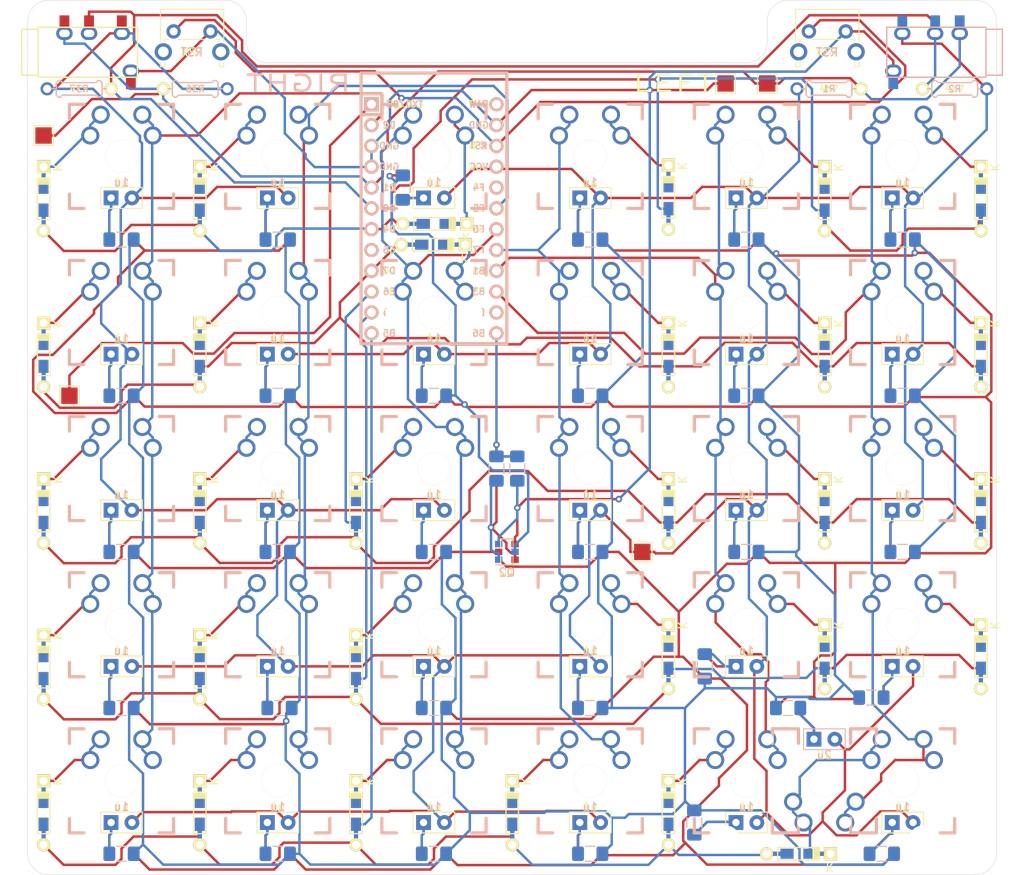
<source format=kicad_pcb>
(kicad_pcb (version 20171130) (host pcbnew "(5.1.4)-1")
  (layers (0 F.Cu signal) (31 B.Cu signal) (34 B.Paste user) (35 F.Paste user) (36 B.SilkS user) (37 F.SilkS user) (38 B.Mask user) (39 F.Mask user) (44 Edge.Cuts user))
  (net 0 "")
  (net 1 ROWA)
  (net 2 "Net-(D1-Pad1)")
  (net 3 "Net-(D2-Pad1)")
  (net 4 "Net-(D3-Pad1)")
  (net 5 "Net-(D4-Pad1)")
  (net 6 "Net-(D5-Pad1)")
  (net 7 "Net-(D6-Pad1)")
  (net 8 ROWB)
  (net 9 "Net-(D7-Pad1)")
  (net 10 "Net-(D8-Pad1)")
  (net 11 "Net-(D9-Pad1)")
  (net 12 "Net-(D10-Pad1)")
  (net 13 "Net-(D11-Pad1)")
  (net 14 "Net-(D12-Pad1)")
  (net 15 ROWC)
  (net 16 "Net-(D13-Pad1)")
  (net 17 "Net-(D14-Pad1)")
  (net 18 "Net-(D15-Pad1)")
  (net 19 "Net-(D16-Pad1)")
  (net 20 "Net-(D17-Pad1)")
  (net 21 "Net-(D18-Pad1)")
  (net 22 ROWD)
  (net 23 "Net-(D19-Pad1)")
  (net 24 "Net-(D20-Pad1)")
  (net 25 "Net-(D21-Pad1)")
  (net 26 "Net-(D22-Pad1)")
  (net 27 "Net-(D23-Pad1)")
  (net 28 "Net-(D24-Pad1)")
  (net 29 ROWE)
  (net 30 "Net-(D25-Pad1)")
  (net 31 "Net-(D26-Pad1)")
  (net 32 "Net-(D27-Pad1)")
  (net 33 "Net-(D28-Pad1)")
  (net 34 "Net-(D29-Pad1)")
  (net 35 "Net-(D30-Pad1)")
  (net 36 "Net-(D31-Pad1)")
  (net 37 VCC)
  (net 38 "Net-(D32-Pad1)")
  (net 39 "Net-(D33-Pad1)")
  (net 40 "Net-(D34-Pad1)")
  (net 41 "Net-(D35-Pad1)")
  (net 42 "Net-(D36-Pad1)")
  (net 43 "Net-(D37-Pad1)")
  (net 44 "Net-(D38-Pad1)")
  (net 45 "Net-(D39-Pad1)")
  (net 46 "Net-(D40-Pad1)")
  (net 47 "Net-(D41-Pad1)")
  (net 48 "Net-(D42-Pad1)")
  (net 49 "Net-(D43-Pad1)")
  (net 50 "Net-(D44-Pad1)")
  (net 51 "Net-(D45-Pad1)")
  (net 52 "Net-(D46-Pad1)")
  (net 53 "Net-(D47-Pad1)")
  (net 54 "Net-(D48-Pad1)")
  (net 55 "Net-(D49-Pad1)")
  (net 56 "Net-(D50-Pad1)")
  (net 57 "Net-(D51-Pad1)")
  (net 58 "Net-(D52-Pad1)")
  (net 59 "Net-(D53-Pad1)")
  (net 60 "Net-(D54-Pad1)")
  (net 61 "Net-(D55-Pad1)")
  (net 62 "Net-(D56-Pad1)")
  (net 63 "Net-(D57-Pad1)")
  (net 64 "Net-(D58-Pad1)")
  (net 65 "Net-(D59-Pad1)")
  (net 66 "Net-(D60-Pad1)")
  (net 67 "Net-(D61-Pad1)")
  (net 68 GND)
  (net 69 C6)
  (net 70 "Net-(J_RGB1-Pad1)")
  (net 71 xdata)
  (net 72 LED_OUT)
  (net 73 "Net-(Q1-Pad1)")
  (net 74 data)
  (net 75 LED)
  (net 76 RST)
  (net 77 "Net-(U1-Pad24)")
  (net 78 F4)
  (net 79 COL2)
  (net 80 COL3)
  (net 81 COL4)
  (net 82 COL5)
  (net 83 COL6)
  (net 84 B2)
  (net 85 COL1)
  (module "ARDUINO PRO MICRO:TestPoint" (layer F.Cu) (at 42.564 55.88)
    (fp_text reference NO2)
    (fp_text value " ")
    (pad 1 smd rect (at 0 0) (size 2 2) (layers F.Cu F.Mask) (net 71 xdata))
  )
  (module Keebio:Resistor-Compact (layer F.Cu) (at 46.9 50.184 180)
    (fp_text reference R37 (at 0 0) (layer B.SilkS) (effects (font (size 0.8 0.8)) (justify mirror)))
    (fp_text value 4K7 (at 0 0) (layer F.SilkS) (effects (font (size 0.8 0.8))))
    (pad 1 thru_hole circle (at 3.9 0 180) (size 1.6 1.6) (drill 1) (layers *.Cu *.Mask) (net 37 VCC))
    (pad 2 thru_hole circle (at -3.9 0 180) (size 1.6 1.6) (drill 1) (layers *.Cu *.Mask F.SilkS) (net 74 data))
  )
  (module Keebio:Resistor-Compact (layer F.Cu) (at 61.05 50.184)
    (fp_text reference R36 (at 0 0) (layer B.SilkS) (effects (font (size 0.8 0.8)) (justify mirror)))
    (fp_text value 4K7 (at 0 0) (layer F.SilkS) (effects (font (size 0.8 0.8))))
    (pad 1 thru_hole circle (at 3.9 0) (size 1.6 1.6) (drill 1) (layers *.Cu *.Mask) (net 37 VCC))
    (pad 2 thru_hole circle (at -3.9 0) (size 1.6 1.6) (drill 1) (layers *.Cu *.Mask F.SilkS) (net 71 xdata))
  )
  (module "ARDUINO PRO MICRO:R" (layer F.Cu) (at 97.79 96.52 90)
    (fp_text reference R4)
    (fp_text value 100K)
    (pad 2 smd roundrect (at 1.4875 0 90) (size 1.425 1.75) (layers B.Cu B.Paste B.Mask) (roundrect_rratio 0.175439) (net 75 LED))
    (pad 1 smd roundrect (at -1.4875 0 90) (size 1.425 1.75) (layers B.Cu B.Paste B.Mask) (roundrect_rratio 0.175439) (net 73 "Net-(Q1-Pad1)"))
    (pad 1 smd roundrect (at -1.4875 0 90) (size 1.425 1.75) (layers F.Cu F.Paste F.Mask) (roundrect_rratio 0.175439) (net 73 "Net-(Q1-Pad1)"))
    (pad 2 smd roundrect (at 1.4875 0 90) (size 1.425 1.75) (layers F.Cu F.Paste F.Mask) (roundrect_rratio 0.175439) (net 75 LED))
  )
  (module "ARDUINO PRO MICRO:R" (layer F.Cu) (at 100.33 96.52 270)
    (fp_text reference R3)
    (fp_text value 100K)
    (pad 2 smd roundrect (at 1.4875 0 270) (size 1.425 1.75) (layers B.Cu B.Paste B.Mask) (roundrect_rratio 0.175439) (net 68 GND))
    (pad 1 smd roundrect (at -1.4875 0 270) (size 1.425 1.75) (layers B.Cu B.Paste B.Mask) (roundrect_rratio 0.175439) (net 75 LED))
    (pad 1 smd roundrect (at -1.4875 0 270) (size 1.425 1.75) (layers F.Cu F.Paste F.Mask) (roundrect_rratio 0.175439) (net 75 LED))
    (pad 2 smd roundrect (at 1.4875 0 270) (size 1.425 1.75) (layers F.Cu F.Paste F.Mask) (roundrect_rratio 0.175439) (net 68 GND))
  )
  (module "ARDUINO PRO MICRO:TestPoint" (layer F.Cu) (at 115.57 106.68)
    (fp_text reference VCC1)
    (fp_text value " ")
    (pad 1 smd rect (at 0 0) (size 2 2) (layers F.Cu F.Mask) (net 37 VCC))
  )
  (module "ARDUINO PRO MICRO:R" (layer F.Cu) (at 86.36 62.23 90)
    (fp_text reference R35)
    (fp_text value " ")
    (pad 2 smd roundrect (at 1.4875 0 90) (size 1.425 1.75) (layers B.Cu B.Paste B.Mask) (roundrect_rratio 0.175439) (net 72 LED_OUT))
    (pad 1 smd roundrect (at -1.4875 0 90) (size 1.425 1.75) (layers B.Cu B.Paste B.Mask) (roundrect_rratio 0.175439) (net 67 "Net-(D61-Pad1)"))
    (pad 1 smd roundrect (at -1.4875 0 90) (size 1.425 1.75) (layers F.Cu F.Paste F.Mask) (roundrect_rratio 0.175439) (net 67 "Net-(D61-Pad1)"))
    (pad 2 smd roundrect (at 1.4875 0 90) (size 1.425 1.75) (layers F.Cu F.Paste F.Mask) (roundrect_rratio 0.175439) (net 72 LED_OUT))
  )
  (module "ARDUINO PRO MICRO:R" (layer F.Cu) (at 52.07 87.63)
    (fp_text reference R34)
    (fp_text value " ")
    (pad 2 smd roundrect (at 1.4875 0) (size 1.425 1.75) (layers B.Cu B.Paste B.Mask) (roundrect_rratio 0.175439) (net 72 LED_OUT))
    (pad 1 smd roundrect (at -1.4875 0) (size 1.425 1.75) (layers B.Cu B.Paste B.Mask) (roundrect_rratio 0.175439) (net 66 "Net-(D60-Pad1)"))
    (pad 1 smd roundrect (at -1.4875 0) (size 1.425 1.75) (layers F.Cu F.Paste F.Mask) (roundrect_rratio 0.175439) (net 66 "Net-(D60-Pad1)"))
    (pad 2 smd roundrect (at 1.4875 0) (size 1.425 1.75) (layers F.Cu F.Paste F.Mask) (roundrect_rratio 0.175439) (net 72 LED_OUT))
  )
  (module "ARDUINO PRO MICRO:R" (layer F.Cu) (at 52.07 68.58)
    (fp_text reference R33)
    (fp_text value " ")
    (pad 2 smd roundrect (at 1.4875 0) (size 1.425 1.75) (layers B.Cu B.Paste B.Mask) (roundrect_rratio 0.175439) (net 72 LED_OUT))
    (pad 1 smd roundrect (at -1.4875 0) (size 1.425 1.75) (layers B.Cu B.Paste B.Mask) (roundrect_rratio 0.175439) (net 65 "Net-(D59-Pad1)"))
    (pad 1 smd roundrect (at -1.4875 0) (size 1.425 1.75) (layers F.Cu F.Paste F.Mask) (roundrect_rratio 0.175439) (net 65 "Net-(D59-Pad1)"))
    (pad 2 smd roundrect (at 1.4875 0) (size 1.425 1.75) (layers F.Cu F.Paste F.Mask) (roundrect_rratio 0.175439) (net 72 LED_OUT))
  )
  (module "ARDUINO PRO MICRO:R" (layer F.Cu) (at 147.32 87.63)
    (fp_text reference R32)
    (fp_text value " ")
    (pad 2 smd roundrect (at 1.4875 0) (size 1.425 1.75) (layers B.Cu B.Paste B.Mask) (roundrect_rratio 0.175439) (net 72 LED_OUT))
    (pad 1 smd roundrect (at -1.4875 0) (size 1.425 1.75) (layers B.Cu B.Paste B.Mask) (roundrect_rratio 0.175439) (net 64 "Net-(D58-Pad1)"))
    (pad 1 smd roundrect (at -1.4875 0) (size 1.425 1.75) (layers F.Cu F.Paste F.Mask) (roundrect_rratio 0.175439) (net 64 "Net-(D58-Pad1)"))
    (pad 2 smd roundrect (at 1.4875 0) (size 1.425 1.75) (layers F.Cu F.Paste F.Mask) (roundrect_rratio 0.175439) (net 72 LED_OUT))
  )
  (module "ARDUINO PRO MICRO:R" (layer F.Cu) (at 128.27 106.68)
    (fp_text reference R31)
    (fp_text value " ")
    (pad 2 smd roundrect (at 1.4875 0) (size 1.425 1.75) (layers B.Cu B.Paste B.Mask) (roundrect_rratio 0.175439) (net 72 LED_OUT))
    (pad 1 smd roundrect (at -1.4875 0) (size 1.425 1.75) (layers B.Cu B.Paste B.Mask) (roundrect_rratio 0.175439) (net 63 "Net-(D57-Pad1)"))
    (pad 1 smd roundrect (at -1.4875 0) (size 1.425 1.75) (layers F.Cu F.Paste F.Mask) (roundrect_rratio 0.175439) (net 63 "Net-(D57-Pad1)"))
    (pad 2 smd roundrect (at 1.4875 0) (size 1.425 1.75) (layers F.Cu F.Paste F.Mask) (roundrect_rratio 0.175439) (net 72 LED_OUT))
  )
  (module "ARDUINO PRO MICRO:R" (layer F.Cu) (at 109.22 143.51)
    (fp_text reference R30)
    (fp_text value " ")
    (pad 2 smd roundrect (at 1.4875 0) (size 1.425 1.75) (layers B.Cu B.Paste B.Mask) (roundrect_rratio 0.175439) (net 72 LED_OUT))
    (pad 1 smd roundrect (at -1.4875 0) (size 1.425 1.75) (layers B.Cu B.Paste B.Mask) (roundrect_rratio 0.175439) (net 62 "Net-(D56-Pad1)"))
    (pad 1 smd roundrect (at -1.4875 0) (size 1.425 1.75) (layers F.Cu F.Paste F.Mask) (roundrect_rratio 0.175439) (net 62 "Net-(D56-Pad1)"))
    (pad 2 smd roundrect (at 1.4875 0) (size 1.425 1.75) (layers F.Cu F.Paste F.Mask) (roundrect_rratio 0.175439) (net 72 LED_OUT))
  )
  (module "ARDUINO PRO MICRO:R" (layer F.Cu) (at 52.07 106.68)
    (fp_text reference R29)
    (fp_text value " ")
    (pad 2 smd roundrect (at 1.4875 0) (size 1.425 1.75) (layers B.Cu B.Paste B.Mask) (roundrect_rratio 0.175439) (net 72 LED_OUT))
    (pad 1 smd roundrect (at -1.4875 0) (size 1.425 1.75) (layers B.Cu B.Paste B.Mask) (roundrect_rratio 0.175439) (net 61 "Net-(D55-Pad1)"))
    (pad 1 smd roundrect (at -1.4875 0) (size 1.425 1.75) (layers F.Cu F.Paste F.Mask) (roundrect_rratio 0.175439) (net 61 "Net-(D55-Pad1)"))
    (pad 2 smd roundrect (at 1.4875 0) (size 1.425 1.75) (layers F.Cu F.Paste F.Mask) (roundrect_rratio 0.175439) (net 72 LED_OUT))
  )
  (module "ARDUINO PRO MICRO:R" (layer F.Cu) (at 90.17 87.63)
    (fp_text reference R28)
    (fp_text value " ")
    (pad 2 smd roundrect (at 1.4875 0) (size 1.425 1.75) (layers B.Cu B.Paste B.Mask) (roundrect_rratio 0.175439) (net 72 LED_OUT))
    (pad 1 smd roundrect (at -1.4875 0) (size 1.425 1.75) (layers B.Cu B.Paste B.Mask) (roundrect_rratio 0.175439) (net 60 "Net-(D54-Pad1)"))
    (pad 1 smd roundrect (at -1.4875 0) (size 1.425 1.75) (layers F.Cu F.Paste F.Mask) (roundrect_rratio 0.175439) (net 60 "Net-(D54-Pad1)"))
    (pad 2 smd roundrect (at 1.4875 0) (size 1.425 1.75) (layers F.Cu F.Paste F.Mask) (roundrect_rratio 0.175439) (net 72 LED_OUT))
  )
  (module "ARDUINO PRO MICRO:R" (layer F.Cu) (at 147.32 106.68)
    (fp_text reference R27)
    (fp_text value " ")
    (pad 2 smd roundrect (at 1.4875 0) (size 1.425 1.75) (layers B.Cu B.Paste B.Mask) (roundrect_rratio 0.175439) (net 72 LED_OUT))
    (pad 1 smd roundrect (at -1.4875 0) (size 1.425 1.75) (layers B.Cu B.Paste B.Mask) (roundrect_rratio 0.175439) (net 59 "Net-(D53-Pad1)"))
    (pad 1 smd roundrect (at -1.4875 0) (size 1.425 1.75) (layers F.Cu F.Paste F.Mask) (roundrect_rratio 0.175439) (net 59 "Net-(D53-Pad1)"))
    (pad 2 smd roundrect (at 1.4875 0) (size 1.425 1.75) (layers F.Cu F.Paste F.Mask) (roundrect_rratio 0.175439) (net 72 LED_OUT))
  )
  (module "ARDUINO PRO MICRO:R" (layer F.Cu) (at 90.17 143.51)
    (fp_text reference R26)
    (fp_text value " ")
    (pad 2 smd roundrect (at 1.4875 0) (size 1.425 1.75) (layers B.Cu B.Paste B.Mask) (roundrect_rratio 0.175439) (net 72 LED_OUT))
    (pad 1 smd roundrect (at -1.4875 0) (size 1.425 1.75) (layers B.Cu B.Paste B.Mask) (roundrect_rratio 0.175439) (net 58 "Net-(D52-Pad1)"))
    (pad 1 smd roundrect (at -1.4875 0) (size 1.425 1.75) (layers F.Cu F.Paste F.Mask) (roundrect_rratio 0.175439) (net 58 "Net-(D52-Pad1)"))
    (pad 2 smd roundrect (at 1.4875 0) (size 1.425 1.75) (layers F.Cu F.Paste F.Mask) (roundrect_rratio 0.175439) (net 72 LED_OUT))
  )
  (module "ARDUINO PRO MICRO:R" (layer F.Cu) (at 143.51 124.46 180)
    (fp_text reference R25)
    (fp_text value " ")
    (pad 2 smd roundrect (at 1.4875 0 180) (size 1.425 1.75) (layers B.Cu B.Paste B.Mask) (roundrect_rratio 0.175439) (net 72 LED_OUT))
    (pad 1 smd roundrect (at -1.4875 0 180) (size 1.425 1.75) (layers B.Cu B.Paste B.Mask) (roundrect_rratio 0.175439) (net 57 "Net-(D51-Pad1)"))
    (pad 1 smd roundrect (at -1.4875 0 180) (size 1.425 1.75) (layers F.Cu F.Paste F.Mask) (roundrect_rratio 0.175439) (net 57 "Net-(D51-Pad1)"))
    (pad 2 smd roundrect (at 1.4875 0 180) (size 1.425 1.75) (layers F.Cu F.Paste F.Mask) (roundrect_rratio 0.175439) (net 72 LED_OUT))
  )
  (module "ARDUINO PRO MICRO:R" (layer F.Cu) (at 90.17 106.68)
    (fp_text reference R24)
    (fp_text value " ")
    (pad 2 smd roundrect (at 1.4875 0) (size 1.425 1.75) (layers B.Cu B.Paste B.Mask) (roundrect_rratio 0.175439) (net 72 LED_OUT))
    (pad 1 smd roundrect (at -1.4875 0) (size 1.425 1.75) (layers B.Cu B.Paste B.Mask) (roundrect_rratio 0.175439) (net 56 "Net-(D50-Pad1)"))
    (pad 1 smd roundrect (at -1.4875 0) (size 1.425 1.75) (layers F.Cu F.Paste F.Mask) (roundrect_rratio 0.175439) (net 56 "Net-(D50-Pad1)"))
    (pad 2 smd roundrect (at 1.4875 0) (size 1.425 1.75) (layers F.Cu F.Paste F.Mask) (roundrect_rratio 0.175439) (net 72 LED_OUT))
  )
  (module "ARDUINO PRO MICRO:R" (layer F.Cu) (at 71.12 87.63)
    (fp_text reference R23)
    (fp_text value " ")
    (pad 2 smd roundrect (at 1.4875 0) (size 1.425 1.75) (layers B.Cu B.Paste B.Mask) (roundrect_rratio 0.175439) (net 72 LED_OUT))
    (pad 1 smd roundrect (at -1.4875 0) (size 1.425 1.75) (layers B.Cu B.Paste B.Mask) (roundrect_rratio 0.175439) (net 55 "Net-(D49-Pad1)"))
    (pad 1 smd roundrect (at -1.4875 0) (size 1.425 1.75) (layers F.Cu F.Paste F.Mask) (roundrect_rratio 0.175439) (net 55 "Net-(D49-Pad1)"))
    (pad 2 smd roundrect (at 1.4875 0) (size 1.425 1.75) (layers F.Cu F.Paste F.Mask) (roundrect_rratio 0.175439) (net 72 LED_OUT))
  )
  (module "ARDUINO PRO MICRO:R" (layer F.Cu) (at 121.92 139.7 90)
    (fp_text reference R22)
    (fp_text value " ")
    (pad 2 smd roundrect (at 1.4875 0 90) (size 1.425 1.75) (layers B.Cu B.Paste B.Mask) (roundrect_rratio 0.175439) (net 72 LED_OUT))
    (pad 1 smd roundrect (at -1.4875 0 90) (size 1.425 1.75) (layers B.Cu B.Paste B.Mask) (roundrect_rratio 0.175439) (net 54 "Net-(D48-Pad1)"))
    (pad 1 smd roundrect (at -1.4875 0 90) (size 1.425 1.75) (layers F.Cu F.Paste F.Mask) (roundrect_rratio 0.175439) (net 54 "Net-(D48-Pad1)"))
    (pad 2 smd roundrect (at 1.4875 0 90) (size 1.425 1.75) (layers F.Cu F.Paste F.Mask) (roundrect_rratio 0.175439) (net 72 LED_OUT))
  )
  (module "ARDUINO PRO MICRO:R" (layer F.Cu) (at 71.12 106.68)
    (fp_text reference R21)
    (fp_text value " ")
    (pad 2 smd roundrect (at 1.4875 0) (size 1.425 1.75) (layers B.Cu B.Paste B.Mask) (roundrect_rratio 0.175439) (net 72 LED_OUT))
    (pad 1 smd roundrect (at -1.4875 0) (size 1.425 1.75) (layers B.Cu B.Paste B.Mask) (roundrect_rratio 0.175439) (net 53 "Net-(D47-Pad1)"))
    (pad 1 smd roundrect (at -1.4875 0) (size 1.425 1.75) (layers F.Cu F.Paste F.Mask) (roundrect_rratio 0.175439) (net 53 "Net-(D47-Pad1)"))
    (pad 2 smd roundrect (at 1.4875 0) (size 1.425 1.75) (layers F.Cu F.Paste F.Mask) (roundrect_rratio 0.175439) (net 72 LED_OUT))
  )
  (module "ARDUINO PRO MICRO:R" (layer F.Cu) (at 128.27 87.63)
    (fp_text reference R20)
    (fp_text value " ")
    (pad 2 smd roundrect (at 1.4875 0) (size 1.425 1.75) (layers B.Cu B.Paste B.Mask) (roundrect_rratio 0.175439) (net 72 LED_OUT))
    (pad 1 smd roundrect (at -1.4875 0) (size 1.425 1.75) (layers B.Cu B.Paste B.Mask) (roundrect_rratio 0.175439) (net 52 "Net-(D46-Pad1)"))
    (pad 1 smd roundrect (at -1.4875 0) (size 1.425 1.75) (layers F.Cu F.Paste F.Mask) (roundrect_rratio 0.175439) (net 52 "Net-(D46-Pad1)"))
    (pad 2 smd roundrect (at 1.4875 0) (size 1.425 1.75) (layers F.Cu F.Paste F.Mask) (roundrect_rratio 0.175439) (net 72 LED_OUT))
  )
  (module "ARDUINO PRO MICRO:R" (layer F.Cu) (at 128.27 68.58)
    (fp_text reference R19)
    (fp_text value " ")
    (pad 2 smd roundrect (at 1.4875 0) (size 1.425 1.75) (layers B.Cu B.Paste B.Mask) (roundrect_rratio 0.175439) (net 72 LED_OUT))
    (pad 1 smd roundrect (at -1.4875 0) (size 1.425 1.75) (layers B.Cu B.Paste B.Mask) (roundrect_rratio 0.175439) (net 51 "Net-(D45-Pad1)"))
    (pad 1 smd roundrect (at -1.4875 0) (size 1.425 1.75) (layers F.Cu F.Paste F.Mask) (roundrect_rratio 0.175439) (net 51 "Net-(D45-Pad1)"))
    (pad 2 smd roundrect (at 1.4875 0) (size 1.425 1.75) (layers F.Cu F.Paste F.Mask) (roundrect_rratio 0.175439) (net 72 LED_OUT))
  )
  (module "ARDUINO PRO MICRO:R" (layer F.Cu) (at 109.22 68.58)
    (fp_text reference R18)
    (fp_text value " ")
    (pad 2 smd roundrect (at 1.4875 0) (size 1.425 1.75) (layers B.Cu B.Paste B.Mask) (roundrect_rratio 0.175439) (net 72 LED_OUT))
    (pad 1 smd roundrect (at -1.4875 0) (size 1.425 1.75) (layers B.Cu B.Paste B.Mask) (roundrect_rratio 0.175439) (net 50 "Net-(D44-Pad1)"))
    (pad 1 smd roundrect (at -1.4875 0) (size 1.425 1.75) (layers F.Cu F.Paste F.Mask) (roundrect_rratio 0.175439) (net 50 "Net-(D44-Pad1)"))
    (pad 2 smd roundrect (at 1.4875 0) (size 1.425 1.75) (layers F.Cu F.Paste F.Mask) (roundrect_rratio 0.175439) (net 72 LED_OUT))
  )
  (module "ARDUINO PRO MICRO:R" (layer F.Cu) (at 109.22 87.63)
    (fp_text reference R17)
    (fp_text value " ")
    (pad 2 smd roundrect (at 1.4875 0) (size 1.425 1.75) (layers B.Cu B.Paste B.Mask) (roundrect_rratio 0.175439) (net 72 LED_OUT))
    (pad 1 smd roundrect (at -1.4875 0) (size 1.425 1.75) (layers B.Cu B.Paste B.Mask) (roundrect_rratio 0.175439) (net 49 "Net-(D43-Pad1)"))
    (pad 1 smd roundrect (at -1.4875 0) (size 1.425 1.75) (layers F.Cu F.Paste F.Mask) (roundrect_rratio 0.175439) (net 49 "Net-(D43-Pad1)"))
    (pad 2 smd roundrect (at 1.4875 0) (size 1.425 1.75) (layers F.Cu F.Paste F.Mask) (roundrect_rratio 0.175439) (net 72 LED_OUT))
  )
  (module "ARDUINO PRO MICRO:R" (layer F.Cu) (at 123.19 120.65 270)
    (fp_text reference R16)
    (fp_text value " ")
    (pad 2 smd roundrect (at 1.4875 0 270) (size 1.425 1.75) (layers B.Cu B.Paste B.Mask) (roundrect_rratio 0.175439) (net 72 LED_OUT))
    (pad 1 smd roundrect (at -1.4875 0 270) (size 1.425 1.75) (layers B.Cu B.Paste B.Mask) (roundrect_rratio 0.175439) (net 48 "Net-(D42-Pad1)"))
    (pad 1 smd roundrect (at -1.4875 0 270) (size 1.425 1.75) (layers F.Cu F.Paste F.Mask) (roundrect_rratio 0.175439) (net 48 "Net-(D42-Pad1)"))
    (pad 2 smd roundrect (at 1.4875 0 270) (size 1.425 1.75) (layers F.Cu F.Paste F.Mask) (roundrect_rratio 0.175439) (net 72 LED_OUT))
  )
  (module "ARDUINO PRO MICRO:R" (layer F.Cu) (at 109.22 125.73)
    (fp_text reference R15)
    (fp_text value " ")
    (pad 2 smd roundrect (at 1.4875 0) (size 1.425 1.75) (layers B.Cu B.Paste B.Mask) (roundrect_rratio 0.175439) (net 72 LED_OUT))
    (pad 1 smd roundrect (at -1.4875 0) (size 1.425 1.75) (layers B.Cu B.Paste B.Mask) (roundrect_rratio 0.175439) (net 47 "Net-(D41-Pad1)"))
    (pad 1 smd roundrect (at -1.4875 0) (size 1.425 1.75) (layers F.Cu F.Paste F.Mask) (roundrect_rratio 0.175439) (net 47 "Net-(D41-Pad1)"))
    (pad 2 smd roundrect (at 1.4875 0) (size 1.425 1.75) (layers F.Cu F.Paste F.Mask) (roundrect_rratio 0.175439) (net 72 LED_OUT))
  )
  (module "ARDUINO PRO MICRO:R" (layer F.Cu) (at 90.17 125.73)
    (fp_text reference R14)
    (fp_text value " ")
    (pad 2 smd roundrect (at 1.4875 0) (size 1.425 1.75) (layers B.Cu B.Paste B.Mask) (roundrect_rratio 0.175439) (net 72 LED_OUT))
    (pad 1 smd roundrect (at -1.4875 0) (size 1.425 1.75) (layers B.Cu B.Paste B.Mask) (roundrect_rratio 0.175439) (net 46 "Net-(D40-Pad1)"))
    (pad 1 smd roundrect (at -1.4875 0) (size 1.425 1.75) (layers F.Cu F.Paste F.Mask) (roundrect_rratio 0.175439) (net 46 "Net-(D40-Pad1)"))
    (pad 2 smd roundrect (at 1.4875 0) (size 1.425 1.75) (layers F.Cu F.Paste F.Mask) (roundrect_rratio 0.175439) (net 72 LED_OUT))
  )
  (module "ARDUINO PRO MICRO:R" (layer F.Cu) (at 52.07 125.73)
    (fp_text reference R13)
    (fp_text value " ")
    (pad 2 smd roundrect (at 1.4875 0) (size 1.425 1.75) (layers B.Cu B.Paste B.Mask) (roundrect_rratio 0.175439) (net 72 LED_OUT))
    (pad 1 smd roundrect (at -1.4875 0) (size 1.425 1.75) (layers B.Cu B.Paste B.Mask) (roundrect_rratio 0.175439) (net 45 "Net-(D39-Pad1)"))
    (pad 1 smd roundrect (at -1.4875 0) (size 1.425 1.75) (layers F.Cu F.Paste F.Mask) (roundrect_rratio 0.175439) (net 45 "Net-(D39-Pad1)"))
    (pad 2 smd roundrect (at 1.4875 0) (size 1.425 1.75) (layers F.Cu F.Paste F.Mask) (roundrect_rratio 0.175439) (net 72 LED_OUT))
  )
  (module "ARDUINO PRO MICRO:R" (layer F.Cu) (at 52.07 143.51)
    (fp_text reference R12)
    (fp_text value " ")
    (pad 2 smd roundrect (at 1.4875 0) (size 1.425 1.75) (layers B.Cu B.Paste B.Mask) (roundrect_rratio 0.175439) (net 72 LED_OUT))
    (pad 1 smd roundrect (at -1.4875 0) (size 1.425 1.75) (layers B.Cu B.Paste B.Mask) (roundrect_rratio 0.175439) (net 44 "Net-(D38-Pad1)"))
    (pad 1 smd roundrect (at -1.4875 0) (size 1.425 1.75) (layers F.Cu F.Paste F.Mask) (roundrect_rratio 0.175439) (net 44 "Net-(D38-Pad1)"))
    (pad 2 smd roundrect (at 1.4875 0) (size 1.425 1.75) (layers F.Cu F.Paste F.Mask) (roundrect_rratio 0.175439) (net 72 LED_OUT))
  )
  (module "ARDUINO PRO MICRO:R" (layer F.Cu) (at 109.22 106.68)
    (fp_text reference R11)
    (fp_text value " ")
    (pad 2 smd roundrect (at 1.4875 0) (size 1.425 1.75) (layers B.Cu B.Paste B.Mask) (roundrect_rratio 0.175439) (net 72 LED_OUT))
    (pad 1 smd roundrect (at -1.4875 0) (size 1.425 1.75) (layers B.Cu B.Paste B.Mask) (roundrect_rratio 0.175439) (net 43 "Net-(D37-Pad1)"))
    (pad 1 smd roundrect (at -1.4875 0) (size 1.425 1.75) (layers F.Cu F.Paste F.Mask) (roundrect_rratio 0.175439) (net 43 "Net-(D37-Pad1)"))
    (pad 2 smd roundrect (at 1.4875 0) (size 1.425 1.75) (layers F.Cu F.Paste F.Mask) (roundrect_rratio 0.175439) (net 72 LED_OUT))
  )
  (module "ARDUINO PRO MICRO:R" (layer F.Cu) (at 133.35 125.73 180)
    (fp_text reference R10)
    (fp_text value " ")
    (pad 2 smd roundrect (at 1.4875 0 180) (size 1.425 1.75) (layers B.Cu B.Paste B.Mask) (roundrect_rratio 0.175439) (net 72 LED_OUT))
    (pad 1 smd roundrect (at -1.4875 0 180) (size 1.425 1.75) (layers B.Cu B.Paste B.Mask) (roundrect_rratio 0.175439) (net 42 "Net-(D36-Pad1)"))
    (pad 1 smd roundrect (at -1.4875 0 180) (size 1.425 1.75) (layers F.Cu F.Paste F.Mask) (roundrect_rratio 0.175439) (net 42 "Net-(D36-Pad1)"))
    (pad 2 smd roundrect (at 1.4875 0 180) (size 1.425 1.75) (layers F.Cu F.Paste F.Mask) (roundrect_rratio 0.175439) (net 72 LED_OUT))
  )
  (module "ARDUINO PRO MICRO:R" (layer F.Cu) (at 147.32 68.58)
    (fp_text reference R9)
    (fp_text value " ")
    (pad 2 smd roundrect (at 1.4875 0) (size 1.425 1.75) (layers B.Cu B.Paste B.Mask) (roundrect_rratio 0.175439) (net 72 LED_OUT))
    (pad 1 smd roundrect (at -1.4875 0) (size 1.425 1.75) (layers B.Cu B.Paste B.Mask) (roundrect_rratio 0.175439) (net 41 "Net-(D35-Pad1)"))
    (pad 1 smd roundrect (at -1.4875 0) (size 1.425 1.75) (layers F.Cu F.Paste F.Mask) (roundrect_rratio 0.175439) (net 41 "Net-(D35-Pad1)"))
    (pad 2 smd roundrect (at 1.4875 0) (size 1.425 1.75) (layers F.Cu F.Paste F.Mask) (roundrect_rratio 0.175439) (net 72 LED_OUT))
  )
  (module "ARDUINO PRO MICRO:R" (layer F.Cu) (at 71.12 143.51)
    (fp_text reference R8)
    (fp_text value " ")
    (pad 2 smd roundrect (at 1.4875 0) (size 1.425 1.75) (layers B.Cu B.Paste B.Mask) (roundrect_rratio 0.175439) (net 72 LED_OUT))
    (pad 1 smd roundrect (at -1.4875 0) (size 1.425 1.75) (layers B.Cu B.Paste B.Mask) (roundrect_rratio 0.175439) (net 40 "Net-(D34-Pad1)"))
    (pad 1 smd roundrect (at -1.4875 0) (size 1.425 1.75) (layers F.Cu F.Paste F.Mask) (roundrect_rratio 0.175439) (net 40 "Net-(D34-Pad1)"))
    (pad 2 smd roundrect (at 1.4875 0) (size 1.425 1.75) (layers F.Cu F.Paste F.Mask) (roundrect_rratio 0.175439) (net 72 LED_OUT))
  )
  (module "ARDUINO PRO MICRO:R" (layer F.Cu) (at 144.78 143.51)
    (fp_text reference R7)
    (fp_text value " ")
    (pad 2 smd roundrect (at 1.4875 0) (size 1.425 1.75) (layers B.Cu B.Paste B.Mask) (roundrect_rratio 0.175439) (net 72 LED_OUT))
    (pad 1 smd roundrect (at -1.4875 0) (size 1.425 1.75) (layers B.Cu B.Paste B.Mask) (roundrect_rratio 0.175439) (net 39 "Net-(D33-Pad1)"))
    (pad 1 smd roundrect (at -1.4875 0) (size 1.425 1.75) (layers F.Cu F.Paste F.Mask) (roundrect_rratio 0.175439) (net 39 "Net-(D33-Pad1)"))
    (pad 2 smd roundrect (at 1.4875 0) (size 1.425 1.75) (layers F.Cu F.Paste F.Mask) (roundrect_rratio 0.175439) (net 72 LED_OUT))
  )
  (module "ARDUINO PRO MICRO:R" (layer F.Cu) (at 71.3375 125.73)
    (fp_text reference R6)
    (fp_text value " ")
    (pad 2 smd roundrect (at 1.4875 0) (size 1.425 1.75) (layers B.Cu B.Paste B.Mask) (roundrect_rratio 0.175439) (net 72 LED_OUT))
    (pad 1 smd roundrect (at -1.4875 0) (size 1.425 1.75) (layers B.Cu B.Paste B.Mask) (roundrect_rratio 0.175439) (net 38 "Net-(D32-Pad1)"))
    (pad 1 smd roundrect (at -1.4875 0) (size 1.425 1.75) (layers F.Cu F.Paste F.Mask) (roundrect_rratio 0.175439) (net 38 "Net-(D32-Pad1)"))
    (pad 2 smd roundrect (at 1.4875 0) (size 1.425 1.75) (layers F.Cu F.Paste F.Mask) (roundrect_rratio 0.175439) (net 72 LED_OUT))
  )
  (module "ARDUINO PRO MICRO:R" (layer F.Cu) (at 71.12 68.58)
    (fp_text reference R5)
    (fp_text value " ")
    (pad 2 smd roundrect (at 1.4875 0) (size 1.425 1.75) (layers B.Cu B.Paste B.Mask) (roundrect_rratio 0.175439) (net 72 LED_OUT))
    (pad 1 smd roundrect (at -1.4875 0) (size 1.425 1.75) (layers B.Cu B.Paste B.Mask) (roundrect_rratio 0.175439) (net 36 "Net-(D31-Pad1)"))
    (pad 1 smd roundrect (at -1.4875 0) (size 1.425 1.75) (layers F.Cu F.Paste F.Mask) (roundrect_rratio 0.175439) (net 36 "Net-(D31-Pad1)"))
    (pad 2 smd roundrect (at 1.4875 0) (size 1.425 1.75) (layers F.Cu F.Paste F.Mask) (roundrect_rratio 0.175439) (net 72 LED_OUT))
  )
  (module Keebio:Resistor-Compact (layer F.Cu) (at 153.67 50.184)
    (fp_text reference R2 (at 0 0) (layer B.SilkS) (effects (font (size 0.8 0.8)) (justify mirror)))
    (fp_text value 4K7 (at 0 0) (layer F.SilkS) (effects (font (size 0.8 0.8))))
    (pad 1 thru_hole circle (at 3.9 0) (size 1.6 1.6) (drill 1) (layers *.Cu *.Mask) (net 37 VCC))
    (pad 2 thru_hole circle (at -3.9 0) (size 1.6 1.6) (drill 1) (layers *.Cu *.Mask F.SilkS) (net 74 data))
  )
  (module Keebio:Resistor-Compact (layer F.Cu) (at 138.34 50.184 180)
    (fp_text reference R1 (at 0 0) (layer B.SilkS) (effects (font (size 0.8 0.8)) (justify mirror)))
    (fp_text value 4K7 (at 0 0) (layer F.SilkS) (effects (font (size 0.8 0.8))))
    (pad 1 thru_hole circle (at 3.9 0 180) (size 1.6 1.6) (drill 1) (layers *.Cu *.Mask) (net 37 VCC))
    (pad 2 thru_hole circle (at -3.9 0 180) (size 1.6 1.6) (drill 1) (layers *.Cu *.Mask F.SilkS) (net 71 xdata))
  )
  (module "ARDUINO PRO MICRO:TestPoint" (layer F.Cu) (at 130.81 49.53)
    (fp_text reference NO1)
    (fp_text value " ")
    (pad 1 smd rect (at 0 0) (size 2 2) (layers F.Cu F.Mask) (net 71 xdata))
  )
  (module "ARDUINO PRO MICRO:TestPoint" (layer F.Cu) (at 45.72 87.63)
    (fp_text reference J_RGB1)
    (fp_text value " ")
    (pad 1 smd rect (at 0 0) (size 2 2) (layers F.Cu F.Mask) (net 70 "Net-(J_RGB1-Pad1)"))
  )
  (module "ARDUINO PRO MICRO:TestPoint" (layer F.Cu) (at 125.73 49.53)
    (fp_text reference GND1)
    (fp_text value " ")
    (pad 1 smd rect (at 0 0) (size 2 2) (layers F.Cu F.Mask) (net 68 GND))
  )
  (module "ARDUINO PRO MICRO:Diode" (layer F.Cu) (at 134.62 143.51)
    (fp_text reference D30)
    (fp_text value " ")
    (fp_text user K (at 3.81 1.75 180) (layer F.SilkS))
    (pad 2 smd rect (at -2.5 0) (size 2.9 0.5) (layers B.Cu) (net 29 ROWE))
    (pad 2 smd rect (at -1.4 0) (size 1.6 1.2) (layers B.Cu B.Paste B.Mask) (net 29 ROWE))
    (pad 2 thru_hole circle (at -3.9 0) (size 1.6 1.6) (drill 1) (layers *.Cu *.Mask F.SilkS) (net 29 ROWE))
    (pad 1 thru_hole rect (at 3.9 0) (size 1.6 1.6) (drill 1) (layers *.Cu *.Mask F.SilkS) (net 35 "Net-(D30-Pad1)"))
    (pad 2 smd rect (at -2.5 0) (size 2.9 0.5) (layers F.Cu) (net 29 ROWE))
    (pad 1 smd rect (at 2.5 0) (size 2.9 0.5) (layers F.Cu) (net 35 "Net-(D30-Pad1)"))
    (pad 1 smd rect (at 1.4 0) (size 1.6 1.2) (layers B.Cu B.Paste B.Mask) (net 35 "Net-(D30-Pad1)"))
    (pad 1 smd rect (at 2.5 0) (size 2.9 0.5) (layers B.Cu) (net 35 "Net-(D30-Pad1)"))
    (pad 1 smd rect (at 1.4 0) (size 1.6 1.2) (layers F.Cu F.Paste F.Mask) (net 35 "Net-(D30-Pad1)"))
    (pad 2 smd rect (at -1.4 0) (size 1.6 1.2) (layers F.Cu F.Paste F.Mask) (net 29 ROWE))
  )
  (module "ARDUINO PRO MICRO:Diode" (layer F.Cu) (at 118.764 138.52 90)
    (fp_text reference D29)
    (fp_text value " ")
    (fp_text user K (at 3.81 1.75 270) (layer F.SilkS))
    (pad 2 smd rect (at -2.5 0 90) (size 2.9 0.5) (layers B.Cu) (net 29 ROWE))
    (pad 2 smd rect (at -1.4 0 90) (size 1.6 1.2) (layers B.Cu B.Paste B.Mask) (net 29 ROWE))
    (pad 2 thru_hole circle (at -3.9 0 90) (size 1.6 1.6) (drill 1) (layers *.Cu *.Mask F.SilkS) (net 29 ROWE))
    (pad 1 thru_hole rect (at 3.9 0 90) (size 1.6 1.6) (drill 1) (layers *.Cu *.Mask F.SilkS) (net 34 "Net-(D29-Pad1)"))
    (pad 2 smd rect (at -2.5 0 90) (size 2.9 0.5) (layers F.Cu) (net 29 ROWE))
    (pad 1 smd rect (at 2.5 0 90) (size 2.9 0.5) (layers F.Cu) (net 34 "Net-(D29-Pad1)"))
    (pad 1 smd rect (at 1.4 0 90) (size 1.6 1.2) (layers B.Cu B.Paste B.Mask) (net 34 "Net-(D29-Pad1)"))
    (pad 1 smd rect (at 2.5 0 90) (size 2.9 0.5) (layers B.Cu) (net 34 "Net-(D29-Pad1)"))
    (pad 1 smd rect (at 1.4 0 90) (size 1.6 1.2) (layers F.Cu F.Paste F.Mask) (net 34 "Net-(D29-Pad1)"))
    (pad 2 smd rect (at -1.4 0 90) (size 1.6 1.2) (layers F.Cu F.Paste F.Mask) (net 29 ROWE))
  )
  (module "ARDUINO PRO MICRO:Diode" (layer F.Cu) (at 99.714 138.52 90)
    (fp_text reference D28)
    (fp_text value " ")
    (fp_text user K (at 3.81 1.75 270) (layer F.SilkS))
    (pad 2 smd rect (at -2.5 0 90) (size 2.9 0.5) (layers B.Cu) (net 29 ROWE))
    (pad 2 smd rect (at -1.4 0 90) (size 1.6 1.2) (layers B.Cu B.Paste B.Mask) (net 29 ROWE))
    (pad 2 thru_hole circle (at -3.9 0 90) (size 1.6 1.6) (drill 1) (layers *.Cu *.Mask F.SilkS) (net 29 ROWE))
    (pad 1 thru_hole rect (at 3.9 0 90) (size 1.6 1.6) (drill 1) (layers *.Cu *.Mask F.SilkS) (net 33 "Net-(D28-Pad1)"))
    (pad 2 smd rect (at -2.5 0 90) (size 2.9 0.5) (layers F.Cu) (net 29 ROWE))
    (pad 1 smd rect (at 2.5 0 90) (size 2.9 0.5) (layers F.Cu) (net 33 "Net-(D28-Pad1)"))
    (pad 1 smd rect (at 1.4 0 90) (size 1.6 1.2) (layers B.Cu B.Paste B.Mask) (net 33 "Net-(D28-Pad1)"))
    (pad 1 smd rect (at 2.5 0 90) (size 2.9 0.5) (layers B.Cu) (net 33 "Net-(D28-Pad1)"))
    (pad 1 smd rect (at 1.4 0 90) (size 1.6 1.2) (layers F.Cu F.Paste F.Mask) (net 33 "Net-(D28-Pad1)"))
    (pad 2 smd rect (at -1.4 0 90) (size 1.6 1.2) (layers F.Cu F.Paste F.Mask) (net 29 ROWE))
  )
  (module "ARDUINO PRO MICRO:Diode" (layer F.Cu) (at 80.664 138.52 90)
    (fp_text reference D27)
    (fp_text value " ")
    (fp_text user K (at 3.81 1.75 270) (layer F.SilkS))
    (pad 2 smd rect (at -2.5 0 90) (size 2.9 0.5) (layers B.Cu) (net 29 ROWE))
    (pad 2 smd rect (at -1.4 0 90) (size 1.6 1.2) (layers B.Cu B.Paste B.Mask) (net 29 ROWE))
    (pad 2 thru_hole circle (at -3.9 0 90) (size 1.6 1.6) (drill 1) (layers *.Cu *.Mask F.SilkS) (net 29 ROWE))
    (pad 1 thru_hole rect (at 3.9 0 90) (size 1.6 1.6) (drill 1) (layers *.Cu *.Mask F.SilkS) (net 32 "Net-(D27-Pad1)"))
    (pad 2 smd rect (at -2.5 0 90) (size 2.9 0.5) (layers F.Cu) (net 29 ROWE))
    (pad 1 smd rect (at 2.5 0 90) (size 2.9 0.5) (layers F.Cu) (net 32 "Net-(D27-Pad1)"))
    (pad 1 smd rect (at 1.4 0 90) (size 1.6 1.2) (layers B.Cu B.Paste B.Mask) (net 32 "Net-(D27-Pad1)"))
    (pad 1 smd rect (at 2.5 0 90) (size 2.9 0.5) (layers B.Cu) (net 32 "Net-(D27-Pad1)"))
    (pad 1 smd rect (at 1.4 0 90) (size 1.6 1.2) (layers F.Cu F.Paste F.Mask) (net 32 "Net-(D27-Pad1)"))
    (pad 2 smd rect (at -1.4 0 90) (size 1.6 1.2) (layers F.Cu F.Paste F.Mask) (net 29 ROWE))
  )
  (module "ARDUINO PRO MICRO:Diode" (layer F.Cu) (at 61.614 138.52 90)
    (fp_text reference D26)
    (fp_text value " ")
    (fp_text user K (at 3.81 1.75 270) (layer F.SilkS))
    (pad 2 smd rect (at -2.5 0 90) (size 2.9 0.5) (layers B.Cu) (net 29 ROWE))
    (pad 2 smd rect (at -1.4 0 90) (size 1.6 1.2) (layers B.Cu B.Paste B.Mask) (net 29 ROWE))
    (pad 2 thru_hole circle (at -3.9 0 90) (size 1.6 1.6) (drill 1) (layers *.Cu *.Mask F.SilkS) (net 29 ROWE))
    (pad 1 thru_hole rect (at 3.9 0 90) (size 1.6 1.6) (drill 1) (layers *.Cu *.Mask F.SilkS) (net 31 "Net-(D26-Pad1)"))
    (pad 2 smd rect (at -2.5 0 90) (size 2.9 0.5) (layers F.Cu) (net 29 ROWE))
    (pad 1 smd rect (at 2.5 0 90) (size 2.9 0.5) (layers F.Cu) (net 31 "Net-(D26-Pad1)"))
    (pad 1 smd rect (at 1.4 0 90) (size 1.6 1.2) (layers B.Cu B.Paste B.Mask) (net 31 "Net-(D26-Pad1)"))
    (pad 1 smd rect (at 2.5 0 90) (size 2.9 0.5) (layers B.Cu) (net 31 "Net-(D26-Pad1)"))
    (pad 1 smd rect (at 1.4 0 90) (size 1.6 1.2) (layers F.Cu F.Paste F.Mask) (net 31 "Net-(D26-Pad1)"))
    (pad 2 smd rect (at -1.4 0 90) (size 1.6 1.2) (layers F.Cu F.Paste F.Mask) (net 29 ROWE))
  )
  (module "ARDUINO PRO MICRO:Diode" (layer F.Cu) (at 42.564 138.52 90)
    (fp_text reference D25)
    (fp_text value " ")
    (fp_text user K (at 3.81 1.75 270) (layer F.SilkS))
    (pad 2 smd rect (at -2.5 0 90) (size 2.9 0.5) (layers B.Cu) (net 29 ROWE))
    (pad 2 smd rect (at -1.4 0 90) (size 1.6 1.2) (layers B.Cu B.Paste B.Mask) (net 29 ROWE))
    (pad 2 thru_hole circle (at -3.9 0 90) (size 1.6 1.6) (drill 1) (layers *.Cu *.Mask F.SilkS) (net 29 ROWE))
    (pad 1 thru_hole rect (at 3.9 0 90) (size 1.6 1.6) (drill 1) (layers *.Cu *.Mask F.SilkS) (net 30 "Net-(D25-Pad1)"))
    (pad 2 smd rect (at -2.5 0 90) (size 2.9 0.5) (layers F.Cu) (net 29 ROWE))
    (pad 1 smd rect (at 2.5 0 90) (size 2.9 0.5) (layers F.Cu) (net 30 "Net-(D25-Pad1)"))
    (pad 1 smd rect (at 1.4 0 90) (size 1.6 1.2) (layers B.Cu B.Paste B.Mask) (net 30 "Net-(D25-Pad1)"))
    (pad 1 smd rect (at 2.5 0 90) (size 2.9 0.5) (layers B.Cu) (net 30 "Net-(D25-Pad1)"))
    (pad 1 smd rect (at 1.4 0 90) (size 1.6 1.2) (layers F.Cu F.Paste F.Mask) (net 30 "Net-(D25-Pad1)"))
    (pad 2 smd rect (at -1.4 0 90) (size 1.6 1.2) (layers F.Cu F.Paste F.Mask) (net 29 ROWE))
  )
  (module "ARDUINO PRO MICRO:Diode" (layer F.Cu) (at 156.864 119.47 90)
    (fp_text reference D24)
    (fp_text value " ")
    (fp_text user K (at 3.81 1.75 270) (layer F.SilkS))
    (pad 2 smd rect (at -2.5 0 90) (size 2.9 0.5) (layers B.Cu) (net 22 ROWD))
    (pad 2 smd rect (at -1.4 0 90) (size 1.6 1.2) (layers B.Cu B.Paste B.Mask) (net 22 ROWD))
    (pad 2 thru_hole circle (at -3.9 0 90) (size 1.6 1.6) (drill 1) (layers *.Cu *.Mask F.SilkS) (net 22 ROWD))
    (pad 1 thru_hole rect (at 3.9 0 90) (size 1.6 1.6) (drill 1) (layers *.Cu *.Mask F.SilkS) (net 28 "Net-(D24-Pad1)"))
    (pad 2 smd rect (at -2.5 0 90) (size 2.9 0.5) (layers F.Cu) (net 22 ROWD))
    (pad 1 smd rect (at 2.5 0 90) (size 2.9 0.5) (layers F.Cu) (net 28 "Net-(D24-Pad1)"))
    (pad 1 smd rect (at 1.4 0 90) (size 1.6 1.2) (layers B.Cu B.Paste B.Mask) (net 28 "Net-(D24-Pad1)"))
    (pad 1 smd rect (at 2.5 0 90) (size 2.9 0.5) (layers B.Cu) (net 28 "Net-(D24-Pad1)"))
    (pad 1 smd rect (at 1.4 0 90) (size 1.6 1.2) (layers F.Cu F.Paste F.Mask) (net 28 "Net-(D24-Pad1)"))
    (pad 2 smd rect (at -1.4 0 90) (size 1.6 1.2) (layers F.Cu F.Paste F.Mask) (net 22 ROWD))
  )
  (module "ARDUINO PRO MICRO:Diode" (layer F.Cu) (at 137.814 119.47 90)
    (fp_text reference D23)
    (fp_text value " ")
    (fp_text user K (at 3.81 1.75 270) (layer F.SilkS))
    (pad 2 smd rect (at -2.5 0 90) (size 2.9 0.5) (layers B.Cu) (net 22 ROWD))
    (pad 2 smd rect (at -1.4 0 90) (size 1.6 1.2) (layers B.Cu B.Paste B.Mask) (net 22 ROWD))
    (pad 2 thru_hole circle (at -3.9 0 90) (size 1.6 1.6) (drill 1) (layers *.Cu *.Mask F.SilkS) (net 22 ROWD))
    (pad 1 thru_hole rect (at 3.9 0 90) (size 1.6 1.6) (drill 1) (layers *.Cu *.Mask F.SilkS) (net 27 "Net-(D23-Pad1)"))
    (pad 2 smd rect (at -2.5 0 90) (size 2.9 0.5) (layers F.Cu) (net 22 ROWD))
    (pad 1 smd rect (at 2.5 0 90) (size 2.9 0.5) (layers F.Cu) (net 27 "Net-(D23-Pad1)"))
    (pad 1 smd rect (at 1.4 0 90) (size 1.6 1.2) (layers B.Cu B.Paste B.Mask) (net 27 "Net-(D23-Pad1)"))
    (pad 1 smd rect (at 2.5 0 90) (size 2.9 0.5) (layers B.Cu) (net 27 "Net-(D23-Pad1)"))
    (pad 1 smd rect (at 1.4 0 90) (size 1.6 1.2) (layers F.Cu F.Paste F.Mask) (net 27 "Net-(D23-Pad1)"))
    (pad 2 smd rect (at -1.4 0 90) (size 1.6 1.2) (layers F.Cu F.Paste F.Mask) (net 22 ROWD))
  )
  (module "ARDUINO PRO MICRO:Diode" (layer F.Cu) (at 118.764 119.47 90)
    (fp_text reference D22)
    (fp_text value " ")
    (fp_text user K (at 3.81 1.75 270) (layer F.SilkS))
    (pad 2 smd rect (at -2.5 0 90) (size 2.9 0.5) (layers B.Cu) (net 22 ROWD))
    (pad 2 smd rect (at -1.4 0 90) (size 1.6 1.2) (layers B.Cu B.Paste B.Mask) (net 22 ROWD))
    (pad 2 thru_hole circle (at -3.9 0 90) (size 1.6 1.6) (drill 1) (layers *.Cu *.Mask F.SilkS) (net 22 ROWD))
    (pad 1 thru_hole rect (at 3.9 0 90) (size 1.6 1.6) (drill 1) (layers *.Cu *.Mask F.SilkS) (net 26 "Net-(D22-Pad1)"))
    (pad 2 smd rect (at -2.5 0 90) (size 2.9 0.5) (layers F.Cu) (net 22 ROWD))
    (pad 1 smd rect (at 2.5 0 90) (size 2.9 0.5) (layers F.Cu) (net 26 "Net-(D22-Pad1)"))
    (pad 1 smd rect (at 1.4 0 90) (size 1.6 1.2) (layers B.Cu B.Paste B.Mask) (net 26 "Net-(D22-Pad1)"))
    (pad 1 smd rect (at 2.5 0 90) (size 2.9 0.5) (layers B.Cu) (net 26 "Net-(D22-Pad1)"))
    (pad 1 smd rect (at 1.4 0 90) (size 1.6 1.2) (layers F.Cu F.Paste F.Mask) (net 26 "Net-(D22-Pad1)"))
    (pad 2 smd rect (at -1.4 0 90) (size 1.6 1.2) (layers F.Cu F.Paste F.Mask) (net 22 ROWD))
  )
  (module "ARDUINO PRO MICRO:Diode" (layer F.Cu) (at 80.664 120.74 90)
    (fp_text reference D21)
    (fp_text value " ")
    (fp_text user K (at 3.81 1.75 270) (layer F.SilkS))
    (pad 2 smd rect (at -2.5 0 90) (size 2.9 0.5) (layers B.Cu) (net 22 ROWD))
    (pad 2 smd rect (at -1.4 0 90) (size 1.6 1.2) (layers B.Cu B.Paste B.Mask) (net 22 ROWD))
    (pad 2 thru_hole circle (at -3.9 0 90) (size 1.6 1.6) (drill 1) (layers *.Cu *.Mask F.SilkS) (net 22 ROWD))
    (pad 1 thru_hole rect (at 3.9 0 90) (size 1.6 1.6) (drill 1) (layers *.Cu *.Mask F.SilkS) (net 25 "Net-(D21-Pad1)"))
    (pad 2 smd rect (at -2.5 0 90) (size 2.9 0.5) (layers F.Cu) (net 22 ROWD))
    (pad 1 smd rect (at 2.5 0 90) (size 2.9 0.5) (layers F.Cu) (net 25 "Net-(D21-Pad1)"))
    (pad 1 smd rect (at 1.4 0 90) (size 1.6 1.2) (layers B.Cu B.Paste B.Mask) (net 25 "Net-(D21-Pad1)"))
    (pad 1 smd rect (at 2.5 0 90) (size 2.9 0.5) (layers B.Cu) (net 25 "Net-(D21-Pad1)"))
    (pad 1 smd rect (at 1.4 0 90) (size 1.6 1.2) (layers F.Cu F.Paste F.Mask) (net 25 "Net-(D21-Pad1)"))
    (pad 2 smd rect (at -1.4 0 90) (size 1.6 1.2) (layers F.Cu F.Paste F.Mask) (net 22 ROWD))
  )
  (module "ARDUINO PRO MICRO:Diode" (layer F.Cu) (at 61.614 120.74 90)
    (fp_text reference D20)
    (fp_text value " ")
    (fp_text user K (at 3.81 1.75 270) (layer F.SilkS))
    (pad 2 smd rect (at -2.5 0 90) (size 2.9 0.5) (layers B.Cu) (net 22 ROWD))
    (pad 2 smd rect (at -1.4 0 90) (size 1.6 1.2) (layers B.Cu B.Paste B.Mask) (net 22 ROWD))
    (pad 2 thru_hole circle (at -3.9 0 90) (size 1.6 1.6) (drill 1) (layers *.Cu *.Mask F.SilkS) (net 22 ROWD))
    (pad 1 thru_hole rect (at 3.9 0 90) (size 1.6 1.6) (drill 1) (layers *.Cu *.Mask F.SilkS) (net 24 "Net-(D20-Pad1)"))
    (pad 2 smd rect (at -2.5 0 90) (size 2.9 0.5) (layers F.Cu) (net 22 ROWD))
    (pad 1 smd rect (at 2.5 0 90) (size 2.9 0.5) (layers F.Cu) (net 24 "Net-(D20-Pad1)"))
    (pad 1 smd rect (at 1.4 0 90) (size 1.6 1.2) (layers B.Cu B.Paste B.Mask) (net 24 "Net-(D20-Pad1)"))
    (pad 1 smd rect (at 2.5 0 90) (size 2.9 0.5) (layers B.Cu) (net 24 "Net-(D20-Pad1)"))
    (pad 1 smd rect (at 1.4 0 90) (size 1.6 1.2) (layers F.Cu F.Paste F.Mask) (net 24 "Net-(D20-Pad1)"))
    (pad 2 smd rect (at -1.4 0 90) (size 1.6 1.2) (layers F.Cu F.Paste F.Mask) (net 22 ROWD))
  )
  (module "ARDUINO PRO MICRO:Diode" (layer F.Cu) (at 42.564 120.74 90)
    (fp_text reference D19)
    (fp_text value " ")
    (fp_text user K (at 3.81 1.75 270) (layer F.SilkS))
    (pad 2 smd rect (at -2.5 0 90) (size 2.9 0.5) (layers B.Cu) (net 22 ROWD))
    (pad 2 smd rect (at -1.4 0 90) (size 1.6 1.2) (layers B.Cu B.Paste B.Mask) (net 22 ROWD))
    (pad 2 thru_hole circle (at -3.9 0 90) (size 1.6 1.6) (drill 1) (layers *.Cu *.Mask F.SilkS) (net 22 ROWD))
    (pad 1 thru_hole rect (at 3.9 0 90) (size 1.6 1.6) (drill 1) (layers *.Cu *.Mask F.SilkS) (net 23 "Net-(D19-Pad1)"))
    (pad 2 smd rect (at -2.5 0 90) (size 2.9 0.5) (layers F.Cu) (net 22 ROWD))
    (pad 1 smd rect (at 2.5 0 90) (size 2.9 0.5) (layers F.Cu) (net 23 "Net-(D19-Pad1)"))
    (pad 1 smd rect (at 1.4 0 90) (size 1.6 1.2) (layers B.Cu B.Paste B.Mask) (net 23 "Net-(D19-Pad1)"))
    (pad 1 smd rect (at 2.5 0 90) (size 2.9 0.5) (layers B.Cu) (net 23 "Net-(D19-Pad1)"))
    (pad 1 smd rect (at 1.4 0 90) (size 1.6 1.2) (layers F.Cu F.Paste F.Mask) (net 23 "Net-(D19-Pad1)"))
    (pad 2 smd rect (at -1.4 0 90) (size 1.6 1.2) (layers F.Cu F.Paste F.Mask) (net 22 ROWD))
  )
  (module "ARDUINO PRO MICRO:Diode" (layer F.Cu) (at 156.864 101.69 90)
    (fp_text reference D18)
    (fp_text value " ")
    (fp_text user K (at 3.81 1.75 270) (layer F.SilkS))
    (pad 2 smd rect (at -2.5 0 90) (size 2.9 0.5) (layers B.Cu) (net 15 ROWC))
    (pad 2 smd rect (at -1.4 0 90) (size 1.6 1.2) (layers B.Cu B.Paste B.Mask) (net 15 ROWC))
    (pad 2 thru_hole circle (at -3.9 0 90) (size 1.6 1.6) (drill 1) (layers *.Cu *.Mask F.SilkS) (net 15 ROWC))
    (pad 1 thru_hole rect (at 3.9 0 90) (size 1.6 1.6) (drill 1) (layers *.Cu *.Mask F.SilkS) (net 21 "Net-(D18-Pad1)"))
    (pad 2 smd rect (at -2.5 0 90) (size 2.9 0.5) (layers F.Cu) (net 15 ROWC))
    (pad 1 smd rect (at 2.5 0 90) (size 2.9 0.5) (layers F.Cu) (net 21 "Net-(D18-Pad1)"))
    (pad 1 smd rect (at 1.4 0 90) (size 1.6 1.2) (layers B.Cu B.Paste B.Mask) (net 21 "Net-(D18-Pad1)"))
    (pad 1 smd rect (at 2.5 0 90) (size 2.9 0.5) (layers B.Cu) (net 21 "Net-(D18-Pad1)"))
    (pad 1 smd rect (at 1.4 0 90) (size 1.6 1.2) (layers F.Cu F.Paste F.Mask) (net 21 "Net-(D18-Pad1)"))
    (pad 2 smd rect (at -1.4 0 90) (size 1.6 1.2) (layers F.Cu F.Paste F.Mask) (net 15 ROWC))
  )
  (module "ARDUINO PRO MICRO:Diode" (layer F.Cu) (at 137.814 101.69 90)
    (fp_text reference D17)
    (fp_text value " ")
    (fp_text user K (at 3.81 1.75 270) (layer F.SilkS))
    (pad 2 smd rect (at -2.5 0 90) (size 2.9 0.5) (layers B.Cu) (net 15 ROWC))
    (pad 2 smd rect (at -1.4 0 90) (size 1.6 1.2) (layers B.Cu B.Paste B.Mask) (net 15 ROWC))
    (pad 2 thru_hole circle (at -3.9 0 90) (size 1.6 1.6) (drill 1) (layers *.Cu *.Mask F.SilkS) (net 15 ROWC))
    (pad 1 thru_hole rect (at 3.9 0 90) (size 1.6 1.6) (drill 1) (layers *.Cu *.Mask F.SilkS) (net 20 "Net-(D17-Pad1)"))
    (pad 2 smd rect (at -2.5 0 90) (size 2.9 0.5) (layers F.Cu) (net 15 ROWC))
    (pad 1 smd rect (at 2.5 0 90) (size 2.9 0.5) (layers F.Cu) (net 20 "Net-(D17-Pad1)"))
    (pad 1 smd rect (at 1.4 0 90) (size 1.6 1.2) (layers B.Cu B.Paste B.Mask) (net 20 "Net-(D17-Pad1)"))
    (pad 1 smd rect (at 2.5 0 90) (size 2.9 0.5) (layers B.Cu) (net 20 "Net-(D17-Pad1)"))
    (pad 1 smd rect (at 1.4 0 90) (size 1.6 1.2) (layers F.Cu F.Paste F.Mask) (net 20 "Net-(D17-Pad1)"))
    (pad 2 smd rect (at -1.4 0 90) (size 1.6 1.2) (layers F.Cu F.Paste F.Mask) (net 15 ROWC))
  )
  (module "ARDUINO PRO MICRO:Diode" (layer F.Cu) (at 118.764 101.69 90)
    (fp_text reference D16)
    (fp_text value " ")
    (fp_text user K (at 3.81 1.75 270) (layer F.SilkS))
    (pad 2 smd rect (at -2.5 0 90) (size 2.9 0.5) (layers B.Cu) (net 15 ROWC))
    (pad 2 smd rect (at -1.4 0 90) (size 1.6 1.2) (layers B.Cu B.Paste B.Mask) (net 15 ROWC))
    (pad 2 thru_hole circle (at -3.9 0 90) (size 1.6 1.6) (drill 1) (layers *.Cu *.Mask F.SilkS) (net 15 ROWC))
    (pad 1 thru_hole rect (at 3.9 0 90) (size 1.6 1.6) (drill 1) (layers *.Cu *.Mask F.SilkS) (net 19 "Net-(D16-Pad1)"))
    (pad 2 smd rect (at -2.5 0 90) (size 2.9 0.5) (layers F.Cu) (net 15 ROWC))
    (pad 1 smd rect (at 2.5 0 90) (size 2.9 0.5) (layers F.Cu) (net 19 "Net-(D16-Pad1)"))
    (pad 1 smd rect (at 1.4 0 90) (size 1.6 1.2) (layers B.Cu B.Paste B.Mask) (net 19 "Net-(D16-Pad1)"))
    (pad 1 smd rect (at 2.5 0 90) (size 2.9 0.5) (layers B.Cu) (net 19 "Net-(D16-Pad1)"))
    (pad 1 smd rect (at 1.4 0 90) (size 1.6 1.2) (layers F.Cu F.Paste F.Mask) (net 19 "Net-(D16-Pad1)"))
    (pad 2 smd rect (at -1.4 0 90) (size 1.6 1.2) (layers F.Cu F.Paste F.Mask) (net 15 ROWC))
  )
  (module "ARDUINO PRO MICRO:Diode" (layer F.Cu) (at 80.664 101.69 90)
    (fp_text reference D15)
    (fp_text value " ")
    (fp_text user K (at 3.81 1.75 270) (layer F.SilkS))
    (pad 2 smd rect (at -2.5 0 90) (size 2.9 0.5) (layers B.Cu) (net 15 ROWC))
    (pad 2 smd rect (at -1.4 0 90) (size 1.6 1.2) (layers B.Cu B.Paste B.Mask) (net 15 ROWC))
    (pad 2 thru_hole circle (at -3.9 0 90) (size 1.6 1.6) (drill 1) (layers *.Cu *.Mask F.SilkS) (net 15 ROWC))
    (pad 1 thru_hole rect (at 3.9 0 90) (size 1.6 1.6) (drill 1) (layers *.Cu *.Mask F.SilkS) (net 18 "Net-(D15-Pad1)"))
    (pad 2 smd rect (at -2.5 0 90) (size 2.9 0.5) (layers F.Cu) (net 15 ROWC))
    (pad 1 smd rect (at 2.5 0 90) (size 2.9 0.5) (layers F.Cu) (net 18 "Net-(D15-Pad1)"))
    (pad 1 smd rect (at 1.4 0 90) (size 1.6 1.2) (layers B.Cu B.Paste B.Mask) (net 18 "Net-(D15-Pad1)"))
    (pad 1 smd rect (at 2.5 0 90) (size 2.9 0.5) (layers B.Cu) (net 18 "Net-(D15-Pad1)"))
    (pad 1 smd rect (at 1.4 0 90) (size 1.6 1.2) (layers F.Cu F.Paste F.Mask) (net 18 "Net-(D15-Pad1)"))
    (pad 2 smd rect (at -1.4 0 90) (size 1.6 1.2) (layers F.Cu F.Paste F.Mask) (net 15 ROWC))
  )
  (module "ARDUINO PRO MICRO:Diode" (layer F.Cu) (at 61.614 101.69 90)
    (fp_text reference D14)
    (fp_text value " ")
    (fp_text user K (at 3.81 1.75 270) (layer F.SilkS))
    (pad 2 smd rect (at -2.5 0 90) (size 2.9 0.5) (layers B.Cu) (net 15 ROWC))
    (pad 2 smd rect (at -1.4 0 90) (size 1.6 1.2) (layers B.Cu B.Paste B.Mask) (net 15 ROWC))
    (pad 2 thru_hole circle (at -3.9 0 90) (size 1.6 1.6) (drill 1) (layers *.Cu *.Mask F.SilkS) (net 15 ROWC))
    (pad 1 thru_hole rect (at 3.9 0 90) (size 1.6 1.6) (drill 1) (layers *.Cu *.Mask F.SilkS) (net 17 "Net-(D14-Pad1)"))
    (pad 2 smd rect (at -2.5 0 90) (size 2.9 0.5) (layers F.Cu) (net 15 ROWC))
    (pad 1 smd rect (at 2.5 0 90) (size 2.9 0.5) (layers F.Cu) (net 17 "Net-(D14-Pad1)"))
    (pad 1 smd rect (at 1.4 0 90) (size 1.6 1.2) (layers B.Cu B.Paste B.Mask) (net 17 "Net-(D14-Pad1)"))
    (pad 1 smd rect (at 2.5 0 90) (size 2.9 0.5) (layers B.Cu) (net 17 "Net-(D14-Pad1)"))
    (pad 1 smd rect (at 1.4 0 90) (size 1.6 1.2) (layers F.Cu F.Paste F.Mask) (net 17 "Net-(D14-Pad1)"))
    (pad 2 smd rect (at -1.4 0 90) (size 1.6 1.2) (layers F.Cu F.Paste F.Mask) (net 15 ROWC))
  )
  (module "ARDUINO PRO MICRO:Diode" (layer F.Cu) (at 42.564 101.69 90)
    (fp_text reference D13)
    (fp_text value " ")
    (fp_text user K (at 3.81 1.75 270) (layer F.SilkS))
    (pad 2 smd rect (at -2.5 0 90) (size 2.9 0.5) (layers B.Cu) (net 15 ROWC))
    (pad 2 smd rect (at -1.4 0 90) (size 1.6 1.2) (layers B.Cu B.Paste B.Mask) (net 15 ROWC))
    (pad 2 thru_hole circle (at -3.9 0 90) (size 1.6 1.6) (drill 1) (layers *.Cu *.Mask F.SilkS) (net 15 ROWC))
    (pad 1 thru_hole rect (at 3.9 0 90) (size 1.6 1.6) (drill 1) (layers *.Cu *.Mask F.SilkS) (net 16 "Net-(D13-Pad1)"))
    (pad 2 smd rect (at -2.5 0 90) (size 2.9 0.5) (layers F.Cu) (net 15 ROWC))
    (pad 1 smd rect (at 2.5 0 90) (size 2.9 0.5) (layers F.Cu) (net 16 "Net-(D13-Pad1)"))
    (pad 1 smd rect (at 1.4 0 90) (size 1.6 1.2) (layers B.Cu B.Paste B.Mask) (net 16 "Net-(D13-Pad1)"))
    (pad 1 smd rect (at 2.5 0 90) (size 2.9 0.5) (layers B.Cu) (net 16 "Net-(D13-Pad1)"))
    (pad 1 smd rect (at 1.4 0 90) (size 1.6 1.2) (layers F.Cu F.Paste F.Mask) (net 16 "Net-(D13-Pad1)"))
    (pad 2 smd rect (at -1.4 0 90) (size 1.6 1.2) (layers F.Cu F.Paste F.Mask) (net 15 ROWC))
  )
  (module "ARDUINO PRO MICRO:Diode" (layer F.Cu) (at 156.864 82.64 90)
    (fp_text reference D12)
    (fp_text value " ")
    (fp_text user K (at 3.81 1.75 270) (layer F.SilkS))
    (pad 2 smd rect (at -2.5 0 90) (size 2.9 0.5) (layers B.Cu) (net 8 ROWB))
    (pad 2 smd rect (at -1.4 0 90) (size 1.6 1.2) (layers B.Cu B.Paste B.Mask) (net 8 ROWB))
    (pad 2 thru_hole circle (at -3.9 0 90) (size 1.6 1.6) (drill 1) (layers *.Cu *.Mask F.SilkS) (net 8 ROWB))
    (pad 1 thru_hole rect (at 3.9 0 90) (size 1.6 1.6) (drill 1) (layers *.Cu *.Mask F.SilkS) (net 14 "Net-(D12-Pad1)"))
    (pad 2 smd rect (at -2.5 0 90) (size 2.9 0.5) (layers F.Cu) (net 8 ROWB))
    (pad 1 smd rect (at 2.5 0 90) (size 2.9 0.5) (layers F.Cu) (net 14 "Net-(D12-Pad1)"))
    (pad 1 smd rect (at 1.4 0 90) (size 1.6 1.2) (layers B.Cu B.Paste B.Mask) (net 14 "Net-(D12-Pad1)"))
    (pad 1 smd rect (at 2.5 0 90) (size 2.9 0.5) (layers B.Cu) (net 14 "Net-(D12-Pad1)"))
    (pad 1 smd rect (at 1.4 0 90) (size 1.6 1.2) (layers F.Cu F.Paste F.Mask) (net 14 "Net-(D12-Pad1)"))
    (pad 2 smd rect (at -1.4 0 90) (size 1.6 1.2) (layers F.Cu F.Paste F.Mask) (net 8 ROWB))
  )
  (module "ARDUINO PRO MICRO:Diode" (layer F.Cu) (at 137.814 82.64 90)
    (fp_text reference D11)
    (fp_text value " ")
    (fp_text user K (at 3.81 1.75 270) (layer F.SilkS))
    (pad 2 smd rect (at -2.5 0 90) (size 2.9 0.5) (layers B.Cu) (net 8 ROWB))
    (pad 2 smd rect (at -1.4 0 90) (size 1.6 1.2) (layers B.Cu B.Paste B.Mask) (net 8 ROWB))
    (pad 2 thru_hole circle (at -3.9 0 90) (size 1.6 1.6) (drill 1) (layers *.Cu *.Mask F.SilkS) (net 8 ROWB))
    (pad 1 thru_hole rect (at 3.9 0 90) (size 1.6 1.6) (drill 1) (layers *.Cu *.Mask F.SilkS) (net 13 "Net-(D11-Pad1)"))
    (pad 2 smd rect (at -2.5 0 90) (size 2.9 0.5) (layers F.Cu) (net 8 ROWB))
    (pad 1 smd rect (at 2.5 0 90) (size 2.9 0.5) (layers F.Cu) (net 13 "Net-(D11-Pad1)"))
    (pad 1 smd rect (at 1.4 0 90) (size 1.6 1.2) (layers B.Cu B.Paste B.Mask) (net 13 "Net-(D11-Pad1)"))
    (pad 1 smd rect (at 2.5 0 90) (size 2.9 0.5) (layers B.Cu) (net 13 "Net-(D11-Pad1)"))
    (pad 1 smd rect (at 1.4 0 90) (size 1.6 1.2) (layers F.Cu F.Paste F.Mask) (net 13 "Net-(D11-Pad1)"))
    (pad 2 smd rect (at -1.4 0 90) (size 1.6 1.2) (layers F.Cu F.Paste F.Mask) (net 8 ROWB))
  )
  (module "ARDUINO PRO MICRO:Diode" (layer F.Cu) (at 118.764 82.64 90)
    (fp_text reference D10)
    (fp_text value " ")
    (fp_text user K (at 3.81 1.75 270) (layer F.SilkS))
    (pad 2 smd rect (at -2.5 0 90) (size 2.9 0.5) (layers B.Cu) (net 8 ROWB))
    (pad 2 smd rect (at -1.4 0 90) (size 1.6 1.2) (layers B.Cu B.Paste B.Mask) (net 8 ROWB))
    (pad 2 thru_hole circle (at -3.9 0 90) (size 1.6 1.6) (drill 1) (layers *.Cu *.Mask F.SilkS) (net 8 ROWB))
    (pad 1 thru_hole rect (at 3.9 0 90) (size 1.6 1.6) (drill 1) (layers *.Cu *.Mask F.SilkS) (net 12 "Net-(D10-Pad1)"))
    (pad 2 smd rect (at -2.5 0 90) (size 2.9 0.5) (layers F.Cu) (net 8 ROWB))
    (pad 1 smd rect (at 2.5 0 90) (size 2.9 0.5) (layers F.Cu) (net 12 "Net-(D10-Pad1)"))
    (pad 1 smd rect (at 1.4 0 90) (size 1.6 1.2) (layers B.Cu B.Paste B.Mask) (net 12 "Net-(D10-Pad1)"))
    (pad 1 smd rect (at 2.5 0 90) (size 2.9 0.5) (layers B.Cu) (net 12 "Net-(D10-Pad1)"))
    (pad 1 smd rect (at 1.4 0 90) (size 1.6 1.2) (layers F.Cu F.Paste F.Mask) (net 12 "Net-(D10-Pad1)"))
    (pad 2 smd rect (at -1.4 0 90) (size 1.6 1.2) (layers F.Cu F.Paste F.Mask) (net 8 ROWB))
  )
  (module "ARDUINO PRO MICRO:Diode" (layer F.Cu) (at 90.08 69.196)
    (fp_text reference D9)
    (fp_text value " ")
    (fp_text user K (at 3.81 1.75 180) (layer F.SilkS))
    (pad 2 smd rect (at -2.5 0) (size 2.9 0.5) (layers B.Cu) (net 8 ROWB))
    (pad 2 smd rect (at -1.4 0) (size 1.6 1.2) (layers B.Cu B.Paste B.Mask) (net 8 ROWB))
    (pad 2 thru_hole circle (at -3.9 0) (size 1.6 1.6) (drill 1) (layers *.Cu *.Mask F.SilkS) (net 8 ROWB))
    (pad 1 thru_hole rect (at 3.9 0) (size 1.6 1.6) (drill 1) (layers *.Cu *.Mask F.SilkS) (net 11 "Net-(D9-Pad1)"))
    (pad 2 smd rect (at -2.5 0) (size 2.9 0.5) (layers F.Cu) (net 8 ROWB))
    (pad 1 smd rect (at 2.5 0) (size 2.9 0.5) (layers F.Cu) (net 11 "Net-(D9-Pad1)"))
    (pad 1 smd rect (at 1.4 0) (size 1.6 1.2) (layers B.Cu B.Paste B.Mask) (net 11 "Net-(D9-Pad1)"))
    (pad 1 smd rect (at 2.5 0) (size 2.9 0.5) (layers B.Cu) (net 11 "Net-(D9-Pad1)"))
    (pad 1 smd rect (at 1.4 0) (size 1.6 1.2) (layers F.Cu F.Paste F.Mask) (net 11 "Net-(D9-Pad1)"))
    (pad 2 smd rect (at -1.4 0) (size 1.6 1.2) (layers F.Cu F.Paste F.Mask) (net 8 ROWB))
  )
  (module "ARDUINO PRO MICRO:Diode" (layer F.Cu) (at 61.614 82.64 90)
    (fp_text reference D8)
    (fp_text value " ")
    (fp_text user K (at 3.81 1.75 270) (layer F.SilkS))
    (pad 2 smd rect (at -2.5 0 90) (size 2.9 0.5) (layers B.Cu) (net 8 ROWB))
    (pad 2 smd rect (at -1.4 0 90) (size 1.6 1.2) (layers B.Cu B.Paste B.Mask) (net 8 ROWB))
    (pad 2 thru_hole circle (at -3.9 0 90) (size 1.6 1.6) (drill 1) (layers *.Cu *.Mask F.SilkS) (net 8 ROWB))
    (pad 1 thru_hole rect (at 3.9 0 90) (size 1.6 1.6) (drill 1) (layers *.Cu *.Mask F.SilkS) (net 10 "Net-(D8-Pad1)"))
    (pad 2 smd rect (at -2.5 0 90) (size 2.9 0.5) (layers F.Cu) (net 8 ROWB))
    (pad 1 smd rect (at 2.5 0 90) (size 2.9 0.5) (layers F.Cu) (net 10 "Net-(D8-Pad1)"))
    (pad 1 smd rect (at 1.4 0 90) (size 1.6 1.2) (layers B.Cu B.Paste B.Mask) (net 10 "Net-(D8-Pad1)"))
    (pad 1 smd rect (at 2.5 0 90) (size 2.9 0.5) (layers B.Cu) (net 10 "Net-(D8-Pad1)"))
    (pad 1 smd rect (at 1.4 0 90) (size 1.6 1.2) (layers F.Cu F.Paste F.Mask) (net 10 "Net-(D8-Pad1)"))
    (pad 2 smd rect (at -1.4 0 90) (size 1.6 1.2) (layers F.Cu F.Paste F.Mask) (net 8 ROWB))
  )
  (module "ARDUINO PRO MICRO:Diode" (layer F.Cu) (at 42.564 82.64 90)
    (fp_text reference D7)
    (fp_text value " ")
    (fp_text user K (at 3.81 1.75 270) (layer F.SilkS))
    (pad 2 smd rect (at -2.5 0 90) (size 2.9 0.5) (layers B.Cu) (net 8 ROWB))
    (pad 2 smd rect (at -1.4 0 90) (size 1.6 1.2) (layers B.Cu B.Paste B.Mask) (net 8 ROWB))
    (pad 2 thru_hole circle (at -3.9 0 90) (size 1.6 1.6) (drill 1) (layers *.Cu *.Mask F.SilkS) (net 8 ROWB))
    (pad 1 thru_hole rect (at 3.9 0 90) (size 1.6 1.6) (drill 1) (layers *.Cu *.Mask F.SilkS) (net 9 "Net-(D7-Pad1)"))
    (pad 2 smd rect (at -2.5 0 90) (size 2.9 0.5) (layers F.Cu) (net 8 ROWB))
    (pad 1 smd rect (at 2.5 0 90) (size 2.9 0.5) (layers F.Cu) (net 9 "Net-(D7-Pad1)"))
    (pad 1 smd rect (at 1.4 0 90) (size 1.6 1.2) (layers B.Cu B.Paste B.Mask) (net 9 "Net-(D7-Pad1)"))
    (pad 1 smd rect (at 2.5 0 90) (size 2.9 0.5) (layers B.Cu) (net 9 "Net-(D7-Pad1)"))
    (pad 1 smd rect (at 1.4 0 90) (size 1.6 1.2) (layers F.Cu F.Paste F.Mask) (net 9 "Net-(D7-Pad1)"))
    (pad 2 smd rect (at -1.4 0 90) (size 1.6 1.2) (layers F.Cu F.Paste F.Mask) (net 8 ROWB))
  )
  (module "ARDUINO PRO MICRO:Diode" (layer F.Cu) (at 156.864 63.59 90)
    (fp_text reference D6)
    (fp_text value " ")
    (fp_text user K (at 3.81 1.75 270) (layer F.SilkS))
    (pad 2 smd rect (at -2.5 0 90) (size 2.9 0.5) (layers B.Cu) (net 1 ROWA))
    (pad 2 smd rect (at -1.4 0 90) (size 1.6 1.2) (layers B.Cu B.Paste B.Mask) (net 1 ROWA))
    (pad 2 thru_hole circle (at -3.9 0 90) (size 1.6 1.6) (drill 1) (layers *.Cu *.Mask F.SilkS) (net 1 ROWA))
    (pad 1 thru_hole rect (at 3.9 0 90) (size 1.6 1.6) (drill 1) (layers *.Cu *.Mask F.SilkS) (net 7 "Net-(D6-Pad1)"))
    (pad 2 smd rect (at -2.5 0 90) (size 2.9 0.5) (layers F.Cu) (net 1 ROWA))
    (pad 1 smd rect (at 2.5 0 90) (size 2.9 0.5) (layers F.Cu) (net 7 "Net-(D6-Pad1)"))
    (pad 1 smd rect (at 1.4 0 90) (size 1.6 1.2) (layers B.Cu B.Paste B.Mask) (net 7 "Net-(D6-Pad1)"))
    (pad 1 smd rect (at 2.5 0 90) (size 2.9 0.5) (layers B.Cu) (net 7 "Net-(D6-Pad1)"))
    (pad 1 smd rect (at 1.4 0 90) (size 1.6 1.2) (layers F.Cu F.Paste F.Mask) (net 7 "Net-(D6-Pad1)"))
    (pad 2 smd rect (at -1.4 0 90) (size 1.6 1.2) (layers F.Cu F.Paste F.Mask) (net 1 ROWA))
  )
  (module "ARDUINO PRO MICRO:Diode" (layer F.Cu) (at 137.814 63.59 90)
    (fp_text reference D5)
    (fp_text value " ")
    (fp_text user K (at 3.81 1.75 270) (layer F.SilkS))
    (pad 2 smd rect (at -2.5 0 90) (size 2.9 0.5) (layers B.Cu) (net 1 ROWA))
    (pad 2 smd rect (at -1.4 0 90) (size 1.6 1.2) (layers B.Cu B.Paste B.Mask) (net 1 ROWA))
    (pad 2 thru_hole circle (at -3.9 0 90) (size 1.6 1.6) (drill 1) (layers *.Cu *.Mask F.SilkS) (net 1 ROWA))
    (pad 1 thru_hole rect (at 3.9 0 90) (size 1.6 1.6) (drill 1) (layers *.Cu *.Mask F.SilkS) (net 6 "Net-(D5-Pad1)"))
    (pad 2 smd rect (at -2.5 0 90) (size 2.9 0.5) (layers F.Cu) (net 1 ROWA))
    (pad 1 smd rect (at 2.5 0 90) (size 2.9 0.5) (layers F.Cu) (net 6 "Net-(D5-Pad1)"))
    (pad 1 smd rect (at 1.4 0 90) (size 1.6 1.2) (layers B.Cu B.Paste B.Mask) (net 6 "Net-(D5-Pad1)"))
    (pad 1 smd rect (at 2.5 0 90) (size 2.9 0.5) (layers B.Cu) (net 6 "Net-(D5-Pad1)"))
    (pad 1 smd rect (at 1.4 0 90) (size 1.6 1.2) (layers F.Cu F.Paste F.Mask) (net 6 "Net-(D5-Pad1)"))
    (pad 2 smd rect (at -1.4 0 90) (size 1.6 1.2) (layers F.Cu F.Paste F.Mask) (net 1 ROWA))
  )
  (module "ARDUINO PRO MICRO:Diode" (layer F.Cu) (at 118.764 63.41 90)
    (fp_text reference D4)
    (fp_text value " ")
    (fp_text user K (at 3.81 1.75 270) (layer F.SilkS))
    (pad 2 smd rect (at -2.5 0 90) (size 2.9 0.5) (layers B.Cu) (net 1 ROWA))
    (pad 2 smd rect (at -1.4 0 90) (size 1.6 1.2) (layers B.Cu B.Paste B.Mask) (net 1 ROWA))
    (pad 2 thru_hole circle (at -3.9 0 90) (size 1.6 1.6) (drill 1) (layers *.Cu *.Mask F.SilkS) (net 1 ROWA))
    (pad 1 thru_hole rect (at 3.9 0 90) (size 1.6 1.6) (drill 1) (layers *.Cu *.Mask F.SilkS) (net 5 "Net-(D4-Pad1)"))
    (pad 2 smd rect (at -2.5 0 90) (size 2.9 0.5) (layers F.Cu) (net 1 ROWA))
    (pad 1 smd rect (at 2.5 0 90) (size 2.9 0.5) (layers F.Cu) (net 5 "Net-(D4-Pad1)"))
    (pad 1 smd rect (at 1.4 0 90) (size 1.6 1.2) (layers B.Cu B.Paste B.Mask) (net 5 "Net-(D4-Pad1)"))
    (pad 1 smd rect (at 2.5 0 90) (size 2.9 0.5) (layers B.Cu) (net 5 "Net-(D4-Pad1)"))
    (pad 1 smd rect (at 1.4 0 90) (size 1.6 1.2) (layers F.Cu F.Paste F.Mask) (net 5 "Net-(D4-Pad1)"))
    (pad 2 smd rect (at -1.4 0 90) (size 1.6 1.2) (layers F.Cu F.Paste F.Mask) (net 1 ROWA))
  )
  (module "ARDUINO PRO MICRO:Diode" (layer F.Cu) (at 90.26 66.656)
    (fp_text reference D3)
    (fp_text value " ")
    (fp_text user K (at 3.81 1.75 180) (layer F.SilkS))
    (pad 2 smd rect (at -2.5 0) (size 2.9 0.5) (layers B.Cu) (net 1 ROWA))
    (pad 2 smd rect (at -1.4 0) (size 1.6 1.2) (layers B.Cu B.Paste B.Mask) (net 1 ROWA))
    (pad 2 thru_hole circle (at -3.9 0) (size 1.6 1.6) (drill 1) (layers *.Cu *.Mask F.SilkS) (net 1 ROWA))
    (pad 1 thru_hole rect (at 3.9 0) (size 1.6 1.6) (drill 1) (layers *.Cu *.Mask F.SilkS) (net 4 "Net-(D3-Pad1)"))
    (pad 2 smd rect (at -2.5 0) (size 2.9 0.5) (layers F.Cu) (net 1 ROWA))
    (pad 1 smd rect (at 2.5 0) (size 2.9 0.5) (layers F.Cu) (net 4 "Net-(D3-Pad1)"))
    (pad 1 smd rect (at 1.4 0) (size 1.6 1.2) (layers B.Cu B.Paste B.Mask) (net 4 "Net-(D3-Pad1)"))
    (pad 1 smd rect (at 2.5 0) (size 2.9 0.5) (layers B.Cu) (net 4 "Net-(D3-Pad1)"))
    (pad 1 smd rect (at 1.4 0) (size 1.6 1.2) (layers F.Cu F.Paste F.Mask) (net 4 "Net-(D3-Pad1)"))
    (pad 2 smd rect (at -1.4 0) (size 1.6 1.2) (layers F.Cu F.Paste F.Mask) (net 1 ROWA))
  )
  (module "ARDUINO PRO MICRO:Diode" (layer F.Cu) (at 61.614 63.59 90)
    (fp_text reference D2)
    (fp_text value " ")
    (fp_text user K (at 3.81 1.75 270) (layer F.SilkS))
    (pad 2 smd rect (at -2.5 0 90) (size 2.9 0.5) (layers B.Cu) (net 1 ROWA))
    (pad 2 smd rect (at -1.4 0 90) (size 1.6 1.2) (layers B.Cu B.Paste B.Mask) (net 1 ROWA))
    (pad 2 thru_hole circle (at -3.9 0 90) (size 1.6 1.6) (drill 1) (layers *.Cu *.Mask F.SilkS) (net 1 ROWA))
    (pad 1 thru_hole rect (at 3.9 0 90) (size 1.6 1.6) (drill 1) (layers *.Cu *.Mask F.SilkS) (net 3 "Net-(D2-Pad1)"))
    (pad 2 smd rect (at -2.5 0 90) (size 2.9 0.5) (layers F.Cu) (net 1 ROWA))
    (pad 1 smd rect (at 2.5 0 90) (size 2.9 0.5) (layers F.Cu) (net 3 "Net-(D2-Pad1)"))
    (pad 1 smd rect (at 1.4 0 90) (size 1.6 1.2) (layers B.Cu B.Paste B.Mask) (net 3 "Net-(D2-Pad1)"))
    (pad 1 smd rect (at 2.5 0 90) (size 2.9 0.5) (layers B.Cu) (net 3 "Net-(D2-Pad1)"))
    (pad 1 smd rect (at 1.4 0 90) (size 1.6 1.2) (layers F.Cu F.Paste F.Mask) (net 3 "Net-(D2-Pad1)"))
    (pad 2 smd rect (at -1.4 0 90) (size 1.6 1.2) (layers F.Cu F.Paste F.Mask) (net 1 ROWA))
  )
  (module "ARDUINO PRO MICRO:Diode" (layer F.Cu) (at 42.564 63.59 90)
    (fp_text reference D1)
    (fp_text value " ")
    (fp_text user K (at 3.81 1.75 270) (layer F.SilkS))
    (pad 2 smd rect (at -2.5 0 90) (size 2.9 0.5) (layers B.Cu) (net 1 ROWA))
    (pad 2 smd rect (at -1.4 0 90) (size 1.6 1.2) (layers B.Cu B.Paste B.Mask) (net 1 ROWA))
    (pad 2 thru_hole circle (at -3.9 0 90) (size 1.6 1.6) (drill 1) (layers *.Cu *.Mask F.SilkS) (net 1 ROWA))
    (pad 1 thru_hole rect (at 3.9 0 90) (size 1.6 1.6) (drill 1) (layers *.Cu *.Mask F.SilkS) (net 2 "Net-(D1-Pad1)"))
    (pad 2 smd rect (at -2.5 0 90) (size 2.9 0.5) (layers F.Cu) (net 1 ROWA))
    (pad 1 smd rect (at 2.5 0 90) (size 2.9 0.5) (layers F.Cu) (net 2 "Net-(D1-Pad1)"))
    (pad 1 smd rect (at 1.4 0 90) (size 1.6 1.2) (layers B.Cu B.Paste B.Mask) (net 2 "Net-(D1-Pad1)"))
    (pad 1 smd rect (at 2.5 0 90) (size 2.9 0.5) (layers B.Cu) (net 2 "Net-(D1-Pad1)"))
    (pad 1 smd rect (at 1.4 0 90) (size 1.6 1.2) (layers F.Cu F.Paste F.Mask) (net 2 "Net-(D1-Pad1)"))
    (pad 2 smd rect (at -1.4 0 90) (size 1.6 1.2) (layers F.Cu F.Paste F.Mask) (net 1 ROWA))
  )
  (module "ARDUINO PRO MICRO:LED_3MM" (layer F.Cu) (at 52.07 82.55)
    (fp_text reference D60 (at 0 -5.85) (layer F.SilkS))
    (fp_text value " ")
    (pad 1 thru_hole rect (at -1.27 0) (size 1.8 1.8) (drill 0.9) (layers *.Cu *.Mask) (net 66 "Net-(D60-Pad1)"))
    (pad 2 thru_hole circle (at 1.27 0) (size 1.8 1.8) (drill 0.9) (layers *.Cu *.Mask) (net 37 VCC))
  )
  (module "ARDUINO PRO MICRO:LED_3MM" (layer F.Cu) (at 147.32 82.55)
    (fp_text reference D58 (at 0 -5.85) (layer F.SilkS))
    (fp_text value " ")
    (pad 1 thru_hole rect (at -1.27 0) (size 1.8 1.8) (drill 0.9) (layers *.Cu *.Mask) (net 64 "Net-(D58-Pad1)"))
    (pad 2 thru_hole circle (at 1.27 0) (size 1.8 1.8) (drill 0.9) (layers *.Cu *.Mask) (net 37 VCC))
  )
  (module "ARDUINO PRO MICRO:LED_3MM" (layer F.Cu) (at 128.27 101.6)
    (fp_text reference D57 (at 0 -5.85) (layer F.SilkS))
    (fp_text value " ")
    (pad 1 thru_hole rect (at -1.27 0) (size 1.8 1.8) (drill 0.9) (layers *.Cu *.Mask) (net 63 "Net-(D57-Pad1)"))
    (pad 2 thru_hole circle (at 1.27 0) (size 1.8 1.8) (drill 0.9) (layers *.Cu *.Mask) (net 37 VCC))
  )
  (module "ARDUINO PRO MICRO:LED_3MM" (layer F.Cu) (at 109.22 139.7)
    (fp_text reference D56 (at 0 -5.85) (layer F.SilkS))
    (fp_text value " ")
    (pad 1 thru_hole rect (at -1.27 0) (size 1.8 1.8) (drill 0.9) (layers *.Cu *.Mask) (net 62 "Net-(D56-Pad1)"))
    (pad 2 thru_hole circle (at 1.27 0) (size 1.8 1.8) (drill 0.9) (layers *.Cu *.Mask) (net 37 VCC))
  )
  (module "ARDUINO PRO MICRO:LED_3MM" (layer F.Cu) (at 52.07 101.6)
    (fp_text reference D55 (at 0 -5.85) (layer F.SilkS))
    (fp_text value " ")
    (pad 1 thru_hole rect (at -1.27 0) (size 1.8 1.8) (drill 0.9) (layers *.Cu *.Mask) (net 61 "Net-(D55-Pad1)"))
    (pad 2 thru_hole circle (at 1.27 0) (size 1.8 1.8) (drill 0.9) (layers *.Cu *.Mask) (net 37 VCC))
  )
  (module "ARDUINO PRO MICRO:LED_3MM" (layer F.Cu) (at 90.17 82.55)
    (fp_text reference D54 (at 0 -5.85) (layer F.SilkS))
    (fp_text value " ")
    (pad 1 thru_hole rect (at -1.27 0) (size 1.8 1.8) (drill 0.9) (layers *.Cu *.Mask) (net 60 "Net-(D54-Pad1)"))
    (pad 2 thru_hole circle (at 1.27 0) (size 1.8 1.8) (drill 0.9) (layers *.Cu *.Mask) (net 37 VCC))
  )
  (module "ARDUINO PRO MICRO:LED_3MM" (layer F.Cu) (at 147.32 101.6)
    (fp_text reference D53 (at 0 -5.85) (layer F.SilkS))
    (fp_text value " ")
    (pad 1 thru_hole rect (at -1.27 0) (size 1.8 1.8) (drill 0.9) (layers *.Cu *.Mask) (net 59 "Net-(D53-Pad1)"))
    (pad 2 thru_hole circle (at 1.27 0) (size 1.8 1.8) (drill 0.9) (layers *.Cu *.Mask) (net 37 VCC))
  )
  (module "ARDUINO PRO MICRO:LED_3MM" (layer F.Cu) (at 90.17 139.7)
    (fp_text reference D52 (at 0 -5.85) (layer F.SilkS))
    (fp_text value " ")
    (pad 1 thru_hole rect (at -1.27 0) (size 1.8 1.8) (drill 0.9) (layers *.Cu *.Mask) (net 58 "Net-(D52-Pad1)"))
    (pad 2 thru_hole circle (at 1.27 0) (size 1.8 1.8) (drill 0.9) (layers *.Cu *.Mask) (net 37 VCC))
  )
  (module "ARDUINO PRO MICRO:LED_3MM" (layer F.Cu) (at 147.32 120.65)
    (fp_text reference D51 (at 0 -5.85) (layer F.SilkS))
    (fp_text value " ")
    (pad 1 thru_hole rect (at -1.27 0) (size 1.8 1.8) (drill 0.9) (layers *.Cu *.Mask) (net 57 "Net-(D51-Pad1)"))
    (pad 2 thru_hole circle (at 1.27 0) (size 1.8 1.8) (drill 0.9) (layers *.Cu *.Mask) (net 37 VCC))
  )
  (module "ARDUINO PRO MICRO:LED_3MM" (layer F.Cu) (at 90.17 101.6)
    (fp_text reference D50 (at 0 -5.85) (layer F.SilkS))
    (fp_text value " ")
    (pad 1 thru_hole rect (at -1.27 0) (size 1.8 1.8) (drill 0.9) (layers *.Cu *.Mask) (net 56 "Net-(D50-Pad1)"))
    (pad 2 thru_hole circle (at 1.27 0) (size 1.8 1.8) (drill 0.9) (layers *.Cu *.Mask) (net 37 VCC))
  )
  (module "ARDUINO PRO MICRO:LED_3MM" (layer F.Cu) (at 71.12 82.55)
    (fp_text reference D49 (at 0 -5.85) (layer F.SilkS))
    (fp_text value " ")
    (pad 1 thru_hole rect (at -1.27 0) (size 1.8 1.8) (drill 0.9) (layers *.Cu *.Mask) (net 55 "Net-(D49-Pad1)"))
    (pad 2 thru_hole circle (at 1.27 0) (size 1.8 1.8) (drill 0.9) (layers *.Cu *.Mask) (net 37 VCC))
  )
  (module "ARDUINO PRO MICRO:LED_3MM" (layer F.Cu) (at 128.27 139.7)
    (fp_text reference D48 (at 0 -5.85) (layer F.SilkS))
    (fp_text value " ")
    (pad 1 thru_hole rect (at -1.27 0) (size 1.8 1.8) (drill 0.9) (layers *.Cu *.Mask) (net 54 "Net-(D48-Pad1)"))
    (pad 2 thru_hole circle (at 1.27 0) (size 1.8 1.8) (drill 0.9) (layers *.Cu *.Mask) (net 37 VCC))
  )
  (module "ARDUINO PRO MICRO:LED_3MM" (layer F.Cu) (at 71.12 101.6)
    (fp_text reference D47 (at 0 -5.85) (layer F.SilkS))
    (fp_text value " ")
    (pad 1 thru_hole rect (at -1.27 0) (size 1.8 1.8) (drill 0.9) (layers *.Cu *.Mask) (net 53 "Net-(D47-Pad1)"))
    (pad 2 thru_hole circle (at 1.27 0) (size 1.8 1.8) (drill 0.9) (layers *.Cu *.Mask) (net 37 VCC))
  )
  (module "ARDUINO PRO MICRO:LED_3MM" (layer F.Cu) (at 128.27 82.55)
    (fp_text reference D46 (at 0 -5.85) (layer F.SilkS))
    (fp_text value " ")
    (pad 1 thru_hole rect (at -1.27 0) (size 1.8 1.8) (drill 0.9) (layers *.Cu *.Mask) (net 52 "Net-(D46-Pad1)"))
    (pad 2 thru_hole circle (at 1.27 0) (size 1.8 1.8) (drill 0.9) (layers *.Cu *.Mask) (net 37 VCC))
  )
  (module "ARDUINO PRO MICRO:LED_3MM" (layer F.Cu) (at 128.27 120.65)
    (fp_text reference D42 (at 0 -5.85) (layer F.SilkS))
    (fp_text value " ")
    (pad 1 thru_hole rect (at -1.27 0) (size 1.8 1.8) (drill 0.9) (layers *.Cu *.Mask) (net 48 "Net-(D42-Pad1)"))
    (pad 2 thru_hole circle (at 1.27 0) (size 1.8 1.8) (drill 0.9) (layers *.Cu *.Mask) (net 37 VCC))
  )
  (module "ARDUINO PRO MICRO:LED_3MM" (layer F.Cu) (at 109.22 120.65)
    (fp_text reference D41 (at 0 -5.85) (layer F.SilkS))
    (fp_text value " ")
    (pad 1 thru_hole rect (at -1.27 0) (size 1.8 1.8) (drill 0.9) (layers *.Cu *.Mask) (net 47 "Net-(D41-Pad1)"))
    (pad 2 thru_hole circle (at 1.27 0) (size 1.8 1.8) (drill 0.9) (layers *.Cu *.Mask) (net 37 VCC))
  )
  (module "ARDUINO PRO MICRO:LED_3MM" (layer F.Cu) (at 90.17 120.65)
    (fp_text reference D40 (at 0 -5.85) (layer F.SilkS))
    (fp_text value " ")
    (pad 1 thru_hole rect (at -1.27 0) (size 1.8 1.8) (drill 0.9) (layers *.Cu *.Mask) (net 46 "Net-(D40-Pad1)"))
    (pad 2 thru_hole circle (at 1.27 0) (size 1.8 1.8) (drill 0.9) (layers *.Cu *.Mask) (net 37 VCC))
  )
  (module "ARDUINO PRO MICRO:LED_3MM" (layer F.Cu) (at 52.07 120.65)
    (fp_text reference D39 (at 0 -5.85) (layer F.SilkS))
    (fp_text value " ")
    (pad 1 thru_hole rect (at -1.27 0) (size 1.8 1.8) (drill 0.9) (layers *.Cu *.Mask) (net 45 "Net-(D39-Pad1)"))
    (pad 2 thru_hole circle (at 1.27 0) (size 1.8 1.8) (drill 0.9) (layers *.Cu *.Mask) (net 37 VCC))
  )
  (module "ARDUINO PRO MICRO:LED_3MM" (layer F.Cu) (at 52.07 139.7)
    (fp_text reference D38 (at 0 -5.85) (layer F.SilkS))
    (fp_text value " ")
    (pad 1 thru_hole rect (at -1.27 0) (size 1.8 1.8) (drill 0.9) (layers *.Cu *.Mask) (net 44 "Net-(D38-Pad1)"))
    (pad 2 thru_hole circle (at 1.27 0) (size 1.8 1.8) (drill 0.9) (layers *.Cu *.Mask) (net 37 VCC))
  )
  (module "ARDUINO PRO MICRO:LED_3MM" (layer F.Cu) (at 109.22 101.6)
    (fp_text reference D37 (at 0 -5.85) (layer F.SilkS))
    (fp_text value " ")
    (pad 1 thru_hole rect (at -1.27 0) (size 1.8 1.8) (drill 0.9) (layers *.Cu *.Mask) (net 43 "Net-(D37-Pad1)"))
    (pad 2 thru_hole circle (at 1.27 0) (size 1.8 1.8) (drill 0.9) (layers *.Cu *.Mask) (net 37 VCC))
  )
  (module "ARDUINO PRO MICRO:LED_3MM" (layer B.Cu) (at 137.776 129.54)
    (fp_text reference D36 (at 0 5.85) (layer B.SilkS) (effects (justify mirror)))
    (fp_text value " ")
    (pad 1 thru_hole rect (at -1.27 0) (size 1.8 1.8) (drill 0.9) (layers *.Cu *.Mask) (net 42 "Net-(D36-Pad1)"))
    (pad 2 thru_hole circle (at 1.27 0) (size 1.8 1.8) (drill 0.9) (layers *.Cu *.Mask) (net 37 VCC))
  )
  (module "ARDUINO PRO MICRO:LED_3MM" (layer F.Cu) (at 71.12 139.7)
    (fp_text reference D34 (at 0 -5.85) (layer F.SilkS))
    (fp_text value " ")
    (pad 1 thru_hole rect (at -1.27 0) (size 1.8 1.8) (drill 0.9) (layers *.Cu *.Mask) (net 40 "Net-(D34-Pad1)"))
    (pad 2 thru_hole circle (at 1.27 0) (size 1.8 1.8) (drill 0.9) (layers *.Cu *.Mask) (net 37 VCC))
  )
  (module "ARDUINO PRO MICRO:LED_3MM" (layer F.Cu) (at 147.32 139.7)
    (fp_text reference D33 (at 0 -5.85) (layer F.SilkS))
    (fp_text value " ")
    (pad 1 thru_hole rect (at -1.27 0) (size 1.8 1.8) (drill 0.9) (layers *.Cu *.Mask) (net 39 "Net-(D33-Pad1)"))
    (pad 2 thru_hole circle (at 1.27 0) (size 1.8 1.8) (drill 0.9) (layers *.Cu *.Mask) (net 37 VCC))
  )
  (module "ARDUINO PRO MICRO:LED_3MM" (layer F.Cu) (at 71.12 120.65)
    (fp_text reference D32 (at 0 -5.85) (layer F.SilkS))
    (fp_text value " ")
    (pad 1 thru_hole rect (at -1.27 0) (size 1.8 1.8) (drill 0.9) (layers *.Cu *.Mask) (net 38 "Net-(D32-Pad1)"))
    (pad 2 thru_hole circle (at 1.27 0) (size 1.8 1.8) (drill 0.9) (layers *.Cu *.Mask) (net 37 VCC))
  )
  (module Package_TO_SOT_SMD:SOT-23 (layer B.Cu) (at 99.06 106.68)
    (fp_text reference Q2 (at 0 2.5) (layer B.SilkS) (effects (justify mirror)))
    (fp_text value 2N7002)
    (pad 3 smd rect (at 1 0) (size 0.9 0.8) (layers B.Cu B.Paste B.Mask) (net 72 LED_OUT))
    (pad 2 smd rect (at -1 -0.95) (size 0.9 0.8) (layers B.Cu B.Paste B.Mask) (net 68 GND))
    (pad 1 smd rect (at -1 0.95) (size 0.9 0.8) (layers B.Cu B.Paste B.Mask) (net 73 "Net-(Q1-Pad1)"))
  )
  (module Package_TO_SOT_SMD:SOT-23 (layer F.Cu) (at 99.06 106.68 180)
    (fp_text reference Q1 (at 0 -2.5) (layer F.SilkS))
    (fp_text value 2N7002)
    (pad 3 smd rect (at 1 0 180) (size 0.9 0.8) (layers F.Cu F.Paste F.Mask) (net 72 LED_OUT))
    (pad 2 smd rect (at -1 0.95 180) (size 0.9 0.8) (layers F.Cu F.Paste F.Mask) (net 68 GND))
    (pad 1 smd rect (at -1 -0.95 180) (size 0.9 0.8) (layers F.Cu F.Paste F.Mask) (net 73 "Net-(Q1-Pad1)"))
  )
  (module "ARDUINO PRO MICRO:LED_3MM" (layer F.Cu) (at 90.17 63.5)
    (fp_text reference D61 (at 0 -5.85) (layer F.SilkS))
    (fp_text value " ")
    (pad 1 thru_hole rect (at -1.27 0) (size 1.8 1.8) (drill 0.9) (layers *.Cu *.Mask) (net 67 "Net-(D61-Pad1)"))
    (pad 2 thru_hole circle (at 1.27 0) (size 1.8 1.8) (drill 0.9) (layers *.Cu *.Mask) (net 37 VCC))
  )
  (module "ARDUINO PRO MICRO:LED_3MM" (layer F.Cu) (at 52.07 63.5)
    (fp_text reference D59 (at 0 -5.85) (layer F.SilkS))
    (fp_text value " ")
    (pad 1 thru_hole rect (at -1.27 0) (size 1.8 1.8) (drill 0.9) (layers *.Cu *.Mask) (net 65 "Net-(D59-Pad1)"))
    (pad 2 thru_hole circle (at 1.27 0) (size 1.8 1.8) (drill 0.9) (layers *.Cu *.Mask) (net 37 VCC))
  )
  (module "ARDUINO PRO MICRO:LED_3MM" (layer F.Cu) (at 128.27 63.5)
    (fp_text reference D45 (at 0 -5.85) (layer F.SilkS))
    (fp_text value " ")
    (pad 1 thru_hole rect (at -1.27 0) (size 1.8 1.8) (drill 0.9) (layers *.Cu *.Mask) (net 51 "Net-(D45-Pad1)"))
    (pad 2 thru_hole circle (at 1.27 0) (size 1.8 1.8) (drill 0.9) (layers *.Cu *.Mask) (net 37 VCC))
  )
  (module "ARDUINO PRO MICRO:LED_3MM" (layer F.Cu) (at 109.22 63.5)
    (fp_text reference D44 (at 0 -5.85) (layer F.SilkS))
    (fp_text value " ")
    (pad 1 thru_hole rect (at -1.27 0) (size 1.8 1.8) (drill 0.9) (layers *.Cu *.Mask) (net 50 "Net-(D44-Pad1)"))
    (pad 2 thru_hole circle (at 1.27 0) (size 1.8 1.8) (drill 0.9) (layers *.Cu *.Mask) (net 37 VCC))
  )
  (module "ARDUINO PRO MICRO:LED_3MM" (layer F.Cu) (at 109.22 82.55)
    (fp_text reference D43 (at 0 -5.85) (layer F.SilkS))
    (fp_text value " ")
    (pad 1 thru_hole rect (at -1.27 0) (size 1.8 1.8) (drill 0.9) (layers *.Cu *.Mask) (net 49 "Net-(D43-Pad1)"))
    (pad 2 thru_hole circle (at 1.27 0) (size 1.8 1.8) (drill 0.9) (layers *.Cu *.Mask) (net 37 VCC))
  )
  (module "ARDUINO PRO MICRO:LED_3MM" (layer F.Cu) (at 147.32 63.5)
    (fp_text reference D35 (at 0 -5.85) (layer F.SilkS))
    (fp_text value " ")
    (pad 1 thru_hole rect (at -1.27 0) (size 1.8 1.8) (drill 0.9) (layers *.Cu *.Mask) (net 41 "Net-(D35-Pad1)"))
    (pad 2 thru_hole circle (at 1.27 0) (size 1.8 1.8) (drill 0.9) (layers *.Cu *.Mask) (net 37 VCC))
  )
  (module "ARDUINO PRO MICRO:LED_3MM" (layer F.Cu) (at 71.12 63.5)
    (fp_text reference D31 (at 0 -5.85) (layer F.SilkS))
    (fp_text value " ")
    (pad 1 thru_hole rect (at -1.27 0) (size 1.8 1.8) (drill 0.9) (layers *.Cu *.Mask) (net 36 "Net-(D31-Pad1)"))
    (pad 2 thru_hole circle (at 1.27 0) (size 1.8 1.8) (drill 0.9) (layers *.Cu *.Mask) (net 37 VCC))
  )
  (module Switch_2_mat:2u (layer F.Cu) (at 137.776 134.62 180)
    (fp_text reference SW31)
    (fp_text value " ")
    (fp_text user 2u (at 0 3.156) (layer B.SilkS) (effects (justify mirror)))
    (fp_text user 2u (at 0 3.156) (layer F.SilkS))
    (pad 1 thru_hole circle (at -2.54 -5.08) (size 2.2 2.2) (drill 1.5) (layers *.Cu *.Mask) (net 83 COL6))
    (pad 2 thru_hole circle (at 3.81 -2.54) (size 2.2 2.2) (drill 1.5) (layers *.Cu *.Mask) (net 35 "Net-(D30-Pad1)"))
    (pad "" np_thru_hole circle (at -5.08 0 180) (size 1.7 1.7) (drill 1.7) (layers *.Cu *.Mask))
    (pad 1 thru_hole circle (at -3.81 -2.54 180) (size 2.2 2.2) (drill 1.5) (layers *.Cu *.Mask) (net 83 COL6))
    (pad 2 thru_hole circle (at 2.54 -5.08 180) (size 2.2 2.2) (drill 1.5) (layers *.Cu *.Mask) (net 35 "Net-(D30-Pad1)"))
    (pad "" np_thru_hole circle (at 5.08 0 180) (size 1.7 1.7) (drill 1.7) (layers *.Cu *.Mask))
    (pad "" np_thru_hole circle (at 11.9 -7 180) (size 3.05 3.05) (drill 3.05) (layers *.Cu *.Mask))
    (pad "" np_thru_hole circle (at -11.9 -7 180) (size 3.05 3.05) (drill 3.05) (layers *.Cu *.Mask))
    (pad "" np_thru_hole circle (at 0 0 180) (size 3.9878 3.9878) (drill 3.9878) (layers *.Cu *.SilkS *.Mask))
    (pad "" np_thru_hole circle (at -11.9 8.24 180) (size 4 4) (drill 4) (layers *.Cu *.Mask))
    (pad "" np_thru_hole circle (at 11.9 8.24 180) (size 4 4) (drill 4) (layers *.Cu *.Mask))
  )
  (module Switch_2_mat:1u (layer F.Cu) (at 128.27 134.62)
    (fp_text reference SW30)
    (fp_text value " ")
    (fp_text user 1u (at 0 3.156 180) (layer B.SilkS) (effects (justify mirror)))
    (fp_text user 1u (at 0 3.156) (layer F.SilkS))
    (pad 1 thru_hole circle (at 3.81 -2.54 180) (size 2.2 2.2) (drill 1.5) (layers *.Cu *.Mask) (net 82 COL5))
    (pad 2 thru_hole circle (at -2.54 -5.08 180) (size 2.2 2.2) (drill 1.5) (layers *.Cu *.Mask) (net 34 "Net-(D29-Pad1)"))
    (pad "" np_thru_hole circle (at -5.08 0) (size 1.7 1.7) (drill 1.7) (layers *.Cu *.Mask))
    (pad 2 thru_hole circle (at -3.81 -2.54) (size 2.2 2.2) (drill 1.5) (layers *.Cu *.Mask) (net 34 "Net-(D29-Pad1)"))
    (pad "" np_thru_hole circle (at 0 0) (size 3.9878 3.9878) (drill 3.9878) (layers *.Cu *.SilkS *.Mask))
    (pad 1 thru_hole circle (at 2.54 -5.08) (size 2.2 2.2) (drill 1.5) (layers *.Cu *.Mask) (net 82 COL5))
    (pad "" np_thru_hole circle (at 5.08 0) (size 1.7 1.7) (drill 1.7) (layers *.Cu *.Mask))
  )
  (module Switch_2_mat:1u (layer F.Cu) (at 109.22 134.62)
    (fp_text reference SW29)
    (fp_text value " ")
    (fp_text user 1u (at 0 3.156) (layer F.SilkS))
    (fp_text user 1u (at 0 3.156 180) (layer B.SilkS) (effects (justify mirror)))
    (pad "" np_thru_hole circle (at 5.08 0) (size 1.7 1.7) (drill 1.7) (layers *.Cu *.Mask))
    (pad 1 thru_hole circle (at 2.54 -5.08) (size 2.2 2.2) (drill 1.5) (layers *.Cu *.Mask) (net 81 COL4))
    (pad "" np_thru_hole circle (at 0 0) (size 3.9878 3.9878) (drill 3.9878) (layers *.Cu *.SilkS *.Mask))
    (pad 2 thru_hole circle (at -3.81 -2.54) (size 2.2 2.2) (drill 1.5) (layers *.Cu *.Mask) (net 33 "Net-(D28-Pad1)"))
    (pad "" np_thru_hole circle (at -5.08 0) (size 1.7 1.7) (drill 1.7) (layers *.Cu *.Mask))
    (pad 2 thru_hole circle (at -2.54 -5.08 180) (size 2.2 2.2) (drill 1.5) (layers *.Cu *.Mask) (net 33 "Net-(D28-Pad1)"))
    (pad 1 thru_hole circle (at 3.81 -2.54 180) (size 2.2 2.2) (drill 1.5) (layers *.Cu *.Mask) (net 81 COL4))
  )
  (module Switch_2_mat:1u (layer F.Cu) (at 90.17 134.62)
    (fp_text reference SW28)
    (fp_text value " ")
    (fp_text user 1u (at 0 3.156) (layer F.SilkS))
    (fp_text user 1u (at 0 3.156 180) (layer B.SilkS) (effects (justify mirror)))
    (pad "" np_thru_hole circle (at 5.08 0) (size 1.7 1.7) (drill 1.7) (layers *.Cu *.Mask))
    (pad 1 thru_hole circle (at 2.54 -5.08) (size 2.2 2.2) (drill 1.5) (layers *.Cu *.Mask) (net 80 COL3))
    (pad "" np_thru_hole circle (at 0 0) (size 3.9878 3.9878) (drill 3.9878) (layers *.Cu *.SilkS *.Mask))
    (pad 2 thru_hole circle (at -3.81 -2.54) (size 2.2 2.2) (drill 1.5) (layers *.Cu *.Mask) (net 32 "Net-(D27-Pad1)"))
    (pad "" np_thru_hole circle (at -5.08 0) (size 1.7 1.7) (drill 1.7) (layers *.Cu *.Mask))
    (pad 2 thru_hole circle (at -2.54 -5.08 180) (size 2.2 2.2) (drill 1.5) (layers *.Cu *.Mask) (net 32 "Net-(D27-Pad1)"))
    (pad 1 thru_hole circle (at 3.81 -2.54 180) (size 2.2 2.2) (drill 1.5) (layers *.Cu *.Mask) (net 80 COL3))
  )
  (module Switch_2_mat:1u (layer F.Cu) (at 71.12 134.62)
    (fp_text reference SW27)
    (fp_text value " ")
    (fp_text user 1u (at 0 3.156) (layer F.SilkS))
    (fp_text user 1u (at 0 3.156 180) (layer B.SilkS) (effects (justify mirror)))
    (pad "" np_thru_hole circle (at 5.08 0) (size 1.7 1.7) (drill 1.7) (layers *.Cu *.Mask))
    (pad 1 thru_hole circle (at 2.54 -5.08) (size 2.2 2.2) (drill 1.5) (layers *.Cu *.Mask) (net 79 COL2))
    (pad "" np_thru_hole circle (at 0 0) (size 3.9878 3.9878) (drill 3.9878) (layers *.Cu *.SilkS *.Mask))
    (pad 2 thru_hole circle (at -3.81 -2.54) (size 2.2 2.2) (drill 1.5) (layers *.Cu *.Mask) (net 31 "Net-(D26-Pad1)"))
    (pad "" np_thru_hole circle (at -5.08 0) (size 1.7 1.7) (drill 1.7) (layers *.Cu *.Mask))
    (pad 2 thru_hole circle (at -2.54 -5.08 180) (size 2.2 2.2) (drill 1.5) (layers *.Cu *.Mask) (net 31 "Net-(D26-Pad1)"))
    (pad 1 thru_hole circle (at 3.81 -2.54 180) (size 2.2 2.2) (drill 1.5) (layers *.Cu *.Mask) (net 79 COL2))
  )
  (module Switch_2_mat:1u (layer F.Cu) (at 52.07 134.62)
    (fp_text reference SW26)
    (fp_text value " ")
    (fp_text user 1u (at 0 3.156) (layer F.SilkS))
    (fp_text user 1u (at 0 3.156 180) (layer B.SilkS) (effects (justify mirror)))
    (pad "" np_thru_hole circle (at 5.08 0) (size 1.7 1.7) (drill 1.7) (layers *.Cu *.Mask))
    (pad 1 thru_hole circle (at 2.54 -5.08) (size 2.2 2.2) (drill 1.5) (layers *.Cu *.Mask) (net 85 COL1))
    (pad "" np_thru_hole circle (at 0 0) (size 3.9878 3.9878) (drill 3.9878) (layers *.Cu *.SilkS *.Mask))
    (pad 2 thru_hole circle (at -3.81 -2.54) (size 2.2 2.2) (drill 1.5) (layers *.Cu *.Mask) (net 30 "Net-(D25-Pad1)"))
    (pad "" np_thru_hole circle (at -5.08 0) (size 1.7 1.7) (drill 1.7) (layers *.Cu *.Mask))
    (pad 2 thru_hole circle (at -2.54 -5.08 180) (size 2.2 2.2) (drill 1.5) (layers *.Cu *.Mask) (net 30 "Net-(D25-Pad1)"))
    (pad 1 thru_hole circle (at 3.81 -2.54 180) (size 2.2 2.2) (drill 1.5) (layers *.Cu *.Mask) (net 85 COL1))
  )
  (module Switch_2_mat:1u (layer F.Cu) (at 147.32 134.62)
    (fp_text reference SW25)
    (fp_text value " ")
    (fp_text user 1u (at 0 3.156) (layer F.SilkS))
    (fp_text user 1u (at 0 3.156 180) (layer B.SilkS) (effects (justify mirror)))
    (pad "" np_thru_hole circle (at 5.08 0) (size 1.7 1.7) (drill 1.7) (layers *.Cu *.Mask))
    (pad 1 thru_hole circle (at 2.54 -5.08) (size 2.2 2.2) (drill 1.5) (layers *.Cu *.Mask) (net 83 COL6))
    (pad "" np_thru_hole circle (at 0 0) (size 3.9878 3.9878) (drill 3.9878) (layers *.Cu *.SilkS *.Mask))
    (pad 2 thru_hole circle (at -3.81 -2.54) (size 2.2 2.2) (drill 1.5) (layers *.Cu *.Mask) (net 35 "Net-(D30-Pad1)"))
    (pad "" np_thru_hole circle (at -5.08 0) (size 1.7 1.7) (drill 1.7) (layers *.Cu *.Mask))
    (pad 2 thru_hole circle (at -2.54 -5.08 180) (size 2.2 2.2) (drill 1.5) (layers *.Cu *.Mask) (net 35 "Net-(D30-Pad1)"))
    (pad 1 thru_hole circle (at 3.81 -2.54 180) (size 2.2 2.2) (drill 1.5) (layers *.Cu *.Mask) (net 83 COL6))
  )
  (module Switch_2_mat:1u (layer F.Cu) (at 147.32 115.57)
    (fp_text reference SW24)
    (fp_text value " ")
    (fp_text user 1u (at 0 3.156) (layer F.SilkS))
    (fp_text user 1u (at 0 3.156 180) (layer B.SilkS) (effects (justify mirror)))
    (pad "" np_thru_hole circle (at 5.08 0) (size 1.7 1.7) (drill 1.7) (layers *.Cu *.Mask))
    (pad 1 thru_hole circle (at 2.54 -5.08) (size 2.2 2.2) (drill 1.5) (layers *.Cu *.Mask) (net 28 "Net-(D24-Pad1)"))
    (pad "" np_thru_hole circle (at 0 0) (size 3.9878 3.9878) (drill 3.9878) (layers *.Cu *.SilkS *.Mask))
    (pad 2 thru_hole circle (at -3.81 -2.54) (size 2.2 2.2) (drill 1.5) (layers *.Cu *.Mask) (net 83 COL6))
    (pad "" np_thru_hole circle (at -5.08 0) (size 1.7 1.7) (drill 1.7) (layers *.Cu *.Mask))
    (pad 2 thru_hole circle (at -2.54 -5.08 180) (size 2.2 2.2) (drill 1.5) (layers *.Cu *.Mask) (net 83 COL6))
    (pad 1 thru_hole circle (at 3.81 -2.54 180) (size 2.2 2.2) (drill 1.5) (layers *.Cu *.Mask) (net 28 "Net-(D24-Pad1)"))
  )
  (module Switch_2_mat:1u (layer F.Cu) (at 128.27 115.57)
    (fp_text reference SW23)
    (fp_text value " ")
    (fp_text user 1u (at 0 3.156) (layer F.SilkS))
    (fp_text user 1u (at 0 3.156 180) (layer B.SilkS) (effects (justify mirror)))
    (pad "" np_thru_hole circle (at 5.08 0) (size 1.7 1.7) (drill 1.7) (layers *.Cu *.Mask))
    (pad 1 thru_hole circle (at 2.54 -5.08) (size 2.2 2.2) (drill 1.5) (layers *.Cu *.Mask) (net 27 "Net-(D23-Pad1)"))
    (pad "" np_thru_hole circle (at 0 0) (size 3.9878 3.9878) (drill 3.9878) (layers *.Cu *.SilkS *.Mask))
    (pad 2 thru_hole circle (at -3.81 -2.54) (size 2.2 2.2) (drill 1.5) (layers *.Cu *.Mask) (net 82 COL5))
    (pad "" np_thru_hole circle (at -5.08 0) (size 1.7 1.7) (drill 1.7) (layers *.Cu *.Mask))
    (pad 2 thru_hole circle (at -2.54 -5.08 180) (size 2.2 2.2) (drill 1.5) (layers *.Cu *.Mask) (net 82 COL5))
    (pad 1 thru_hole circle (at 3.81 -2.54 180) (size 2.2 2.2) (drill 1.5) (layers *.Cu *.Mask) (net 27 "Net-(D23-Pad1)"))
  )
  (module Switch_2_mat:1u (layer F.Cu) (at 109.22 115.57)
    (fp_text reference SW22)
    (fp_text value " ")
    (fp_text user 1u (at 0 3.156) (layer F.SilkS))
    (fp_text user 1u (at 0 3.156 180) (layer B.SilkS) (effects (justify mirror)))
    (pad "" np_thru_hole circle (at 5.08 0) (size 1.7 1.7) (drill 1.7) (layers *.Cu *.Mask))
    (pad 1 thru_hole circle (at 2.54 -5.08) (size 2.2 2.2) (drill 1.5) (layers *.Cu *.Mask) (net 26 "Net-(D22-Pad1)"))
    (pad "" np_thru_hole circle (at 0 0) (size 3.9878 3.9878) (drill 3.9878) (layers *.Cu *.SilkS *.Mask))
    (pad 2 thru_hole circle (at -3.81 -2.54) (size 2.2 2.2) (drill 1.5) (layers *.Cu *.Mask) (net 81 COL4))
    (pad "" np_thru_hole circle (at -5.08 0) (size 1.7 1.7) (drill 1.7) (layers *.Cu *.Mask))
    (pad 2 thru_hole circle (at -2.54 -5.08 180) (size 2.2 2.2) (drill 1.5) (layers *.Cu *.Mask) (net 81 COL4))
    (pad 1 thru_hole circle (at 3.81 -2.54 180) (size 2.2 2.2) (drill 1.5) (layers *.Cu *.Mask) (net 26 "Net-(D22-Pad1)"))
  )
  (module Switch_2_mat:1u (layer F.Cu) (at 90.17 115.57)
    (fp_text reference SW21)
    (fp_text value " ")
    (fp_text user 1u (at 0 3.156) (layer F.SilkS))
    (fp_text user 1u (at 0 3.156 180) (layer B.SilkS) (effects (justify mirror)))
    (pad "" np_thru_hole circle (at 5.08 0) (size 1.7 1.7) (drill 1.7) (layers *.Cu *.Mask))
    (pad 1 thru_hole circle (at 2.54 -5.08) (size 2.2 2.2) (drill 1.5) (layers *.Cu *.Mask) (net 80 COL3))
    (pad "" np_thru_hole circle (at 0 0) (size 3.9878 3.9878) (drill 3.9878) (layers *.Cu *.SilkS *.Mask))
    (pad 2 thru_hole circle (at -3.81 -2.54) (size 2.2 2.2) (drill 1.5) (layers *.Cu *.Mask) (net 25 "Net-(D21-Pad1)"))
    (pad "" np_thru_hole circle (at -5.08 0) (size 1.7 1.7) (drill 1.7) (layers *.Cu *.Mask))
    (pad 2 thru_hole circle (at -2.54 -5.08 180) (size 2.2 2.2) (drill 1.5) (layers *.Cu *.Mask) (net 25 "Net-(D21-Pad1)"))
    (pad 1 thru_hole circle (at 3.81 -2.54 180) (size 2.2 2.2) (drill 1.5) (layers *.Cu *.Mask) (net 80 COL3))
  )
  (module Switch_2_mat:1u (layer F.Cu) (at 71.12 115.57)
    (fp_text reference SW20)
    (fp_text value " ")
    (fp_text user 1u (at 0 3.156) (layer F.SilkS))
    (fp_text user 1u (at 0 3.156 180) (layer B.SilkS) (effects (justify mirror)))
    (pad "" np_thru_hole circle (at 5.08 0) (size 1.7 1.7) (drill 1.7) (layers *.Cu *.Mask))
    (pad 1 thru_hole circle (at 2.54 -5.08) (size 2.2 2.2) (drill 1.5) (layers *.Cu *.Mask) (net 79 COL2))
    (pad "" np_thru_hole circle (at 0 0) (size 3.9878 3.9878) (drill 3.9878) (layers *.Cu *.SilkS *.Mask))
    (pad 2 thru_hole circle (at -3.81 -2.54) (size 2.2 2.2) (drill 1.5) (layers *.Cu *.Mask) (net 24 "Net-(D20-Pad1)"))
    (pad "" np_thru_hole circle (at -5.08 0) (size 1.7 1.7) (drill 1.7) (layers *.Cu *.Mask))
    (pad 2 thru_hole circle (at -2.54 -5.08 180) (size 2.2 2.2) (drill 1.5) (layers *.Cu *.Mask) (net 24 "Net-(D20-Pad1)"))
    (pad 1 thru_hole circle (at 3.81 -2.54 180) (size 2.2 2.2) (drill 1.5) (layers *.Cu *.Mask) (net 79 COL2))
  )
  (module Switch_2_mat:1u (layer F.Cu) (at 52.07 115.57)
    (fp_text reference SW19)
    (fp_text value " ")
    (fp_text user 1u (at 0 3.156) (layer F.SilkS))
    (fp_text user 1u (at 0 3.156 180) (layer B.SilkS) (effects (justify mirror)))
    (pad "" np_thru_hole circle (at 5.08 0) (size 1.7 1.7) (drill 1.7) (layers *.Cu *.Mask))
    (pad 1 thru_hole circle (at 2.54 -5.08) (size 2.2 2.2) (drill 1.5) (layers *.Cu *.Mask) (net 85 COL1))
    (pad "" np_thru_hole circle (at 0 0) (size 3.9878 3.9878) (drill 3.9878) (layers *.Cu *.SilkS *.Mask))
    (pad 2 thru_hole circle (at -3.81 -2.54) (size 2.2 2.2) (drill 1.5) (layers *.Cu *.Mask) (net 23 "Net-(D19-Pad1)"))
    (pad "" np_thru_hole circle (at -5.08 0) (size 1.7 1.7) (drill 1.7) (layers *.Cu *.Mask))
    (pad 2 thru_hole circle (at -2.54 -5.08 180) (size 2.2 2.2) (drill 1.5) (layers *.Cu *.Mask) (net 23 "Net-(D19-Pad1)"))
    (pad 1 thru_hole circle (at 3.81 -2.54 180) (size 2.2 2.2) (drill 1.5) (layers *.Cu *.Mask) (net 85 COL1))
  )
  (module Switch_2_mat:1u (layer F.Cu) (at 147.32 96.52)
    (fp_text reference SW18)
    (fp_text value " ")
    (fp_text user 1u (at 0 3.156) (layer F.SilkS))
    (fp_text user 1u (at 0 3.156 180) (layer B.SilkS) (effects (justify mirror)))
    (pad "" np_thru_hole circle (at 5.08 0) (size 1.7 1.7) (drill 1.7) (layers *.Cu *.Mask))
    (pad 1 thru_hole circle (at 2.54 -5.08) (size 2.2 2.2) (drill 1.5) (layers *.Cu *.Mask) (net 21 "Net-(D18-Pad1)"))
    (pad "" np_thru_hole circle (at 0 0) (size 3.9878 3.9878) (drill 3.9878) (layers *.Cu *.SilkS *.Mask))
    (pad 2 thru_hole circle (at -3.81 -2.54) (size 2.2 2.2) (drill 1.5) (layers *.Cu *.Mask) (net 83 COL6))
    (pad "" np_thru_hole circle (at -5.08 0) (size 1.7 1.7) (drill 1.7) (layers *.Cu *.Mask))
    (pad 2 thru_hole circle (at -2.54 -5.08 180) (size 2.2 2.2) (drill 1.5) (layers *.Cu *.Mask) (net 83 COL6))
    (pad 1 thru_hole circle (at 3.81 -2.54 180) (size 2.2 2.2) (drill 1.5) (layers *.Cu *.Mask) (net 21 "Net-(D18-Pad1)"))
  )
  (module Switch_2_mat:1u (layer F.Cu) (at 128.27 96.52)
    (fp_text reference SW17)
    (fp_text value " ")
    (fp_text user 1u (at 0 3.156) (layer F.SilkS))
    (fp_text user 1u (at 0 3.156 180) (layer B.SilkS) (effects (justify mirror)))
    (pad "" np_thru_hole circle (at 5.08 0) (size 1.7 1.7) (drill 1.7) (layers *.Cu *.Mask))
    (pad 1 thru_hole circle (at 2.54 -5.08) (size 2.2 2.2) (drill 1.5) (layers *.Cu *.Mask) (net 20 "Net-(D17-Pad1)"))
    (pad "" np_thru_hole circle (at 0 0) (size 3.9878 3.9878) (drill 3.9878) (layers *.Cu *.SilkS *.Mask))
    (pad 2 thru_hole circle (at -3.81 -2.54) (size 2.2 2.2) (drill 1.5) (layers *.Cu *.Mask) (net 82 COL5))
    (pad "" np_thru_hole circle (at -5.08 0) (size 1.7 1.7) (drill 1.7) (layers *.Cu *.Mask))
    (pad 2 thru_hole circle (at -2.54 -5.08 180) (size 2.2 2.2) (drill 1.5) (layers *.Cu *.Mask) (net 82 COL5))
    (pad 1 thru_hole circle (at 3.81 -2.54 180) (size 2.2 2.2) (drill 1.5) (layers *.Cu *.Mask) (net 20 "Net-(D17-Pad1)"))
  )
  (module Switch_2_mat:1u (layer F.Cu) (at 109.22 96.52)
    (fp_text reference SW16)
    (fp_text value " ")
    (fp_text user 1u (at 0 3.156) (layer F.SilkS))
    (fp_text user 1u (at 0 3.156 180) (layer B.SilkS) (effects (justify mirror)))
    (pad "" np_thru_hole circle (at 5.08 0) (size 1.7 1.7) (drill 1.7) (layers *.Cu *.Mask))
    (pad 1 thru_hole circle (at 2.54 -5.08) (size 2.2 2.2) (drill 1.5) (layers *.Cu *.Mask) (net 19 "Net-(D16-Pad1)"))
    (pad "" np_thru_hole circle (at 0 0) (size 3.9878 3.9878) (drill 3.9878) (layers *.Cu *.SilkS *.Mask))
    (pad 2 thru_hole circle (at -3.81 -2.54) (size 2.2 2.2) (drill 1.5) (layers *.Cu *.Mask) (net 81 COL4))
    (pad "" np_thru_hole circle (at -5.08 0) (size 1.7 1.7) (drill 1.7) (layers *.Cu *.Mask))
    (pad 2 thru_hole circle (at -2.54 -5.08 180) (size 2.2 2.2) (drill 1.5) (layers *.Cu *.Mask) (net 81 COL4))
    (pad 1 thru_hole circle (at 3.81 -2.54 180) (size 2.2 2.2) (drill 1.5) (layers *.Cu *.Mask) (net 19 "Net-(D16-Pad1)"))
  )
  (module Switch_2_mat:1u (layer F.Cu) (at 90.17 96.52)
    (fp_text reference SW15)
    (fp_text value " ")
    (fp_text user 1u (at 0 3.156) (layer F.SilkS))
    (fp_text user 1u (at 0 3.156 180) (layer B.SilkS) (effects (justify mirror)))
    (pad "" np_thru_hole circle (at 5.08 0) (size 1.7 1.7) (drill 1.7) (layers *.Cu *.Mask))
    (pad 1 thru_hole circle (at 2.54 -5.08) (size 2.2 2.2) (drill 1.5) (layers *.Cu *.Mask) (net 80 COL3))
    (pad "" np_thru_hole circle (at 0 0) (size 3.9878 3.9878) (drill 3.9878) (layers *.Cu *.SilkS *.Mask))
    (pad 2 thru_hole circle (at -3.81 -2.54) (size 2.2 2.2) (drill 1.5) (layers *.Cu *.Mask) (net 18 "Net-(D15-Pad1)"))
    (pad "" np_thru_hole circle (at -5.08 0) (size 1.7 1.7) (drill 1.7) (layers *.Cu *.Mask))
    (pad 2 thru_hole circle (at -2.54 -5.08 180) (size 2.2 2.2) (drill 1.5) (layers *.Cu *.Mask) (net 18 "Net-(D15-Pad1)"))
    (pad 1 thru_hole circle (at 3.81 -2.54 180) (size 2.2 2.2) (drill 1.5) (layers *.Cu *.Mask) (net 80 COL3))
  )
  (module Switch_2_mat:1u (layer F.Cu) (at 71.12 96.52)
    (fp_text reference SW14)
    (fp_text value " ")
    (fp_text user 1u (at 0 3.156) (layer F.SilkS))
    (fp_text user 1u (at 0 3.156 180) (layer B.SilkS) (effects (justify mirror)))
    (pad "" np_thru_hole circle (at 5.08 0) (size 1.7 1.7) (drill 1.7) (layers *.Cu *.Mask))
    (pad 1 thru_hole circle (at 2.54 -5.08) (size 2.2 2.2) (drill 1.5) (layers *.Cu *.Mask) (net 79 COL2))
    (pad "" np_thru_hole circle (at 0 0) (size 3.9878 3.9878) (drill 3.9878) (layers *.Cu *.SilkS *.Mask))
    (pad 2 thru_hole circle (at -3.81 -2.54) (size 2.2 2.2) (drill 1.5) (layers *.Cu *.Mask) (net 17 "Net-(D14-Pad1)"))
    (pad "" np_thru_hole circle (at -5.08 0) (size 1.7 1.7) (drill 1.7) (layers *.Cu *.Mask))
    (pad 2 thru_hole circle (at -2.54 -5.08 180) (size 2.2 2.2) (drill 1.5) (layers *.Cu *.Mask) (net 17 "Net-(D14-Pad1)"))
    (pad 1 thru_hole circle (at 3.81 -2.54 180) (size 2.2 2.2) (drill 1.5) (layers *.Cu *.Mask) (net 79 COL2))
  )
  (module Switch_2_mat:1u (layer F.Cu) (at 52.07 96.52)
    (fp_text reference SW13)
    (fp_text value " ")
    (fp_text user 1u (at 0 3.156) (layer F.SilkS))
    (fp_text user 1u (at 0 3.156 180) (layer B.SilkS) (effects (justify mirror)))
    (pad "" np_thru_hole circle (at 5.08 0) (size 1.7 1.7) (drill 1.7) (layers *.Cu *.Mask))
    (pad 1 thru_hole circle (at 2.54 -5.08) (size 2.2 2.2) (drill 1.5) (layers *.Cu *.Mask) (net 85 COL1))
    (pad "" np_thru_hole circle (at 0 0) (size 3.9878 3.9878) (drill 3.9878) (layers *.Cu *.SilkS *.Mask))
    (pad 2 thru_hole circle (at -3.81 -2.54) (size 2.2 2.2) (drill 1.5) (layers *.Cu *.Mask) (net 16 "Net-(D13-Pad1)"))
    (pad "" np_thru_hole circle (at -5.08 0) (size 1.7 1.7) (drill 1.7) (layers *.Cu *.Mask))
    (pad 2 thru_hole circle (at -2.54 -5.08 180) (size 2.2 2.2) (drill 1.5) (layers *.Cu *.Mask) (net 16 "Net-(D13-Pad1)"))
    (pad 1 thru_hole circle (at 3.81 -2.54 180) (size 2.2 2.2) (drill 1.5) (layers *.Cu *.Mask) (net 85 COL1))
  )
  (module Switch_2_mat:1u (layer F.Cu) (at 147.32 77.47)
    (fp_text reference SW12)
    (fp_text value " ")
    (fp_text user 1u (at 0 3.156) (layer F.SilkS))
    (fp_text user 1u (at 0 3.156 180) (layer B.SilkS) (effects (justify mirror)))
    (pad "" np_thru_hole circle (at 5.08 0) (size 1.7 1.7) (drill 1.7) (layers *.Cu *.Mask))
    (pad 1 thru_hole circle (at 2.54 -5.08) (size 2.2 2.2) (drill 1.5) (layers *.Cu *.Mask) (net 14 "Net-(D12-Pad1)"))
    (pad "" np_thru_hole circle (at 0 0) (size 3.9878 3.9878) (drill 3.9878) (layers *.Cu *.SilkS *.Mask))
    (pad 2 thru_hole circle (at -3.81 -2.54) (size 2.2 2.2) (drill 1.5) (layers *.Cu *.Mask) (net 83 COL6))
    (pad "" np_thru_hole circle (at -5.08 0) (size 1.7 1.7) (drill 1.7) (layers *.Cu *.Mask))
    (pad 2 thru_hole circle (at -2.54 -5.08 180) (size 2.2 2.2) (drill 1.5) (layers *.Cu *.Mask) (net 83 COL6))
    (pad 1 thru_hole circle (at 3.81 -2.54 180) (size 2.2 2.2) (drill 1.5) (layers *.Cu *.Mask) (net 14 "Net-(D12-Pad1)"))
  )
  (module Switch_2_mat:1u (layer F.Cu) (at 128.27 77.47)
    (fp_text reference SW11)
    (fp_text value " ")
    (fp_text user 1u (at 0 3.156) (layer F.SilkS))
    (fp_text user 1u (at 0 3.156 180) (layer B.SilkS) (effects (justify mirror)))
    (pad "" np_thru_hole circle (at 5.08 0) (size 1.7 1.7) (drill 1.7) (layers *.Cu *.Mask))
    (pad 1 thru_hole circle (at 2.54 -5.08) (size 2.2 2.2) (drill 1.5) (layers *.Cu *.Mask) (net 13 "Net-(D11-Pad1)"))
    (pad "" np_thru_hole circle (at 0 0) (size 3.9878 3.9878) (drill 3.9878) (layers *.Cu *.SilkS *.Mask))
    (pad 2 thru_hole circle (at -3.81 -2.54) (size 2.2 2.2) (drill 1.5) (layers *.Cu *.Mask) (net 82 COL5))
    (pad "" np_thru_hole circle (at -5.08 0) (size 1.7 1.7) (drill 1.7) (layers *.Cu *.Mask))
    (pad 2 thru_hole circle (at -2.54 -5.08 180) (size 2.2 2.2) (drill 1.5) (layers *.Cu *.Mask) (net 82 COL5))
    (pad 1 thru_hole circle (at 3.81 -2.54 180) (size 2.2 2.2) (drill 1.5) (layers *.Cu *.Mask) (net 13 "Net-(D11-Pad1)"))
  )
  (module Switch_2_mat:1u (layer F.Cu) (at 109.22 77.47)
    (fp_text reference SW10)
    (fp_text value " ")
    (fp_text user 1u (at 0 3.156) (layer F.SilkS))
    (fp_text user 1u (at 0 3.156 180) (layer B.SilkS) (effects (justify mirror)))
    (pad "" np_thru_hole circle (at 5.08 0) (size 1.7 1.7) (drill 1.7) (layers *.Cu *.Mask))
    (pad 1 thru_hole circle (at 2.54 -5.08) (size 2.2 2.2) (drill 1.5) (layers *.Cu *.Mask) (net 12 "Net-(D10-Pad1)"))
    (pad "" np_thru_hole circle (at 0 0) (size 3.9878 3.9878) (drill 3.9878) (layers *.Cu *.SilkS *.Mask))
    (pad 2 thru_hole circle (at -3.81 -2.54) (size 2.2 2.2) (drill 1.5) (layers *.Cu *.Mask) (net 81 COL4))
    (pad "" np_thru_hole circle (at -5.08 0) (size 1.7 1.7) (drill 1.7) (layers *.Cu *.Mask))
    (pad 2 thru_hole circle (at -2.54 -5.08 180) (size 2.2 2.2) (drill 1.5) (layers *.Cu *.Mask) (net 81 COL4))
    (pad 1 thru_hole circle (at 3.81 -2.54 180) (size 2.2 2.2) (drill 1.5) (layers *.Cu *.Mask) (net 12 "Net-(D10-Pad1)"))
  )
  (module Switch_2_mat:1u (layer F.Cu) (at 90.17 77.47)
    (fp_text reference SW9)
    (fp_text value " ")
    (fp_text user 1u (at 0 3.156) (layer F.SilkS))
    (fp_text user 1u (at 0 3.156 180) (layer B.SilkS) (effects (justify mirror)))
    (pad "" np_thru_hole circle (at 5.08 0) (size 1.7 1.7) (drill 1.7) (layers *.Cu *.Mask))
    (pad 1 thru_hole circle (at 2.54 -5.08) (size 2.2 2.2) (drill 1.5) (layers *.Cu *.Mask) (net 11 "Net-(D9-Pad1)"))
    (pad "" np_thru_hole circle (at 0 0) (size 3.9878 3.9878) (drill 3.9878) (layers *.Cu *.SilkS *.Mask))
    (pad 2 thru_hole circle (at -3.81 -2.54) (size 2.2 2.2) (drill 1.5) (layers *.Cu *.Mask) (net 80 COL3))
    (pad "" np_thru_hole circle (at -5.08 0) (size 1.7 1.7) (drill 1.7) (layers *.Cu *.Mask))
    (pad 2 thru_hole circle (at -2.54 -5.08 180) (size 2.2 2.2) (drill 1.5) (layers *.Cu *.Mask) (net 80 COL3))
    (pad 1 thru_hole circle (at 3.81 -2.54 180) (size 2.2 2.2) (drill 1.5) (layers *.Cu *.Mask) (net 11 "Net-(D9-Pad1)"))
  )
  (module Switch_2_mat:1u (layer F.Cu) (at 71.12 77.47)
    (fp_text reference SW8)
    (fp_text value " ")
    (fp_text user 1u (at 0 3.156) (layer F.SilkS))
    (fp_text user 1u (at 0 3.156 180) (layer B.SilkS) (effects (justify mirror)))
    (pad "" np_thru_hole circle (at 5.08 0) (size 1.7 1.7) (drill 1.7) (layers *.Cu *.Mask))
    (pad 1 thru_hole circle (at 2.54 -5.08) (size 2.2 2.2) (drill 1.5) (layers *.Cu *.Mask) (net 79 COL2))
    (pad "" np_thru_hole circle (at 0 0) (size 3.9878 3.9878) (drill 3.9878) (layers *.Cu *.SilkS *.Mask))
    (pad 2 thru_hole circle (at -3.81 -2.54) (size 2.2 2.2) (drill 1.5) (layers *.Cu *.Mask) (net 10 "Net-(D8-Pad1)"))
    (pad "" np_thru_hole circle (at -5.08 0) (size 1.7 1.7) (drill 1.7) (layers *.Cu *.Mask))
    (pad 2 thru_hole circle (at -2.54 -5.08 180) (size 2.2 2.2) (drill 1.5) (layers *.Cu *.Mask) (net 10 "Net-(D8-Pad1)"))
    (pad 1 thru_hole circle (at 3.81 -2.54 180) (size 2.2 2.2) (drill 1.5) (layers *.Cu *.Mask) (net 79 COL2))
  )
  (module Switch_2_mat:1u (layer F.Cu) (at 52.07 77.47)
    (fp_text reference SW7)
    (fp_text value " ")
    (fp_text user 1u (at 0 3.156) (layer F.SilkS))
    (fp_text user 1u (at 0 3.156 180) (layer B.SilkS) (effects (justify mirror)))
    (pad "" np_thru_hole circle (at 5.08 0) (size 1.7 1.7) (drill 1.7) (layers *.Cu *.Mask))
    (pad 1 thru_hole circle (at 2.54 -5.08) (size 2.2 2.2) (drill 1.5) (layers *.Cu *.Mask) (net 85 COL1))
    (pad "" np_thru_hole circle (at 0 0) (size 3.9878 3.9878) (drill 3.9878) (layers *.Cu *.SilkS *.Mask))
    (pad 2 thru_hole circle (at -3.81 -2.54) (size 2.2 2.2) (drill 1.5) (layers *.Cu *.Mask) (net 9 "Net-(D7-Pad1)"))
    (pad "" np_thru_hole circle (at -5.08 0) (size 1.7 1.7) (drill 1.7) (layers *.Cu *.Mask))
    (pad 2 thru_hole circle (at -2.54 -5.08 180) (size 2.2 2.2) (drill 1.5) (layers *.Cu *.Mask) (net 9 "Net-(D7-Pad1)"))
    (pad 1 thru_hole circle (at 3.81 -2.54 180) (size 2.2 2.2) (drill 1.5) (layers *.Cu *.Mask) (net 85 COL1))
  )
  (module Switch_2_mat:1u (layer F.Cu) (at 147.32 58.42)
    (fp_text reference SW6)
    (fp_text value " ")
    (fp_text user 1u (at 0 3.156) (layer F.SilkS))
    (fp_text user 1u (at 0 3.156 180) (layer B.SilkS) (effects (justify mirror)))
    (pad "" np_thru_hole circle (at 5.08 0) (size 1.7 1.7) (drill 1.7) (layers *.Cu *.Mask))
    (pad 1 thru_hole circle (at 2.54 -5.08) (size 2.2 2.2) (drill 1.5) (layers *.Cu *.Mask) (net 7 "Net-(D6-Pad1)"))
    (pad "" np_thru_hole circle (at 0 0) (size 3.9878 3.9878) (drill 3.9878) (layers *.Cu *.SilkS *.Mask))
    (pad 2 thru_hole circle (at -3.81 -2.54) (size 2.2 2.2) (drill 1.5) (layers *.Cu *.Mask) (net 83 COL6))
    (pad "" np_thru_hole circle (at -5.08 0) (size 1.7 1.7) (drill 1.7) (layers *.Cu *.Mask))
    (pad 2 thru_hole circle (at -2.54 -5.08 180) (size 2.2 2.2) (drill 1.5) (layers *.Cu *.Mask) (net 83 COL6))
    (pad 1 thru_hole circle (at 3.81 -2.54 180) (size 2.2 2.2) (drill 1.5) (layers *.Cu *.Mask) (net 7 "Net-(D6-Pad1)"))
  )
  (module Switch_2_mat:1u (layer F.Cu) (at 128.27 58.42)
    (fp_text reference SW5)
    (fp_text value " ")
    (fp_text user 1u (at 0 3.156) (layer F.SilkS))
    (fp_text user 1u (at 0 3.156 180) (layer B.SilkS) (effects (justify mirror)))
    (pad "" np_thru_hole circle (at 5.08 0) (size 1.7 1.7) (drill 1.7) (layers *.Cu *.Mask))
    (pad 1 thru_hole circle (at 2.54 -5.08) (size 2.2 2.2) (drill 1.5) (layers *.Cu *.Mask) (net 6 "Net-(D5-Pad1)"))
    (pad "" np_thru_hole circle (at 0 0) (size 3.9878 3.9878) (drill 3.9878) (layers *.Cu *.SilkS *.Mask))
    (pad 2 thru_hole circle (at -3.81 -2.54) (size 2.2 2.2) (drill 1.5) (layers *.Cu *.Mask) (net 82 COL5))
    (pad "" np_thru_hole circle (at -5.08 0) (size 1.7 1.7) (drill 1.7) (layers *.Cu *.Mask))
    (pad 2 thru_hole circle (at -2.54 -5.08 180) (size 2.2 2.2) (drill 1.5) (layers *.Cu *.Mask) (net 82 COL5))
    (pad 1 thru_hole circle (at 3.81 -2.54 180) (size 2.2 2.2) (drill 1.5) (layers *.Cu *.Mask) (net 6 "Net-(D5-Pad1)"))
  )
  (module Switch_2_mat:1u (layer F.Cu) (at 109.22 58.42)
    (fp_text reference SW4)
    (fp_text value " ")
    (fp_text user 1u (at 0 3.156) (layer F.SilkS))
    (fp_text user 1u (at 0 3.156 180) (layer B.SilkS) (effects (justify mirror)))
    (pad "" np_thru_hole circle (at 5.08 0) (size 1.7 1.7) (drill 1.7) (layers *.Cu *.Mask))
    (pad 1 thru_hole circle (at 2.54 -5.08) (size 2.2 2.2) (drill 1.5) (layers *.Cu *.Mask) (net 5 "Net-(D4-Pad1)"))
    (pad "" np_thru_hole circle (at 0 0) (size 3.9878 3.9878) (drill 3.9878) (layers *.Cu *.SilkS *.Mask))
    (pad 2 thru_hole circle (at -3.81 -2.54) (size 2.2 2.2) (drill 1.5) (layers *.Cu *.Mask) (net 81 COL4))
    (pad "" np_thru_hole circle (at -5.08 0) (size 1.7 1.7) (drill 1.7) (layers *.Cu *.Mask))
    (pad 2 thru_hole circle (at -2.54 -5.08 180) (size 2.2 2.2) (drill 1.5) (layers *.Cu *.Mask) (net 81 COL4))
    (pad 1 thru_hole circle (at 3.81 -2.54 180) (size 2.2 2.2) (drill 1.5) (layers *.Cu *.Mask) (net 5 "Net-(D4-Pad1)"))
  )
  (module Switch_2_mat:1u (layer F.Cu) (at 90.17 58.42)
    (fp_text reference SW3)
    (fp_text value " ")
    (fp_text user 1u (at 0 3.156) (layer F.SilkS))
    (fp_text user 1u (at 0 3.156 180) (layer B.SilkS) (effects (justify mirror)))
    (pad "" np_thru_hole circle (at 5.08 0) (size 1.7 1.7) (drill 1.7) (layers *.Cu *.Mask))
    (pad 1 thru_hole circle (at 2.54 -5.08) (size 2.2 2.2) (drill 1.5) (layers *.Cu *.Mask) (net 4 "Net-(D3-Pad1)"))
    (pad "" np_thru_hole circle (at 0 0) (size 3.9878 3.9878) (drill 3.9878) (layers *.Cu *.SilkS *.Mask))
    (pad 2 thru_hole circle (at -3.81 -2.54) (size 2.2 2.2) (drill 1.5) (layers *.Cu *.Mask) (net 80 COL3))
    (pad "" np_thru_hole circle (at -5.08 0) (size 1.7 1.7) (drill 1.7) (layers *.Cu *.Mask))
    (pad 2 thru_hole circle (at -2.54 -5.08 180) (size 2.2 2.2) (drill 1.5) (layers *.Cu *.Mask) (net 80 COL3))
    (pad 1 thru_hole circle (at 3.81 -2.54 180) (size 2.2 2.2) (drill 1.5) (layers *.Cu *.Mask) (net 4 "Net-(D3-Pad1)"))
  )
  (module Switch_2_mat:1u (layer F.Cu) (at 71.12 58.42)
    (fp_text reference SW2)
    (fp_text value " ")
    (fp_text user 1u (at 0 3.156) (layer F.SilkS))
    (fp_text user 1u (at 0 3.156 180) (layer B.SilkS) (effects (justify mirror)))
    (pad "" np_thru_hole circle (at 5.08 0) (size 1.7 1.7) (drill 1.7) (layers *.Cu *.Mask))
    (pad 1 thru_hole circle (at 2.54 -5.08) (size 2.2 2.2) (drill 1.5) (layers *.Cu *.Mask) (net 79 COL2))
    (pad "" np_thru_hole circle (at 0 0) (size 3.9878 3.9878) (drill 3.9878) (layers *.Cu *.SilkS *.Mask))
    (pad 2 thru_hole circle (at -3.81 -2.54) (size 2.2 2.2) (drill 1.5) (layers *.Cu *.Mask) (net 3 "Net-(D2-Pad1)"))
    (pad "" np_thru_hole circle (at -5.08 0) (size 1.7 1.7) (drill 1.7) (layers *.Cu *.Mask))
    (pad 2 thru_hole circle (at -2.54 -5.08 180) (size 2.2 2.2) (drill 1.5) (layers *.Cu *.Mask) (net 3 "Net-(D2-Pad1)"))
    (pad 1 thru_hole circle (at 3.81 -2.54 180) (size 2.2 2.2) (drill 1.5) (layers *.Cu *.Mask) (net 79 COL2))
  )
  (module Switch_2_mat:1u (layer F.Cu) (at 52.07 58.42)
    (fp_text reference SW1)
    (fp_text value " ")
    (fp_text user 1u (at 0 3.156) (layer F.SilkS))
    (fp_text user 1u (at 0 3.156 180) (layer B.SilkS) (effects (justify mirror)))
    (pad "" np_thru_hole circle (at 5.08 0) (size 1.7 1.7) (drill 1.7) (layers *.Cu *.Mask))
    (pad 1 thru_hole circle (at 2.54 -5.08) (size 2.2 2.2) (drill 1.5) (layers *.Cu *.Mask) (net 85 COL1))
    (pad "" np_thru_hole circle (at 0 0) (size 3.9878 3.9878) (drill 3.9878) (layers *.Cu *.SilkS *.Mask))
    (pad 2 thru_hole circle (at -3.81 -2.54) (size 2.2 2.2) (drill 1.5) (layers *.Cu *.Mask) (net 2 "Net-(D1-Pad1)"))
    (pad "" np_thru_hole circle (at -5.08 0) (size 1.7 1.7) (drill 1.7) (layers *.Cu *.Mask))
    (pad 2 thru_hole circle (at -2.54 -5.08 180) (size 2.2 2.2) (drill 1.5) (layers *.Cu *.Mask) (net 2 "Net-(D1-Pad1)"))
    (pad 1 thru_hole circle (at 3.81 -2.54 180) (size 2.2 2.2) (drill 1.5) (layers *.Cu *.Mask) (net 85 COL1))
  )
  (module Keebio:ArduinoProMicro (layer F.Cu) (at 90.17 66.04 270)
    (fp_text reference U1 hide)
    (fp_text value ProMicro hide)
    (fp_text user ST (at -8.91 -5.04) (layer B.SilkS) (effects (font (size 0.8 0.8)) (justify mirror)))
    (fp_text user TX0/D3 (at -13.97 3.571872) (layer F.SilkS) (effects (font (size 0.8 0.8))))
    (fp_text user TX0/D3 (at -13.97 3.571872) (layer B.SilkS) (effects (font (size 0.8 0.8)) (justify mirror)))
    (fp_text user D2 (at -11.43 5.461) (layer F.SilkS) (effects (font (size 0.8 0.8))))
    (fp_text user D0 (at -1.27 5.461) (layer F.SilkS) (effects (font (size 0.8 0.8))))
    (fp_text user D1 (at -3.81 5.461) (layer F.SilkS) (effects (font (size 0.8 0.8))))
    (fp_text user GND (at -6.35 5.461) (layer F.SilkS) (effects (font (size 0.8 0.8))))
    (fp_text user GND (at -8.89 5.461) (layer F.SilkS) (effects (font (size 0.8 0.8))))
    (fp_text user D4 (at 1.27 5.461) (layer F.SilkS) (effects (font (size 0.8 0.8))))
    (fp_text user C6 (at 3.81 5.461) (layer F.SilkS) (effects (font (size 0.8 0.8))))
    (fp_text user D7 (at 6.35 5.461) (layer F.SilkS) (effects (font (size 0.8 0.8))))
    (fp_text user E6 (at 8.89 5.461) (layer F.SilkS) (effects (font (size 0.8 0.8))))
    (fp_text user B4 (at 11.43 5.461) (layer F.SilkS) (effects (font (size 0.8 0.8))))
    (fp_text user B5 (at 13.97 5.461) (layer F.SilkS) (effects (font (size 0.8 0.8))))
    (fp_text user B6 (at 13.97 -5.461) (layer F.SilkS) (effects (font (size 0.8 0.8))))
    (fp_text user B2 (at 11.43 -5.461) (layer B.SilkS) (effects (font (size 0.8 0.8)) (justify mirror)))
    (fp_text user B3 (at 8.89 -5.461) (layer F.SilkS) (effects (font (size 0.8 0.8))))
    (fp_text user B1 (at 6.35 -5.461) (layer F.SilkS) (effects (font (size 0.8 0.8))))
    (fp_text user F7 (at 3.81 -5.461) (layer B.SilkS) (effects (font (size 0.8 0.8)) (justify mirror)))
    (fp_text user F6 (at 1.27 -5.461) (layer B.SilkS) (effects (font (size 0.8 0.8)) (justify mirror)))
    (fp_text user F5 (at -1.27 -5.461) (layer B.SilkS) (effects (font (size 0.8 0.8)) (justify mirror)))
    (fp_text user F4 (at -3.81 -5.461) (layer F.SilkS) (effects (font (size 0.8 0.8))))
    (fp_text user VCC (at -6.35 -5.461) (layer F.SilkS) (effects (font (size 0.8 0.8))))
    (fp_text user ST (at -8.92 -5.73312) (layer F.SilkS) (effects (font (size 0.8 0.8))))
    (fp_text user GND (at -11.43 -5.461) (layer F.SilkS) (effects (font (size 0.8 0.8))))
    (fp_text user RAW (at -13.97 -5.461) (layer F.SilkS) (effects (font (size 0.8 0.8))))
    (fp_text user RAW (at -13.97 -5.461) (layer B.SilkS) (effects (font (size 0.8 0.8)) (justify mirror)))
    (fp_text user GND (at -11.43 -5.461) (layer B.SilkS) (effects (font (size 0.8 0.8)) (justify mirror)))
    (fp_text user VCC (at -6.35 -5.461) (layer B.SilkS) (effects (font (size 0.8 0.8)) (justify mirror)))
    (fp_text user F4 (at -3.81 -5.461) (layer B.SilkS) (effects (font (size 0.8 0.8)) (justify mirror)))
    (fp_text user F5 (at -1.27 -5.461) (layer F.SilkS) (effects (font (size 0.8 0.8))))
    (fp_text user F6 (at 1.27 -5.461) (layer F.SilkS) (effects (font (size 0.8 0.8))))
    (fp_text user F7 (at 3.81 -5.461) (layer F.SilkS) (effects (font (size 0.8 0.8))))
    (fp_text user B1 (at 6.35 -5.461) (layer B.SilkS) (effects (font (size 0.8 0.8)) (justify mirror)))
    (fp_text user B3 (at 8.89 -5.461) (layer B.SilkS) (effects (font (size 0.8 0.8)) (justify mirror)))
    (fp_text user B2 (at 11.43 -5.461) (layer F.SilkS) (effects (font (size 0.8 0.8))))
    (fp_text user B6 (at 13.97 -5.461) (layer B.SilkS) (effects (font (size 0.8 0.8)) (justify mirror)))
    (fp_text user B5 (at 13.97 5.461) (layer B.SilkS) (effects (font (size 0.8 0.8)) (justify mirror)))
    (fp_text user B4 (at 11.43 5.461) (layer B.SilkS) (effects (font (size 0.8 0.8)) (justify mirror)))
    (fp_text user E6 (at 8.89 5.461) (layer B.SilkS) (effects (font (size 0.8 0.8)) (justify mirror)))
    (fp_text user D7 (at 6.35 5.461) (layer B.SilkS) (effects (font (size 0.8 0.8)) (justify mirror)))
    (fp_text user C6 (at 3.81 5.461) (layer B.SilkS) (effects (font (size 0.8 0.8)) (justify mirror)))
    (fp_text user D4 (at 1.27 5.461) (layer B.SilkS) (effects (font (size 0.8 0.8)) (justify mirror)))
    (fp_text user GND (at -8.89 5.461) (layer B.SilkS) (effects (font (size 0.8 0.8)) (justify mirror)))
    (fp_text user GND (at -6.35 5.461) (layer B.SilkS) (effects (font (size 0.8 0.8)) (justify mirror)))
    (fp_text user D1 (at -3.81 5.461) (layer B.SilkS) (effects (font (size 0.8 0.8)) (justify mirror)))
    (fp_text user D0 (at -1.27 5.461) (layer B.SilkS) (effects (font (size 0.8 0.8)) (justify mirror)))
    (fp_text user D2 (at -11.43 5.461) (layer B.SilkS) (effects (font (size 0.8 0.8)) (justify mirror)))
    (pad 24 thru_hole circle (at -13.97 -7.62 270) (size 1.7526 1.7526) (drill 1.0922) (layers *.Cu *.SilkS *.Mask) (net 77 "Net-(U1-Pad24)"))
    (pad 12 thru_hole circle (at 13.97 7.62 270) (size 1.7526 1.7526) (drill 1.0922) (layers *.Cu *.SilkS *.Mask) (net 29 ROWE))
    (pad 23 thru_hole circle (at -11.43 -7.62 270) (size 1.7526 1.7526) (drill 1.0922) (layers *.Cu *.SilkS *.Mask) (net 68 GND))
    (pad 22 thru_hole circle (at -8.89 -7.62 270) (size 1.7526 1.7526) (drill 1.0922) (layers *.Cu *.SilkS *.Mask) (net 76 RST))
    (pad 21 thru_hole circle (at -6.35 -7.62 270) (size 1.7526 1.7526) (drill 1.0922) (layers *.Cu *.SilkS *.Mask) (net 37 VCC))
    (pad 20 thru_hole circle (at -3.81 -7.62 270) (size 1.7526 1.7526) (drill 1.0922) (layers *.Cu *.SilkS *.Mask) (net 78 F4))
    (pad 19 thru_hole circle (at -1.27 -7.62 270) (size 1.7526 1.7526) (drill 1.0922) (layers *.Cu *.SilkS *.Mask) (net 79 COL2))
    (pad 18 thru_hole circle (at 1.27 -7.62 270) (size 1.7526 1.7526) (drill 1.0922) (layers *.Cu *.SilkS *.Mask) (net 80 COL3))
    (pad 17 thru_hole circle (at 3.81 -7.62 270) (size 1.7526 1.7526) (drill 1.0922) (layers *.Cu *.SilkS *.Mask) (net 81 COL4))
    (pad 16 thru_hole circle (at 6.35 -7.62 270) (size 1.7526 1.7526) (drill 1.0922) (layers *.Cu *.SilkS *.Mask) (net 82 COL5))
    (pad 15 thru_hole circle (at 8.89 -7.62 270) (size 1.7526 1.7526) (drill 1.0922) (layers *.Cu *.SilkS *.Mask) (net 83 COL6))
    (pad 14 thru_hole circle (at 11.43 -7.62 270) (size 1.7526 1.7526) (drill 1.0922) (layers *.Cu *.SilkS *.Mask) (net 84 B2))
    (pad 13 thru_hole circle (at 13.97 -7.62 270) (size 1.7526 1.7526) (drill 1.0922) (layers *.Cu *.SilkS *.Mask) (net 75 LED))
    (pad 11 thru_hole circle (at 11.43 7.62 270) (size 1.7526 1.7526) (drill 1.0922) (layers *.Cu *.SilkS *.Mask) (net 22 ROWD))
    (pad 10 thru_hole circle (at 8.89 7.62 270) (size 1.7526 1.7526) (drill 1.0922) (layers *.Cu *.SilkS *.Mask) (net 15 ROWC))
    (pad 9 thru_hole circle (at 6.35 7.62 270) (size 1.7526 1.7526) (drill 1.0922) (layers *.Cu *.SilkS *.Mask) (net 8 ROWB))
    (pad 8 thru_hole circle (at 3.81 7.62 270) (size 1.7526 1.7526) (drill 1.0922) (layers *.Cu *.SilkS *.Mask) (net 69 C6))
    (pad 7 thru_hole circle (at 1.27 7.62 270) (size 1.7526 1.7526) (drill 1.0922) (layers *.Cu *.SilkS *.Mask) (net 1 ROWA))
    (pad 6 thru_hole circle (at -1.27 7.62 270) (size 1.7526 1.7526) (drill 1.0922) (layers *.Cu *.SilkS *.Mask) (net 74 data))
    (pad 5 thru_hole circle (at -3.81 7.62 270) (size 1.7526 1.7526) (drill 1.0922) (layers *.Cu *.SilkS *.Mask) (net 71 xdata))
    (pad 4 thru_hole circle (at -6.35 7.62 270) (size 1.7526 1.7526) (drill 1.0922) (layers *.Cu *.SilkS *.Mask) (net 68 GND))
    (pad 3 thru_hole circle (at -8.89 7.62 270) (size 1.7526 1.7526) (drill 1.0922) (layers *.Cu *.SilkS *.Mask) (net 68 GND))
    (pad 2 thru_hole circle (at -11.43 7.62 270) (size 1.7526 1.7526) (drill 1.0922) (layers *.Cu *.SilkS *.Mask) (net 85 COL1))
    (pad 1 thru_hole rect (at -13.97 7.62 270) (size 1.7526 1.7526) (drill 1.0922) (layers *.Cu *.SilkS *.Mask) (net 70 "Net-(J_RGB1-Pad1)"))
  )
  (module "ARDUINO PRO MICRO:RST" (layer F.Cu) (at 135.89 43.18)
    (fp_text reference RST_2)
    (fp_text value RST)
    (fp_text user RST (at 2.213 2.54) (layer B.SilkS) (effects (justify mirror)))
    (fp_text user RST (at 2.213 2.54) (layer F.SilkS))
    (pad "" thru_hole circle (at 5.76 2.49) (size 2.1 2.1) (drill 1.3) (layers *.Cu *.Mask))
    (pad "" thru_hole circle (at -1.25 2.49) (size 2.1 2.1) (drill 1.3) (layers *.Cu *.Mask))
    (pad 1 thru_hole circle (at 0 0) (size 1.75 1.75) (drill 0.99) (layers *.Cu *.Mask) (net 76 RST))
    (pad 2 thru_hole circle (at 4.5 0) (size 1.75 1.75) (drill 0.99) (layers *.Cu *.Mask) (net 68 GND))
  )
  (module "ARDUINO PRO MICRO:RST" (layer F.Cu) (at 58.42 43.18)
    (fp_text reference RST_1)
    (fp_text value RST)
    (fp_text user RST (at 2.213 2.54) (layer B.SilkS) (effects (justify mirror)))
    (fp_text user RST (at 2.213 2.54) (layer F.SilkS))
    (pad "" thru_hole circle (at 5.76 2.49) (size 2.1 2.1) (drill 1.3) (layers *.Cu *.Mask))
    (pad "" thru_hole circle (at -1.25 2.49) (size 2.1 2.1) (drill 1.3) (layers *.Cu *.Mask))
    (pad 1 thru_hole circle (at 0 0) (size 1.75 1.75) (drill 0.99) (layers *.Cu *.Mask) (net 76 RST))
    (pad 2 thru_hole circle (at 4.5 0) (size 1.75 1.75) (drill 0.99) (layers *.Cu *.Mask) (net 68 GND))
  )
  (module "ARDUINO PRO MICRO:PJ_320" (layer B.Cu) (at 152.4 45.72 90)
    (fp_text reference p2)
    (fp_text value PJ-320)
    (pad 2 thru_hole oval (at 2.3 -1.12 90) (size 1.6 2) (drill oval 0.9 1.3) (layers *.Cu *.Mask) (net 74 data))
    (pad "" np_thru_hole circle (at 0 3.48 90) (size 1 1) (drill 1) (layers *.Cu *.Mask))
    (pad "" np_thru_hole circle (at 0 -3.52 90) (size 1 1) (drill 1) (layers *.Cu *.Mask))
    (pad 3 thru_hole oval (at 2.3 1.88 90) (size 1.6 2) (drill oval 0.9 1.3) (layers *.Cu *.Mask) (net 71 xdata))
    (pad 1 thru_hole oval (at 2.3 -5.12 90) (size 1.6 2) (drill oval 0.9 1.3) (layers *.Cu *.Mask) (net 37 VCC))
    (pad 4 thru_hole oval (at -2.3 -6.22 90) (size 1.6 2) (drill oval 0.9 1.3) (layers *.Cu *.Mask) (net 68 GND))
    (pad 2 smd rect (at 3.25 -1.12 90) (size 2.5 1.2) (layers B.Cu B.Paste B.Mask) (net 74 data))
    (pad 3 smd rect (at 3.25 1.88 90) (size 2.5 1.2) (layers B.Cu B.Paste B.Mask) (net 71 xdata))
    (pad 1 smd rect (at 3.25 -5.12 90) (size 2.5 1.2) (layers B.Cu B.Paste B.Mask) (net 37 VCC))
    (pad 4 smd rect (at -3.25 -6.22 90) (size 2.5 1.2) (layers B.Cu B.Paste B.Mask) (net 68 GND))
  )
  (module "ARDUINO PRO MICRO:PJ_320" (layer F.Cu) (at 46.99 45.72 90)
    (fp_text reference p1)
    (fp_text value PJ-320)
    (pad 2 thru_hole oval (at 2.3 1.12 90) (size 1.6 2) (drill oval 0.9 1.3) (layers *.Cu *.Mask) (net 74 data))
    (pad "" np_thru_hole circle (at 0 -3.48 90) (size 1 1) (drill 1) (layers *.Cu *.Mask))
    (pad "" np_thru_hole circle (at 0 3.52 90) (size 1 1) (drill 1) (layers *.Cu *.Mask))
    (pad 3 thru_hole oval (at 2.3 -1.88 90) (size 1.6 2) (drill oval 0.9 1.3) (layers *.Cu *.Mask) (net 71 xdata))
    (pad 1 thru_hole oval (at 2.3 5.12 90) (size 1.6 2) (drill oval 0.9 1.3) (layers *.Cu *.Mask) (net 37 VCC))
    (pad 4 thru_hole oval (at -2.3 6.22 90) (size 1.6 2) (drill oval 0.9 1.3) (layers *.Cu *.Mask) (net 68 GND))
    (pad 2 smd rect (at 3.25 1.12 90) (size 2.5 1.2) (layers F.Cu F.Paste F.Mask) (net 74 data))
    (pad 3 smd rect (at 3.25 -1.88 90) (size 2.5 1.2) (layers F.Cu F.Paste F.Mask) (net 71 xdata))
    (pad 1 smd rect (at 3.25 5.12 90) (size 2.5 1.2) (layers F.Cu F.Paste F.Mask) (net 37 VCC))
    (pad 4 smd rect (at -3.25 6.22 90) (size 2.5 1.2) (layers F.Cu F.Paste F.Mask) (net 68 GND))
  )
  (gr_arc (start 156.21 143.51) (end 156.21 146.05) (angle -90) (layer Edge.Cuts) (width 0.05))
  (gr_arc (start 43.18 143.51) (end 40.64 143.51) (angle -90) (layer Edge.Cuts) (width 0.05))
  (gr_arc (start 43.18 41.91) (end 43.18 39.37) (angle -90) (layer Edge.Cuts) (width 0.05))
  (gr_arc (start 156.21 41.91) (end 158.75 41.91) (angle -90) (layer Edge.Cuts) (width 0.05))
  (gr_arc (start 128.27 44.45) (end 128.27 46.99) (angle -90) (layer Edge.Cuts) (width 0.05))
  (gr_arc (start 133.35 41.91) (end 133.35 39.37) (angle -90) (layer Edge.Cuts) (width 0.05))
  (gr_arc (start 69.85 44.45) (end 67.31 44.45) (angle -90) (layer Edge.Cuts) (width 0.05))
  (gr_arc (start 64.77 41.91) (end 67.31 41.91) (angle -90) (layer Edge.Cuts) (width 0.05))
  (gr_text "RIGHT\n" (at 73.66 49.53) (layer B.SilkS) (effects (font (size 2 3) (thickness 0.3)) (justify mirror)))
  (gr_text "LEFT\n" (at 119.38 49.53) (layer F.SilkS) (effects (font (size 2 3) (thickness 0.3))))
  (gr_line (start 64.77 39.37) (end 43.18 39.37) (layer Edge.Cuts) (width 0.05))
  (gr_line (start 128.27 46.99) (end 69.85 46.99) (layer Edge.Cuts) (width 0.05))
  (gr_line (start 156.21 39.37) (end 133.35 39.37) (layer Edge.Cuts) (width 0.05))
  (gr_line (start 130.81 41.91) (end 130.81 44.45) (layer Edge.Cuts) (width 0.05))
  (gr_line (start 67.31 41.91) (end 67.31 44.45) (layer Edge.Cuts) (width 0.05))
  (gr_line (start 40.64 143.51) (end 40.64 41.91) (layer Edge.Cuts) (width 0.05))
  (gr_line (start 156.21 146.05) (end 43.18 146.05) (layer Edge.Cuts) (width 0.05))
  (gr_line (start 158.75 41.91) (end 158.75 143.51) (layer Edge.Cuts) (width 0.05))
  (segment (start 156.864 66.09) (end 156.6097 66.3443) (width 0.3) (layer F.Cu) (net 1))
  (segment (start 156.6097 66.3443) (end 156.6097 67.2357) (width 0.3) (layer F.Cu) (net 1))
  (segment (start 156.864 64.99) (end 156.864 66.09) (width 0.3) (layer F.Cu) (net 1))
  (segment (start 156.6097 67.2357) (end 156.864 67.49) (width 0.3) (layer F.Cu) (net 1))
  (segment (start 137.814 66.79) (end 140.9389 69.9149) (width 0.3) (layer F.Cu) (net 1))
  (segment (start 140.9389 69.9149) (end 146.5851 69.9149) (width 0.3) (layer F.Cu) (net 1))
  (segment (start 146.5851 69.9149) (end 147.32 69.18) (width 0.3) (layer F.Cu) (net 1))
  (segment (start 147.32 69.18) (end 147.32 67.9289) (width 0.3) (layer F.Cu) (net 1))
  (segment (start 147.32 67.9289) (end 148.0132 67.2357) (width 0.3) (layer F.Cu) (net 1))
  (segment (start 148.0132 67.2357) (end 156.6097 67.2357) (width 0.3) (layer F.Cu) (net 1))
  (segment (start 137.814 66.79) (end 137.814 67.49) (width 0.3) (layer F.Cu) (net 1))
  (segment (start 137.814 66.09) (end 137.814 66.79) (width 0.3) (layer F.Cu) (net 1))
  (segment (start 82.55 67.31) (end 82.4722 67.2322) (width 0.3) (layer B.Cu) (net 1))
  (segment (start 82.4722 67.2322) (end 71.877 67.2322) (width 0.3) (layer B.Cu) (net 1))
  (segment (start 71.877 67.2322) (end 70.9485 68.1607) (width 0.3) (layer B.Cu) (net 1))
  (segment (start 70.9485 68.1607) (end 70.9485 69.3599) (width 0.3) (layer B.Cu) (net 1))
  (segment (start 70.9485 69.3599) (end 70.3554 69.953) (width 0.3) (layer B.Cu) (net 1))
  (segment (start 70.3554 69.953) (end 64.077 69.953) (width 0.3) (layer B.Cu) (net 1))
  (segment (start 64.077 69.953) (end 61.614 67.49) (width 0.3) (layer B.Cu) (net 1))
  (segment (start 61.614 66.79) (end 53.2615 66.79) (width 0.3) (layer F.Cu) (net 1))
  (segment (start 53.2615 66.79) (end 52.07 67.9815) (width 0.3) (layer F.Cu) (net 1))
  (segment (start 52.07 67.9815) (end 52.07 69.1879) (width 0.3) (layer F.Cu) (net 1))
  (segment (start 52.07 69.1879) (end 51.2994 69.9585) (width 0.3) (layer F.Cu) (net 1))
  (segment (start 51.2994 69.9585) (end 45.0325 69.9585) (width 0.3) (layer F.Cu) (net 1))
  (segment (start 45.0325 69.9585) (end 42.564 67.49) (width 0.3) (layer F.Cu) (net 1))
  (segment (start 61.614 66.79) (end 61.614 67.49) (width 0.3) (layer F.Cu) (net 1))
  (segment (start 61.614 66.09) (end 61.614 66.79) (width 0.3) (layer F.Cu) (net 1))
  (segment (start 85.0272 65.9772) (end 83.6944 67.31) (width 0.3) (layer F.Cu) (net 1))
  (segment (start 83.6944 67.31) (end 82.55 67.31) (width 0.3) (layer F.Cu) (net 1))
  (segment (start 117.464 49.0349) (end 117.5766 48.9223) (width 0.3) (layer B.Cu) (net 1))
  (segment (start 117.5766 48.9223) (end 134.9973 48.9223) (width 0.3) (layer B.Cu) (net 1))
  (segment (start 134.9973 48.9223) (end 136.2644 50.1894) (width 0.3) (layer B.Cu) (net 1))
  (segment (start 136.2644 50.1894) (end 136.2644 64.4907) (width 0.3) (layer B.Cu) (net 1))
  (segment (start 136.2644 64.4907) (end 136.7637 64.99) (width 0.3) (layer B.Cu) (net 1))
  (segment (start 117.7137 64.81) (end 117.464 64.5603) (width 0.3) (layer B.Cu) (net 1))
  (segment (start 117.464 64.5603) (end 117.464 49.0349) (width 0.3) (layer B.Cu) (net 1))
  (segment (start 85.0272 65.9772) (end 85.0272 62.9017) (width 0.3) (layer F.Cu) (net 1))
  (segment (start 85.0272 62.9017) (end 85.9611 61.9678) (width 0.3) (layer F.Cu) (net 1))
  (segment (start 85.9611 61.9678) (end 87.2551 61.9678) (width 0.3) (layer F.Cu) (net 1))
  (segment (start 87.2551 61.9678) (end 87.6864 61.5365) (width 0.3) (layer F.Cu) (net 1))
  (segment (start 87.6864 61.5365) (end 87.6864 57.4468) (width 0.3) (layer F.Cu) (net 1))
  (segment (start 87.6864 57.4468) (end 90.9825 54.1507) (width 0.3) (layer F.Cu) (net 1))
  (segment (start 90.9825 54.1507) (end 90.9825 52.8619) (width 0.3) (layer F.Cu) (net 1))
  (segment (start 90.9825 52.8619) (end 94.8095 49.0349) (width 0.3) (layer F.Cu) (net 1))
  (segment (start 94.8095 49.0349) (end 117.464 49.0349) (width 0.3) (layer F.Cu) (net 1))
  (segment (start 86.36 66.656) (end 85.706 66.656) (width 0.3) (layer F.Cu) (net 1))
  (segment (start 85.706 66.656) (end 85.0272 65.9772) (width 0.3) (layer F.Cu) (net 1))
  (segment (start 137.814 64.99) (end 136.7637 64.99) (width 0.3) (layer B.Cu) (net 1))
  (segment (start 118.764 64.81) (end 117.7137 64.81) (width 0.3) (layer B.Cu) (net 1))
  (segment (start 118.764 65.91) (end 118.764 67.31) (width 0.3) (layer F.Cu) (net 1))
  (segment (start 42.564 66.09) (end 42.564 67.49) (width 0.3) (layer F.Cu) (net 1))
  (segment (start 156.864 66.09) (end 156.864 64.99) (width 0.3) (layer B.Cu) (net 1))
  (segment (start 156.864 67.49) (end 156.864 66.09) (width 0.3) (layer B.Cu) (net 1))
  (segment (start 137.814 66.09) (end 137.814 64.99) (width 0.3) (layer B.Cu) (net 1))
  (segment (start 137.814 67.49) (end 137.814 66.09) (width 0.3) (layer B.Cu) (net 1))
  (segment (start 137.814 64.99) (end 137.814 66.09) (width 0.3) (layer F.Cu) (net 1))
  (segment (start 118.764 64.81) (end 118.764 65.91) (width 0.3) (layer B.Cu) (net 1))
  (segment (start 118.764 67.31) (end 118.764 65.91) (width 0.3) (layer B.Cu) (net 1))
  (segment (start 118.764 64.81) (end 118.764 65.91) (width 0.3) (layer F.Cu) (net 1))
  (segment (start 87.76 66.656) (end 88.86 66.656) (width 0.3) (layer B.Cu) (net 1))
  (segment (start 86.36 66.656) (end 87.76 66.656) (width 0.3) (layer B.Cu) (net 1))
  (segment (start 88.86 66.656) (end 87.76 66.656) (width 0.3) (layer F.Cu) (net 1))
  (segment (start 86.36 66.656) (end 87.76 66.656) (width 0.3) (layer F.Cu) (net 1))
  (segment (start 61.614 66.09) (end 61.614 64.99) (width 0.3) (layer B.Cu) (net 1))
  (segment (start 61.614 67.49) (end 61.614 66.09) (width 0.3) (layer B.Cu) (net 1))
  (segment (start 61.614 64.99) (end 61.614 66.09) (width 0.3) (layer F.Cu) (net 1))
  (segment (start 42.564 64.99) (end 42.564 66.09) (width 0.3) (layer B.Cu) (net 1))
  (segment (start 42.564 67.49) (end 42.564 66.09) (width 0.3) (layer B.Cu) (net 1))
  (segment (start 42.564 64.99) (end 42.564 66.09) (width 0.3) (layer F.Cu) (net 1))
  (via (at 117.464 49.0349) (size 0.8) (layers F.Cu B.Cu) (net 1))
  (segment (start 42.564 61.09) (end 42.564 59.69) (width 0.3) (layer F.Cu) (net 2))
  (segment (start 42.564 62.19) (end 42.564 61.09) (width 0.3) (layer F.Cu) (net 2))
  (segment (start 42.564 62.19) (end 42.564 61.09) (width 0.3) (layer B.Cu) (net 2))
  (segment (start 42.564 61.09) (end 42.564 59.69) (width 0.3) (layer B.Cu) (net 2))
  (segment (start 48.26 55.88) (end 47.6243 55.88) (width 0.3) (layer B.Cu) (net 2))
  (segment (start 47.6243 55.88) (end 43.8143 59.69) (width 0.3) (layer B.Cu) (net 2))
  (segment (start 49.53 53.34) (end 48.26 54.61) (width 0.3) (layer B.Cu) (net 2))
  (segment (start 48.26 54.61) (end 48.26 55.88) (width 0.3) (layer B.Cu) (net 2))
  (segment (start 42.564 59.69) (end 43.8143 59.69) (width 0.3) (layer B.Cu) (net 2))
  (segment (start 61.614 61.09) (end 61.614 59.69) (width 0.3) (layer F.Cu) (net 3))
  (segment (start 61.614 62.19) (end 61.614 61.09) (width 0.3) (layer F.Cu) (net 3))
  (segment (start 61.614 61.09) (end 61.614 59.69) (width 0.3) (layer B.Cu) (net 3))
  (segment (start 61.614 62.19) (end 61.614 61.09) (width 0.3) (layer B.Cu) (net 3))
  (segment (start 61.614 59.69) (end 62.8643 59.69) (width 0.3) (layer F.Cu) (net 3))
  (segment (start 67.31 55.88) (end 66.6743 55.88) (width 0.3) (layer F.Cu) (net 3))
  (segment (start 66.6743 55.88) (end 62.8643 59.69) (width 0.3) (layer F.Cu) (net 3))
  (segment (start 68.58 53.34) (end 67.31 54.61) (width 0.3) (layer B.Cu) (net 3))
  (segment (start 67.31 54.61) (end 67.31 55.88) (width 0.3) (layer B.Cu) (net 3))
  (segment (start 94.16 66.656) (end 94.16 65.4057) (width 0.3) (layer B.Cu) (net 4))
  (segment (start 93.98 55.88) (end 93.9224 55.9376) (width 0.3) (layer B.Cu) (net 4))
  (segment (start 93.9224 55.9376) (end 93.9224 65.1681) (width 0.3) (layer B.Cu) (net 4))
  (segment (start 93.9224 65.1681) (end 94.16 65.4057) (width 0.3) (layer B.Cu) (net 4))
  (segment (start 93.98 55.88) (end 92.71 54.61) (width 0.3) (layer F.Cu) (net 4))
  (segment (start 92.71 54.61) (end 92.71 53.34) (width 0.3) (layer F.Cu) (net 4))
  (segment (start 91.66 66.656) (end 92.76 66.656) (width 0.3) (layer B.Cu) (net 4))
  (segment (start 94.16 66.656) (end 92.76 66.656) (width 0.3) (layer F.Cu) (net 4))
  (segment (start 91.66 66.656) (end 92.76 66.656) (width 0.3) (layer F.Cu) (net 4))
  (segment (start 92.76 66.656) (end 94.16 66.656) (width 0.3) (layer B.Cu) (net 4))
  (segment (start 118.764 60.91) (end 118.764 59.51) (width 0.3) (layer F.Cu) (net 5))
  (segment (start 118.764 62.01) (end 118.764 60.91) (width 0.3) (layer F.Cu) (net 5))
  (segment (start 118.764 60.91) (end 118.764 59.51) (width 0.3) (layer B.Cu) (net 5))
  (segment (start 118.764 62.01) (end 118.764 60.91) (width 0.3) (layer B.Cu) (net 5))
  (segment (start 118.764 59.51) (end 117.5137 59.51) (width 0.3) (layer F.Cu) (net 5))
  (segment (start 113.03 55.88) (end 113.8837 55.88) (width 0.3) (layer F.Cu) (net 5))
  (segment (start 113.8837 55.88) (end 117.5137 59.51) (width 0.3) (layer F.Cu) (net 5))
  (segment (start 113.03 55.88) (end 111.76 54.61) (width 0.3) (layer B.Cu) (net 5))
  (segment (start 111.76 54.61) (end 111.76 53.34) (width 0.3) (layer B.Cu) (net 5))
  (segment (start 137.814 61.09) (end 137.814 59.69) (width 0.3) (layer F.Cu) (net 6))
  (segment (start 137.814 62.19) (end 137.814 61.09) (width 0.3) (layer F.Cu) (net 6))
  (segment (start 137.814 61.09) (end 137.814 59.69) (width 0.3) (layer B.Cu) (net 6))
  (segment (start 137.814 62.19) (end 137.814 61.09) (width 0.3) (layer B.Cu) (net 6))
  (segment (start 137.814 59.69) (end 136.5637 59.69) (width 0.3) (layer F.Cu) (net 6))
  (segment (start 132.08 55.88) (end 132.7537 55.88) (width 0.3) (layer F.Cu) (net 6))
  (segment (start 132.7537 55.88) (end 136.5637 59.69) (width 0.3) (layer F.Cu) (net 6))
  (segment (start 132.08 55.88) (end 130.81 54.61) (width 0.3) (layer B.Cu) (net 6))
  (segment (start 130.81 54.61) (end 130.81 53.34) (width 0.3) (layer B.Cu) (net 6))
  (segment (start 156.864 61.09) (end 156.864 59.69) (width 0.3) (layer F.Cu) (net 7))
  (segment (start 156.864 62.19) (end 156.864 61.09) (width 0.3) (layer F.Cu) (net 7))
  (segment (start 156.864 61.09) (end 156.864 59.69) (width 0.3) (layer B.Cu) (net 7))
  (segment (start 156.864 62.19) (end 156.864 61.09) (width 0.3) (layer B.Cu) (net 7))
  (segment (start 156.864 59.69) (end 155.6137 59.69) (width 0.3) (layer F.Cu) (net 7))
  (segment (start 151.13 55.88) (end 151.8037 55.88) (width 0.3) (layer F.Cu) (net 7))
  (segment (start 151.8037 55.88) (end 155.6137 59.69) (width 0.3) (layer F.Cu) (net 7))
  (segment (start 151.13 55.88) (end 149.86 54.61) (width 0.3) (layer B.Cu) (net 7))
  (segment (start 149.86 54.61) (end 149.86 53.34) (width 0.3) (layer B.Cu) (net 7))
  (segment (start 82.55 72.39) (end 85.744 69.196) (width 0.3) (layer F.Cu) (net 8))
  (segment (start 85.744 69.196) (end 86.18 69.196) (width 0.3) (layer F.Cu) (net 8))
  (segment (start 78.6991 78.0874) (end 78.6991 76.2409) (width 0.3) (layer F.Cu) (net 8))
  (segment (start 78.6991 76.2409) (end 82.55 72.39) (width 0.3) (layer F.Cu) (net 8))
  (segment (start 78.6991 78.0874) (end 75.5868 81.1997) (width 0.3) (layer F.Cu) (net 8))
  (segment (start 75.5868 81.1997) (end 65.5046 81.1997) (width 0.3) (layer F.Cu) (net 8))
  (segment (start 65.5046 81.1997) (end 62.6643 84.04) (width 0.3) (layer F.Cu) (net 8))
  (segment (start 118.764 84.04) (end 115.2141 84.04) (width 0.3) (layer F.Cu) (net 8))
  (segment (start 115.2141 84.04) (end 111.7318 80.5577) (width 0.3) (layer F.Cu) (net 8))
  (segment (start 111.7318 80.5577) (end 101.4997 80.5577) (width 0.3) (layer F.Cu) (net 8))
  (segment (start 101.4997 80.5577) (end 100.7024 81.355) (width 0.3) (layer F.Cu) (net 8))
  (segment (start 100.7024 81.355) (end 92.2554 81.355) (width 0.3) (layer F.Cu) (net 8))
  (segment (start 92.2554 81.355) (end 91.4998 80.5994) (width 0.3) (layer F.Cu) (net 8))
  (segment (start 91.4998 80.5994) (end 84.4769 80.5994) (width 0.3) (layer F.Cu) (net 8))
  (segment (start 84.4769 80.5994) (end 83.7344 81.3419) (width 0.3) (layer F.Cu) (net 8))
  (segment (start 83.7344 81.3419) (end 81.9536 81.3419) (width 0.3) (layer F.Cu) (net 8))
  (segment (start 81.9536 81.3419) (end 78.6991 78.0874) (width 0.3) (layer F.Cu) (net 8))
  (segment (start 61.614 84.04) (end 62.6643 84.04) (width 0.3) (layer F.Cu) (net 8))
  (segment (start 137.814 84.04) (end 136.7637 84.04) (width 0.3) (layer F.Cu) (net 8))
  (segment (start 42.564 86.54) (end 42.564 85.14) (width 0.3) (layer F.Cu) (net 8))
  (segment (start 61.614 86.2785) (end 52.8237 86.2785) (width 0.3) (layer F.Cu) (net 8))
  (segment (start 52.8237 86.2785) (end 52.07 87.0322) (width 0.3) (layer F.Cu) (net 8))
  (segment (start 52.07 87.0322) (end 52.07 88.231) (width 0.3) (layer F.Cu) (net 8))
  (segment (start 52.07 88.231) (end 51.202 89.099) (width 0.3) (layer F.Cu) (net 8))
  (segment (start 51.202 89.099) (end 44.5435 89.099) (width 0.3) (layer F.Cu) (net 8))
  (segment (start 44.5435 89.099) (end 42.564 87.1195) (width 0.3) (layer F.Cu) (net 8))
  (segment (start 42.564 87.1195) (end 42.564 86.54) (width 0.3) (layer F.Cu) (net 8))
  (segment (start 156.864 84.04) (end 155.8137 84.04) (width 0.3) (layer F.Cu) (net 8))
  (segment (start 137.814 84.04) (end 138.8643 84.04) (width 0.3) (layer F.Cu) (net 8))
  (segment (start 138.8643 84.04) (end 141.7052 81.1991) (width 0.3) (layer F.Cu) (net 8))
  (segment (start 141.7052 81.1991) (end 152.9728 81.1991) (width 0.3) (layer F.Cu) (net 8))
  (segment (start 152.9728 81.1991) (end 155.8137 84.04) (width 0.3) (layer F.Cu) (net 8))
  (segment (start 118.764 84.04) (end 122.7306 84.04) (width 0.3) (layer F.Cu) (net 8))
  (segment (start 122.7306 84.04) (end 125.6013 81.1693) (width 0.3) (layer F.Cu) (net 8))
  (segment (start 125.6013 81.1693) (end 133.893 81.1693) (width 0.3) (layer F.Cu) (net 8))
  (segment (start 133.893 81.1693) (end 136.7637 84.04) (width 0.3) (layer F.Cu) (net 8))
  (segment (start 61.614 86.2785) (end 61.614 86.54) (width 0.3) (layer F.Cu) (net 8))
  (segment (start 61.614 85.14) (end 61.614 86.2785) (width 0.3) (layer F.Cu) (net 8))
  (segment (start 156.864 84.04) (end 156.864 85.14) (width 0.3) (layer B.Cu) (net 8))
  (segment (start 156.864 86.54) (end 156.864 85.14) (width 0.3) (layer B.Cu) (net 8))
  (segment (start 156.864 85.14) (end 156.864 86.54) (width 0.3) (layer F.Cu) (net 8))
  (segment (start 156.864 84.04) (end 156.864 85.14) (width 0.3) (layer F.Cu) (net 8))
  (segment (start 137.814 85.14) (end 137.814 86.54) (width 0.3) (layer F.Cu) (net 8))
  (segment (start 137.814 84.04) (end 137.814 85.14) (width 0.3) (layer B.Cu) (net 8))
  (segment (start 137.814 86.54) (end 137.814 85.14) (width 0.3) (layer B.Cu) (net 8))
  (segment (start 137.814 84.04) (end 137.814 85.14) (width 0.3) (layer F.Cu) (net 8))
  (segment (start 118.764 85.14) (end 118.764 86.54) (width 0.3) (layer F.Cu) (net 8))
  (segment (start 118.764 84.04) (end 118.764 85.14) (width 0.3) (layer B.Cu) (net 8))
  (segment (start 118.764 86.54) (end 118.764 85.14) (width 0.3) (layer B.Cu) (net 8))
  (segment (start 118.764 84.04) (end 118.764 85.14) (width 0.3) (layer F.Cu) (net 8))
  (segment (start 88.68 69.196) (end 87.58 69.196) (width 0.3) (layer B.Cu) (net 8))
  (segment (start 86.18 69.196) (end 87.58 69.196) (width 0.3) (layer B.Cu) (net 8))
  (segment (start 87.58 69.196) (end 86.18 69.196) (width 0.3) (layer F.Cu) (net 8))
  (segment (start 88.68 69.196) (end 87.58 69.196) (width 0.3) (layer F.Cu) (net 8))
  (segment (start 61.614 84.04) (end 61.614 85.14) (width 0.3) (layer F.Cu) (net 8))
  (segment (start 61.614 84.04) (end 61.614 85.14) (width 0.3) (layer B.Cu) (net 8))
  (segment (start 61.614 86.54) (end 61.614 85.14) (width 0.3) (layer B.Cu) (net 8))
  (segment (start 42.564 84.04) (end 42.564 85.14) (width 0.3) (layer B.Cu) (net 8))
  (segment (start 42.564 86.54) (end 42.564 85.14) (width 0.3) (layer B.Cu) (net 8))
  (segment (start 42.564 84.04) (end 42.564 85.14) (width 0.3) (layer F.Cu) (net 8))
  (segment (start 42.564 80.14) (end 42.564 78.74) (width 0.3) (layer F.Cu) (net 9))
  (segment (start 42.564 81.24) (end 42.564 80.14) (width 0.3) (layer F.Cu) (net 9))
  (segment (start 42.564 80.14) (end 42.564 78.74) (width 0.3) (layer B.Cu) (net 9))
  (segment (start 42.564 81.24) (end 42.564 80.14) (width 0.3) (layer B.Cu) (net 9))
  (segment (start 42.564 78.74) (end 43.8143 78.74) (width 0.3) (layer F.Cu) (net 9))
  (segment (start 48.26 74.93) (end 47.6243 74.93) (width 0.3) (layer F.Cu) (net 9))
  (segment (start 47.6243 74.93) (end 43.8143 78.74) (width 0.3) (layer F.Cu) (net 9))
  (segment (start 49.53 72.39) (end 48.26 73.66) (width 0.3) (layer B.Cu) (net 9))
  (segment (start 48.26 73.66) (end 48.26 74.93) (width 0.3) (layer B.Cu) (net 9))
  (segment (start 61.614 80.14) (end 61.614 78.74) (width 0.3) (layer F.Cu) (net 10))
  (segment (start 61.614 81.24) (end 61.614 80.14) (width 0.3) (layer F.Cu) (net 10))
  (segment (start 61.614 80.14) (end 61.614 78.74) (width 0.3) (layer B.Cu) (net 10))
  (segment (start 61.614 81.24) (end 61.614 80.14) (width 0.3) (layer B.Cu) (net 10))
  (segment (start 61.614 78.74) (end 62.8643 78.74) (width 0.3) (layer F.Cu) (net 10))
  (segment (start 67.31 74.93) (end 66.6743 74.93) (width 0.3) (layer F.Cu) (net 10))
  (segment (start 66.6743 74.93) (end 62.8643 78.74) (width 0.3) (layer F.Cu) (net 10))
  (segment (start 68.58 72.39) (end 67.31 73.66) (width 0.3) (layer B.Cu) (net 10))
  (segment (start 67.31 73.66) (end 67.31 74.93) (width 0.3) (layer B.Cu) (net 10))
  (segment (start 91.48 69.196) (end 92.58 69.196) (width 0.3) (layer B.Cu) (net 11))
  (segment (start 93.98 69.196) (end 92.58 69.196) (width 0.3) (layer F.Cu) (net 11))
  (segment (start 91.48 69.196) (end 92.58 69.196) (width 0.3) (layer F.Cu) (net 11))
  (segment (start 92.71 72.39) (end 94.4803 70.6197) (width 0.3) (layer B.Cu) (net 11))
  (segment (start 94.4803 70.6197) (end 94.4803 69.196) (width 0.3) (layer B.Cu) (net 11))
  (segment (start 93.98 69.196) (end 94.4803 69.196) (width 0.3) (layer B.Cu) (net 11))
  (segment (start 92.58 69.196) (end 93.98 69.196) (width 0.3) (layer B.Cu) (net 11))
  (segment (start 93.98 74.93) (end 92.71 73.66) (width 0.3) (layer B.Cu) (net 11))
  (segment (start 92.71 73.66) (end 92.71 72.39) (width 0.3) (layer B.Cu) (net 11))
  (segment (start 118.764 80.14) (end 118.764 78.74) (width 0.3) (layer F.Cu) (net 12))
  (segment (start 118.764 81.24) (end 118.764 80.14) (width 0.3) (layer F.Cu) (net 12))
  (segment (start 118.764 80.14) (end 118.764 78.74) (width 0.3) (layer B.Cu) (net 12))
  (segment (start 118.764 81.24) (end 118.764 80.14) (width 0.3) (layer B.Cu) (net 12))
  (segment (start 118.764 78.74) (end 117.5137 78.74) (width 0.3) (layer F.Cu) (net 12))
  (segment (start 113.03 74.93) (end 113.7037 74.93) (width 0.3) (layer F.Cu) (net 12))
  (segment (start 113.7037 74.93) (end 117.5137 78.74) (width 0.3) (layer F.Cu) (net 12))
  (segment (start 113.03 74.93) (end 111.76 73.66) (width 0.3) (layer B.Cu) (net 12))
  (segment (start 111.76 73.66) (end 111.76 72.39) (width 0.3) (layer B.Cu) (net 12))
  (segment (start 137.814 78.74) (end 136.5637 78.74) (width 0.3) (layer F.Cu) (net 13))
  (segment (start 132.08 74.93) (end 132.7537 74.93) (width 0.3) (layer F.Cu) (net 13))
  (segment (start 132.7537 74.93) (end 136.5637 78.74) (width 0.3) (layer F.Cu) (net 13))
  (segment (start 137.814 80.14) (end 137.814 78.74) (width 0.3) (layer F.Cu) (net 13))
  (segment (start 137.814 81.24) (end 137.814 80.14) (width 0.3) (layer F.Cu) (net 13))
  (segment (start 137.814 80.14) (end 137.814 78.74) (width 0.3) (layer B.Cu) (net 13))
  (segment (start 137.814 81.24) (end 137.814 80.14) (width 0.3) (layer B.Cu) (net 13))
  (segment (start 132.08 74.93) (end 130.81 73.66) (width 0.3) (layer B.Cu) (net 13))
  (segment (start 130.81 73.66) (end 130.81 72.39) (width 0.3) (layer B.Cu) (net 13))
  (segment (start 156.864 80.14) (end 156.864 78.74) (width 0.3) (layer F.Cu) (net 14))
  (segment (start 156.864 81.24) (end 156.864 80.14) (width 0.3) (layer F.Cu) (net 14))
  (segment (start 156.864 80.14) (end 156.864 78.74) (width 0.3) (layer B.Cu) (net 14))
  (segment (start 156.864 81.24) (end 156.864 80.14) (width 0.3) (layer B.Cu) (net 14))
  (segment (start 156.864 78.74) (end 155.6137 78.74) (width 0.3) (layer F.Cu) (net 14))
  (segment (start 151.13 74.93) (end 151.8037 74.93) (width 0.3) (layer F.Cu) (net 14))
  (segment (start 151.8037 74.93) (end 155.6137 78.74) (width 0.3) (layer F.Cu) (net 14))
  (segment (start 151.13 74.93) (end 149.86 73.66) (width 0.3) (layer B.Cu) (net 14))
  (segment (start 149.86 73.66) (end 149.86 72.39) (width 0.3) (layer B.Cu) (net 14))
  (segment (start 118.2389 103.09) (end 118.764 103.6151) (width 0.3) (layer F.Cu) (net 15))
  (segment (start 118.764 103.6151) (end 118.764 104.19) (width 0.3) (layer F.Cu) (net 15))
  (segment (start 118.2389 103.09) (end 117.7137 103.09) (width 0.3) (layer F.Cu) (net 15))
  (segment (start 118.764 103.09) (end 118.2389 103.09) (width 0.3) (layer F.Cu) (net 15))
  (segment (start 80.664 105.59) (end 83.1067 108.0327) (width 0.3) (layer F.Cu) (net 15))
  (segment (start 83.1067 108.0327) (end 89.4557 108.0327) (width 0.3) (layer F.Cu) (net 15))
  (segment (start 89.4557 108.0327) (end 90.17 107.3184) (width 0.3) (layer F.Cu) (net 15))
  (segment (start 90.17 107.3184) (end 90.17 106.0389) (width 0.3) (layer F.Cu) (net 15))
  (segment (start 90.17 106.0389) (end 94.5064 101.7025) (width 0.3) (layer F.Cu) (net 15))
  (segment (start 94.5064 101.7025) (end 94.5064 99.1579) (width 0.3) (layer F.Cu) (net 15))
  (segment (start 94.5064 99.1579) (end 96.851 96.8133) (width 0.3) (layer F.Cu) (net 15))
  (segment (start 96.851 96.8133) (end 101.6109 96.8133) (width 0.3) (layer F.Cu) (net 15))
  (segment (start 101.6109 96.8133) (end 104.0377 99.2401) (width 0.3) (layer F.Cu) (net 15))
  (segment (start 104.0377 99.2401) (end 113.8638 99.2401) (width 0.3) (layer F.Cu) (net 15))
  (segment (start 113.8638 99.2401) (end 117.7137 103.09) (width 0.3) (layer F.Cu) (net 15))
  (segment (start 80.664 105.59) (end 80.664 104.89) (width 0.3) (layer F.Cu) (net 15))
  (segment (start 118.764 104.19) (end 118.764 105.59) (width 0.3) (layer F.Cu) (net 15))
  (segment (start 80.664 104.89) (end 72.2861 104.89) (width 0.3) (layer F.Cu) (net 15))
  (segment (start 72.2861 104.89) (end 71.2858 105.8903) (width 0.3) (layer F.Cu) (net 15))
  (segment (start 71.2858 105.8903) (end 71.2858 107.1526) (width 0.3) (layer F.Cu) (net 15))
  (segment (start 71.2858 107.1526) (end 70.4083 108.0301) (width 0.3) (layer F.Cu) (net 15))
  (segment (start 70.4083 108.0301) (end 64.0541 108.0301) (width 0.3) (layer F.Cu) (net 15))
  (segment (start 64.0541 108.0301) (end 61.614 105.59) (width 0.3) (layer F.Cu) (net 15))
  (segment (start 80.664 104.19) (end 80.664 104.89) (width 0.3) (layer F.Cu) (net 15))
  (segment (start 61.614 104.89) (end 53.2415 104.89) (width 0.3) (layer F.Cu) (net 15))
  (segment (start 53.2415 104.89) (end 52.07 106.0615) (width 0.3) (layer F.Cu) (net 15))
  (segment (start 52.07 106.0615) (end 52.07 107.2866) (width 0.3) (layer F.Cu) (net 15))
  (segment (start 52.07 107.2866) (end 51.2985 108.0581) (width 0.3) (layer F.Cu) (net 15))
  (segment (start 51.2985 108.0581) (end 45.0321 108.0581) (width 0.3) (layer F.Cu) (net 15))
  (segment (start 45.0321 108.0581) (end 42.564 105.59) (width 0.3) (layer F.Cu) (net 15))
  (segment (start 61.614 104.89) (end 61.614 105.59) (width 0.3) (layer F.Cu) (net 15))
  (segment (start 61.614 104.19) (end 61.614 104.89) (width 0.3) (layer F.Cu) (net 15))
  (segment (start 156.864 103.09) (end 155.8137 103.09) (width 0.3) (layer F.Cu) (net 15))
  (segment (start 137.814 103.09) (end 138.8643 103.09) (width 0.3) (layer F.Cu) (net 15))
  (segment (start 138.8643 103.09) (end 141.7052 100.2491) (width 0.3) (layer F.Cu) (net 15))
  (segment (start 141.7052 100.2491) (end 152.9728 100.2491) (width 0.3) (layer F.Cu) (net 15))
  (segment (start 152.9728 100.2491) (end 155.8137 103.09) (width 0.3) (layer F.Cu) (net 15))
  (segment (start 137.5515 103.09) (end 137.814 103.09) (width 0.3) (layer F.Cu) (net 15))
  (segment (start 137.5515 103.09) (end 137.2889 103.09) (width 0.3) (layer F.Cu) (net 15))
  (segment (start 42.564 104.19) (end 42.564 105.59) (width 0.3) (layer F.Cu) (net 15))
  (segment (start 61.614 103.09) (end 61.614 104.19) (width 0.3) (layer F.Cu) (net 15))
  (segment (start 80.664 103.09) (end 80.664 104.19) (width 0.3) (layer F.Cu) (net 15))
  (segment (start 136.7637 103.09) (end 133.3184 99.6447) (width 0.3) (layer F.Cu) (net 15))
  (segment (start 133.3184 99.6447) (end 123.2596 99.6447) (width 0.3) (layer F.Cu) (net 15))
  (segment (start 123.2596 99.6447) (end 119.8143 103.09) (width 0.3) (layer F.Cu) (net 15))
  (segment (start 156.864 104.19) (end 156.864 103.09) (width 0.3) (layer B.Cu) (net 15))
  (segment (start 156.864 105.59) (end 156.864 104.19) (width 0.3) (layer B.Cu) (net 15))
  (segment (start 156.864 104.19) (end 156.864 105.59) (width 0.3) (layer F.Cu) (net 15))
  (segment (start 156.864 103.09) (end 156.864 104.19) (width 0.3) (layer F.Cu) (net 15))
  (segment (start 137.814 104.19) (end 137.814 105.59) (width 0.3) (layer F.Cu) (net 15))
  (segment (start 137.814 104.19) (end 137.814 103.09) (width 0.3) (layer B.Cu) (net 15))
  (segment (start 137.814 105.59) (end 137.814 104.19) (width 0.3) (layer B.Cu) (net 15))
  (segment (start 137.2889 103.09) (end 137.814 103.6151) (width 0.3) (layer F.Cu) (net 15))
  (segment (start 137.814 103.6151) (end 137.814 104.19) (width 0.3) (layer F.Cu) (net 15))
  (segment (start 137.2889 103.09) (end 136.7637 103.09) (width 0.3) (layer F.Cu) (net 15))
  (segment (start 118.764 103.09) (end 119.8143 103.09) (width 0.3) (layer F.Cu) (net 15))
  (segment (start 118.764 104.19) (end 118.764 103.09) (width 0.3) (layer B.Cu) (net 15))
  (segment (start 118.764 105.59) (end 118.764 104.19) (width 0.3) (layer B.Cu) (net 15))
  (segment (start 80.664 104.19) (end 80.664 103.09) (width 0.3) (layer B.Cu) (net 15))
  (segment (start 80.664 105.59) (end 80.664 104.19) (width 0.3) (layer B.Cu) (net 15))
  (segment (start 61.614 104.19) (end 61.614 103.09) (width 0.3) (layer B.Cu) (net 15))
  (segment (start 61.614 105.59) (end 61.614 104.19) (width 0.3) (layer B.Cu) (net 15))
  (segment (start 42.564 103.09) (end 42.564 104.19) (width 0.3) (layer B.Cu) (net 15))
  (segment (start 42.564 105.59) (end 42.564 104.19) (width 0.3) (layer B.Cu) (net 15))
  (segment (start 42.564 103.09) (end 42.564 104.19) (width 0.3) (layer F.Cu) (net 15))
  (segment (start 80.664 103.09) (end 79.6137 103.09) (width 0.3) (layer B.Cu) (net 15))
  (segment (start 82.55 74.93) (end 79.4136 78.0664) (width 0.3) (layer B.Cu) (net 15))
  (segment (start 79.4136 78.0664) (end 79.4136 102.8899) (width 0.3) (layer B.Cu) (net 15))
  (segment (start 79.4136 102.8899) (end 79.6137 103.09) (width 0.3) (layer B.Cu) (net 15))
  (segment (start 42.564 99.19) (end 42.564 97.79) (width 0.3) (layer F.Cu) (net 16))
  (segment (start 42.564 100.29) (end 42.564 99.19) (width 0.3) (layer F.Cu) (net 16))
  (segment (start 42.564 99.19) (end 42.564 97.79) (width 0.3) (layer B.Cu) (net 16))
  (segment (start 42.564 100.29) (end 42.564 99.19) (width 0.3) (layer B.Cu) (net 16))
  (segment (start 42.564 97.79) (end 43.8143 97.79) (width 0.3) (layer F.Cu) (net 16))
  (segment (start 48.26 93.98) (end 47.6243 93.98) (width 0.3) (layer F.Cu) (net 16))
  (segment (start 47.6243 93.98) (end 43.8143 97.79) (width 0.3) (layer F.Cu) (net 16))
  (segment (start 49.53 91.44) (end 48.26 92.71) (width 0.3) (layer B.Cu) (net 16))
  (segment (start 48.26 92.71) (end 48.26 93.98) (width 0.3) (layer B.Cu) (net 16))
  (segment (start 61.614 99.19) (end 61.614 97.79) (width 0.3) (layer F.Cu) (net 17))
  (segment (start 61.614 100.29) (end 61.614 99.19) (width 0.3) (layer F.Cu) (net 17))
  (segment (start 61.614 99.19) (end 61.614 97.79) (width 0.3) (layer B.Cu) (net 17))
  (segment (start 61.614 100.29) (end 61.614 99.19) (width 0.3) (layer B.Cu) (net 17))
  (segment (start 61.614 97.79) (end 62.8643 97.79) (width 0.3) (layer F.Cu) (net 17))
  (segment (start 67.31 93.98) (end 66.6743 93.98) (width 0.3) (layer F.Cu) (net 17))
  (segment (start 66.6743 93.98) (end 62.8643 97.79) (width 0.3) (layer F.Cu) (net 17))
  (segment (start 68.58 91.44) (end 67.31 92.71) (width 0.3) (layer B.Cu) (net 17))
  (segment (start 67.31 92.71) (end 67.31 93.98) (width 0.3) (layer B.Cu) (net 17))
  (segment (start 80.664 99.19) (end 80.664 97.79) (width 0.3) (layer F.Cu) (net 18))
  (segment (start 80.664 100.29) (end 80.664 99.19) (width 0.3) (layer F.Cu) (net 18))
  (segment (start 80.664 99.19) (end 80.664 97.79) (width 0.3) (layer B.Cu) (net 18))
  (segment (start 80.664 100.29) (end 80.664 99.19) (width 0.3) (layer B.Cu) (net 18))
  (segment (start 80.664 97.79) (end 81.9143 97.79) (width 0.3) (layer F.Cu) (net 18))
  (segment (start 86.36 93.98) (end 85.7243 93.98) (width 0.3) (layer F.Cu) (net 18))
  (segment (start 85.7243 93.98) (end 81.9143 97.79) (width 0.3) (layer F.Cu) (net 18))
  (segment (start 87.63 91.44) (end 86.36 92.71) (width 0.3) (layer B.Cu) (net 18))
  (segment (start 86.36 92.71) (end 86.36 93.98) (width 0.3) (layer B.Cu) (net 18))
  (segment (start 118.764 99.19) (end 118.764 97.79) (width 0.3) (layer F.Cu) (net 19))
  (segment (start 118.764 100.29) (end 118.764 99.19) (width 0.3) (layer F.Cu) (net 19))
  (segment (start 118.764 99.19) (end 118.764 97.79) (width 0.3) (layer B.Cu) (net 19))
  (segment (start 118.764 100.29) (end 118.764 99.19) (width 0.3) (layer B.Cu) (net 19))
  (segment (start 118.764 97.79) (end 117.5137 97.79) (width 0.3) (layer F.Cu) (net 19))
  (segment (start 113.03 93.98) (end 113.7037 93.98) (width 0.3) (layer F.Cu) (net 19))
  (segment (start 113.7037 93.98) (end 117.5137 97.79) (width 0.3) (layer F.Cu) (net 19))
  (segment (start 113.03 93.98) (end 111.76 92.71) (width 0.3) (layer B.Cu) (net 19))
  (segment (start 111.76 92.71) (end 111.76 91.44) (width 0.3) (layer B.Cu) (net 19))
  (segment (start 137.814 99.19) (end 137.814 97.79) (width 0.3) (layer F.Cu) (net 20))
  (segment (start 137.814 100.29) (end 137.814 99.19) (width 0.3) (layer F.Cu) (net 20))
  (segment (start 137.814 99.19) (end 137.814 97.79) (width 0.3) (layer B.Cu) (net 20))
  (segment (start 137.814 100.29) (end 137.814 99.19) (width 0.3) (layer B.Cu) (net 20))
  (segment (start 137.814 97.79) (end 136.5637 97.79) (width 0.3) (layer F.Cu) (net 20))
  (segment (start 132.08 93.98) (end 132.7537 93.98) (width 0.3) (layer F.Cu) (net 20))
  (segment (start 132.7537 93.98) (end 136.5637 97.79) (width 0.3) (layer F.Cu) (net 20))
  (segment (start 132.08 93.98) (end 130.81 92.71) (width 0.3) (layer B.Cu) (net 20))
  (segment (start 130.81 92.71) (end 130.81 91.44) (width 0.3) (layer B.Cu) (net 20))
  (segment (start 156.864 99.19) (end 156.864 97.79) (width 0.3) (layer F.Cu) (net 21))
  (segment (start 156.864 100.29) (end 156.864 99.19) (width 0.3) (layer F.Cu) (net 21))
  (segment (start 156.864 99.19) (end 156.864 97.79) (width 0.3) (layer B.Cu) (net 21))
  (segment (start 156.864 100.29) (end 156.864 99.19) (width 0.3) (layer B.Cu) (net 21))
  (segment (start 156.864 97.79) (end 155.6137 97.79) (width 0.3) (layer F.Cu) (net 21))
  (segment (start 151.13 93.98) (end 151.8037 93.98) (width 0.3) (layer F.Cu) (net 21))
  (segment (start 151.8037 93.98) (end 155.6137 97.79) (width 0.3) (layer F.Cu) (net 21))
  (segment (start 151.13 93.98) (end 149.86 92.71) (width 0.3) (layer B.Cu) (net 21))
  (segment (start 149.86 92.71) (end 149.86 91.44) (width 0.3) (layer B.Cu) (net 21))
  (segment (start 137.814 120.87) (end 136.7637 120.87) (width 0.3) (layer B.Cu) (net 22))
  (segment (start 118.764 120.9736) (end 124.1865 120.9736) (width 0.3) (layer B.Cu) (net 22))
  (segment (start 124.1865 120.9736) (end 125.2633 122.0504) (width 0.3) (layer B.Cu) (net 22))
  (segment (start 125.2633 122.0504) (end 135.5833 122.0504) (width 0.3) (layer B.Cu) (net 22))
  (segment (start 135.5833 122.0504) (end 136.7637 120.87) (width 0.3) (layer B.Cu) (net 22))
  (segment (start 118.764 120.9736) (end 118.764 120.87) (width 0.3) (layer B.Cu) (net 22))
  (segment (start 118.764 121.97) (end 118.764 120.9736) (width 0.3) (layer B.Cu) (net 22))
  (segment (start 118.764 123.37) (end 118.764 121.97) (width 0.3) (layer B.Cu) (net 22))
  (segment (start 137.814 123.37) (end 137.814 121.97) (width 0.3) (layer B.Cu) (net 22))
  (segment (start 80.664 124.64) (end 83.6818 127.6578) (width 0.3) (layer F.Cu) (net 22))
  (segment (start 83.6818 127.6578) (end 114.4762 127.6578) (width 0.3) (layer F.Cu) (net 22))
  (segment (start 114.4762 127.6578) (end 118.764 123.37) (width 0.3) (layer F.Cu) (net 22))
  (segment (start 80.664 124.3775) (end 80.664 124.64) (width 0.3) (layer F.Cu) (net 22))
  (segment (start 137.814 121.97) (end 137.814 123.37) (width 0.3) (layer F.Cu) (net 22))
  (segment (start 118.764 123.3014) (end 118.764 123.37) (width 0.3) (layer F.Cu) (net 22))
  (segment (start 118.764 123.1855) (end 118.764 123.3014) (width 0.3) (layer F.Cu) (net 22))
  (segment (start 118.764 121.97) (end 118.764 123.1855) (width 0.3) (layer F.Cu) (net 22))
  (segment (start 61.614 123.94) (end 53.2566 123.94) (width 0.3) (layer F.Cu) (net 22))
  (segment (start 53.2566 123.94) (end 52.07 125.1266) (width 0.3) (layer F.Cu) (net 22))
  (segment (start 52.07 125.1266) (end 52.07 126.3376) (width 0.3) (layer F.Cu) (net 22))
  (segment (start 52.07 126.3376) (end 51.2992 127.1084) (width 0.3) (layer F.Cu) (net 22))
  (segment (start 51.2992 127.1084) (end 45.0324 127.1084) (width 0.3) (layer F.Cu) (net 22))
  (segment (start 45.0324 127.1084) (end 42.564 124.64) (width 0.3) (layer F.Cu) (net 22))
  (segment (start 61.614 123.94) (end 61.614 124.64) (width 0.3) (layer F.Cu) (net 22))
  (segment (start 61.614 123.24) (end 61.614 123.94) (width 0.3) (layer F.Cu) (net 22))
  (segment (start 42.564 123.24) (end 42.564 124.64) (width 0.3) (layer F.Cu) (net 22))
  (segment (start 80.664 124.3775) (end 72.0364 124.3775) (width 0.3) (layer F.Cu) (net 22))
  (segment (start 72.0364 124.3775) (end 71.3375 125.0764) (width 0.3) (layer F.Cu) (net 22))
  (segment (start 71.3375 125.0764) (end 71.3375 126.3341) (width 0.3) (layer F.Cu) (net 22))
  (segment (start 71.3375 126.3341) (end 70.5845 127.0871) (width 0.3) (layer F.Cu) (net 22))
  (segment (start 70.5845 127.0871) (end 64.0611 127.0871) (width 0.3) (layer F.Cu) (net 22))
  (segment (start 64.0611 127.0871) (end 61.614 124.64) (width 0.3) (layer F.Cu) (net 22))
  (segment (start 80.664 124.64) (end 80.664 123.24) (width 0.3) (layer B.Cu) (net 22))
  (segment (start 80.664 123.24) (end 80.664 124.3775) (width 0.3) (layer F.Cu) (net 22))
  (segment (start 80.664 122.14) (end 81.7143 122.14) (width 0.3) (layer B.Cu) (net 22))
  (segment (start 81.7143 122.14) (end 81.9144 121.9399) (width 0.3) (layer B.Cu) (net 22))
  (segment (start 81.9144 121.9399) (end 81.9144 81.7854) (width 0.3) (layer B.Cu) (net 22))
  (segment (start 81.9144 81.7854) (end 81.2203 81.0913) (width 0.3) (layer B.Cu) (net 22))
  (segment (start 81.2203 81.0913) (end 81.2203 78.7997) (width 0.3) (layer B.Cu) (net 22))
  (segment (start 81.2203 78.7997) (end 82.55 77.47) (width 0.3) (layer B.Cu) (net 22))
  (segment (start 80.664 123.24) (end 80.664 122.14) (width 0.3) (layer B.Cu) (net 22))
  (segment (start 156.864 121.97) (end 156.864 120.87) (width 0.3) (layer B.Cu) (net 22))
  (segment (start 156.864 123.37) (end 156.864 121.97) (width 0.3) (layer B.Cu) (net 22))
  (segment (start 156.864 121.97) (end 156.864 123.37) (width 0.3) (layer F.Cu) (net 22))
  (segment (start 156.3389 120.87) (end 156.864 121.3951) (width 0.3) (layer F.Cu) (net 22))
  (segment (start 156.864 121.3951) (end 156.864 121.97) (width 0.3) (layer F.Cu) (net 22))
  (segment (start 156.3389 120.87) (end 155.8137 120.87) (width 0.3) (layer F.Cu) (net 22))
  (segment (start 156.864 120.87) (end 156.3389 120.87) (width 0.3) (layer F.Cu) (net 22))
  (segment (start 137.814 120.87) (end 138.8643 120.87) (width 0.3) (layer F.Cu) (net 22))
  (segment (start 138.8643 120.87) (end 140.4809 119.2534) (width 0.3) (layer F.Cu) (net 22))
  (segment (start 140.4809 119.2534) (end 154.1971 119.2534) (width 0.3) (layer F.Cu) (net 22))
  (segment (start 154.1971 119.2534) (end 155.8137 120.87) (width 0.3) (layer F.Cu) (net 22))
  (segment (start 137.814 120.87) (end 137.814 121.97) (width 0.3) (layer F.Cu) (net 22))
  (segment (start 137.814 121.97) (end 137.814 120.87) (width 0.3) (layer B.Cu) (net 22))
  (segment (start 118.764 120.87) (end 118.764 121.97) (width 0.3) (layer F.Cu) (net 22))
  (segment (start 80.664 122.14) (end 80.664 123.24) (width 0.3) (layer F.Cu) (net 22))
  (segment (start 61.614 122.14) (end 61.614 123.24) (width 0.3) (layer F.Cu) (net 22))
  (segment (start 61.614 122.14) (end 61.614 123.24) (width 0.3) (layer B.Cu) (net 22))
  (segment (start 61.614 124.64) (end 61.614 123.24) (width 0.3) (layer B.Cu) (net 22))
  (segment (start 42.564 122.14) (end 42.564 123.24) (width 0.3) (layer B.Cu) (net 22))
  (segment (start 42.564 124.64) (end 42.564 123.24) (width 0.3) (layer B.Cu) (net 22))
  (segment (start 42.564 122.14) (end 42.564 123.24) (width 0.3) (layer F.Cu) (net 22))
  (segment (start 42.564 118.24) (end 42.564 116.84) (width 0.3) (layer F.Cu) (net 23))
  (segment (start 42.564 119.34) (end 42.564 118.24) (width 0.3) (layer F.Cu) (net 23))
  (segment (start 42.564 118.24) (end 42.564 116.84) (width 0.3) (layer B.Cu) (net 23))
  (segment (start 42.564 119.34) (end 42.564 118.24) (width 0.3) (layer B.Cu) (net 23))
  (segment (start 42.564 116.84) (end 43.8143 116.84) (width 0.3) (layer F.Cu) (net 23))
  (segment (start 48.26 113.03) (end 47.6243 113.03) (width 0.3) (layer F.Cu) (net 23))
  (segment (start 47.6243 113.03) (end 43.8143 116.84) (width 0.3) (layer F.Cu) (net 23))
  (segment (start 49.53 110.49) (end 48.26 111.76) (width 0.3) (layer B.Cu) (net 23))
  (segment (start 48.26 111.76) (end 48.26 113.03) (width 0.3) (layer B.Cu) (net 23))
  (segment (start 61.614 118.24) (end 61.614 116.84) (width 0.3) (layer F.Cu) (net 24))
  (segment (start 61.614 119.34) (end 61.614 118.24) (width 0.3) (layer F.Cu) (net 24))
  (segment (start 61.614 118.24) (end 61.614 116.84) (width 0.3) (layer B.Cu) (net 24))
  (segment (start 61.614 119.34) (end 61.614 118.24) (width 0.3) (layer B.Cu) (net 24))
  (segment (start 61.614 116.84) (end 62.8643 116.84) (width 0.3) (layer F.Cu) (net 24))
  (segment (start 67.31 113.03) (end 66.6743 113.03) (width 0.3) (layer F.Cu) (net 24))
  (segment (start 66.6743 113.03) (end 62.8643 116.84) (width 0.3) (layer F.Cu) (net 24))
  (segment (start 68.58 110.49) (end 67.31 111.76) (width 0.3) (layer B.Cu) (net 24))
  (segment (start 67.31 111.76) (end 67.31 113.03) (width 0.3) (layer B.Cu) (net 24))
  (segment (start 80.664 118.24) (end 80.664 116.84) (width 0.3) (layer F.Cu) (net 25))
  (segment (start 80.664 119.34) (end 80.664 118.24) (width 0.3) (layer F.Cu) (net 25))
  (segment (start 80.664 118.24) (end 80.664 116.84) (width 0.3) (layer B.Cu) (net 25))
  (segment (start 80.664 119.34) (end 80.664 118.24) (width 0.3) (layer B.Cu) (net 25))
  (segment (start 80.664 116.84) (end 81.9143 116.84) (width 0.3) (layer F.Cu) (net 25))
  (segment (start 86.36 113.03) (end 85.7243 113.03) (width 0.3) (layer F.Cu) (net 25))
  (segment (start 85.7243 113.03) (end 81.9143 116.84) (width 0.3) (layer F.Cu) (net 25))
  (segment (start 87.63 110.49) (end 86.36 111.76) (width 0.3) (layer B.Cu) (net 25))
  (segment (start 86.36 111.76) (end 86.36 113.03) (width 0.3) (layer B.Cu) (net 25))
  (segment (start 118.764 116.97) (end 118.764 115.57) (width 0.3) (layer F.Cu) (net 26))
  (segment (start 118.764 118.07) (end 118.764 116.97) (width 0.3) (layer F.Cu) (net 26))
  (segment (start 118.764 116.97) (end 118.764 115.57) (width 0.3) (layer B.Cu) (net 26))
  (segment (start 118.764 118.07) (end 118.764 116.97) (width 0.3) (layer B.Cu) (net 26))
  (segment (start 118.764 115.57) (end 117.5137 115.57) (width 0.3) (layer F.Cu) (net 26))
  (segment (start 113.03 113.03) (end 114.9737 113.03) (width 0.3) (layer F.Cu) (net 26))
  (segment (start 114.9737 113.03) (end 117.5137 115.57) (width 0.3) (layer F.Cu) (net 26))
  (segment (start 113.03 113.03) (end 111.76 111.76) (width 0.3) (layer B.Cu) (net 26))
  (segment (start 111.76 111.76) (end 111.76 110.49) (width 0.3) (layer B.Cu) (net 26))
  (segment (start 137.814 116.97) (end 137.814 115.57) (width 0.3) (layer F.Cu) (net 27))
  (segment (start 137.814 118.07) (end 137.814 116.97) (width 0.3) (layer F.Cu) (net 27))
  (segment (start 137.814 116.97) (end 137.814 115.57) (width 0.3) (layer B.Cu) (net 27))
  (segment (start 137.814 118.07) (end 137.814 116.97) (width 0.3) (layer B.Cu) (net 27))
  (segment (start 137.814 115.57) (end 136.5637 115.57) (width 0.3) (layer F.Cu) (net 27))
  (segment (start 132.08 113.03) (end 134.0237 113.03) (width 0.3) (layer F.Cu) (net 27))
  (segment (start 134.0237 113.03) (end 136.5637 115.57) (width 0.3) (layer F.Cu) (net 27))
  (segment (start 132.08 113.03) (end 130.81 111.76) (width 0.3) (layer B.Cu) (net 27))
  (segment (start 130.81 111.76) (end 130.81 110.49) (width 0.3) (layer B.Cu) (net 27))
  (segment (start 156.864 116.97) (end 156.864 115.57) (width 0.3) (layer F.Cu) (net 28))
  (segment (start 156.864 118.07) (end 156.864 116.97) (width 0.3) (layer F.Cu) (net 28))
  (segment (start 156.864 116.97) (end 156.864 115.57) (width 0.3) (layer B.Cu) (net 28))
  (segment (start 156.864 118.07) (end 156.864 116.97) (width 0.3) (layer B.Cu) (net 28))
  (segment (start 156.864 115.57) (end 155.6137 115.57) (width 0.3) (layer F.Cu) (net 28))
  (segment (start 151.13 113.03) (end 153.0737 113.03) (width 0.3) (layer F.Cu) (net 28))
  (segment (start 153.0737 113.03) (end 155.6137 115.57) (width 0.3) (layer F.Cu) (net 28))
  (segment (start 151.13 113.03) (end 149.86 111.76) (width 0.3) (layer B.Cu) (net 28))
  (segment (start 149.86 111.76) (end 149.86 110.49) (width 0.3) (layer B.Cu) (net 28))
  (segment (start 80.664 139.92) (end 81.7143 139.92) (width 0.3) (layer B.Cu) (net 29))
  (segment (start 82.55 80.01) (end 82.55 139.0843) (width 0.3) (layer B.Cu) (net 29))
  (segment (start 82.55 139.0843) (end 81.7143 139.92) (width 0.3) (layer B.Cu) (net 29))
  (segment (start 99.714 142.42) (end 99.714 141.02) (width 0.3) (layer B.Cu) (net 29))
  (segment (start 118.764 142.42) (end 116.3222 144.8618) (width 0.3) (layer B.Cu) (net 29))
  (segment (start 116.3222 144.8618) (end 102.1558 144.8618) (width 0.3) (layer B.Cu) (net 29))
  (segment (start 102.1558 144.8618) (end 99.714 142.42) (width 0.3) (layer B.Cu) (net 29))
  (segment (start 118.764 141.02) (end 118.764 142.42) (width 0.3) (layer F.Cu) (net 29))
  (segment (start 118.764 139.92) (end 118.764 141.02) (width 0.3) (layer F.Cu) (net 29))
  (segment (start 132.12 143.51) (end 133.22 143.51) (width 0.3) (layer F.Cu) (net 29))
  (segment (start 130.72 143.51) (end 132.12 143.51) (width 0.3) (layer F.Cu) (net 29))
  (segment (start 118.764 142.42) (end 120.002 143.658) (width 0.3) (layer B.Cu) (net 29))
  (segment (start 120.002 143.658) (end 130.572 143.658) (width 0.3) (layer B.Cu) (net 29))
  (segment (start 130.572 143.658) (end 130.72 143.51) (width 0.3) (layer B.Cu) (net 29))
  (segment (start 118.764 141.02) (end 118.764 142.42) (width 0.3) (layer B.Cu) (net 29))
  (segment (start 99.714 141.4121) (end 99.714 142.42) (width 0.3) (layer F.Cu) (net 29))
  (segment (start 80.664 142.42) (end 83.0804 144.8364) (width 0.3) (layer F.Cu) (net 29))
  (segment (start 83.0804 144.8364) (end 89.4712 144.8364) (width 0.3) (layer F.Cu) (net 29))
  (segment (start 89.4712 144.8364) (end 90.17 144.1376) (width 0.3) (layer F.Cu) (net 29))
  (segment (start 90.17 144.1376) (end 90.17 142.8798) (width 0.3) (layer F.Cu) (net 29))
  (segment (start 90.17 142.8798) (end 91.6377 141.4121) (width 0.3) (layer F.Cu) (net 29))
  (segment (start 91.6377 141.4121) (end 99.714 141.4121) (width 0.3) (layer F.Cu) (net 29))
  (segment (start 99.714 141.0504) (end 99.714 141.4121) (width 0.3) (layer F.Cu) (net 29))
  (segment (start 80.664 142.42) (end 80.664 142.1575) (width 0.3) (layer F.Cu) (net 29))
  (segment (start 61.614 141.4121) (end 61.614 142.42) (width 0.3) (layer F.Cu) (net 29))
  (segment (start 61.614 141.02) (end 61.614 141.4121) (width 0.3) (layer F.Cu) (net 29))
  (segment (start 42.564 142.42) (end 45.0023 144.8583) (width 0.3) (layer F.Cu) (net 29))
  (segment (start 45.0023 144.8583) (end 51.3398 144.8583) (width 0.3) (layer F.Cu) (net 29))
  (segment (start 51.3398 144.8583) (end 52.07 144.1281) (width 0.3) (layer F.Cu) (net 29))
  (segment (start 52.07 144.1281) (end 52.07 142.8798) (width 0.3) (layer F.Cu) (net 29))
  (segment (start 52.07 142.8798) (end 53.5377 141.4121) (width 0.3) (layer F.Cu) (net 29))
  (segment (start 53.5377 141.4121) (end 61.614 141.4121) (width 0.3) (layer F.Cu) (net 29))
  (segment (start 42.564 141.02) (end 42.564 142.42) (width 0.3) (layer F.Cu) (net 29))
  (segment (start 80.664 141.02) (end 80.664 142.1575) (width 0.3) (layer F.Cu) (net 29))
  (segment (start 80.664 142.1575) (end 71.8451 142.1575) (width 0.3) (layer F.Cu) (net 29))
  (segment (start 71.8451 142.1575) (end 71.3324 142.6702) (width 0.3) (layer F.Cu) (net 29))
  (segment (start 71.3324 142.6702) (end 71.3324 143.9123) (width 0.3) (layer F.Cu) (net 29))
  (segment (start 71.3324 143.9123) (end 70.4083 144.8364) (width 0.3) (layer F.Cu) (net 29))
  (segment (start 70.4083 144.8364) (end 64.0304 144.8364) (width 0.3) (layer F.Cu) (net 29))
  (segment (start 64.0304 144.8364) (end 61.614 142.42) (width 0.3) (layer F.Cu) (net 29))
  (segment (start 132.12 143.51) (end 133.22 143.51) (width 0.3) (layer B.Cu) (net 29))
  (segment (start 130.72 143.51) (end 132.12 143.51) (width 0.3) (layer B.Cu) (net 29))
  (segment (start 118.764 141.02) (end 118.764 139.92) (width 0.3) (layer B.Cu) (net 29))
  (segment (start 99.714 141.02) (end 99.714 139.92) (width 0.3) (layer B.Cu) (net 29))
  (segment (start 99.714 141.02) (end 99.714 141.0504) (width 0.3) (layer F.Cu) (net 29))
  (segment (start 99.714 139.92) (end 99.714 141.02) (width 0.3) (layer F.Cu) (net 29))
  (segment (start 80.664 141.02) (end 80.664 139.92) (width 0.3) (layer B.Cu) (net 29))
  (segment (start 80.664 142.42) (end 80.664 141.02) (width 0.3) (layer B.Cu) (net 29))
  (segment (start 80.664 139.92) (end 80.664 141.02) (width 0.3) (layer F.Cu) (net 29))
  (segment (start 61.614 141.02) (end 61.614 139.92) (width 0.3) (layer B.Cu) (net 29))
  (segment (start 61.614 142.42) (end 61.614 141.02) (width 0.3) (layer B.Cu) (net 29))
  (segment (start 61.614 139.92) (end 61.614 141.02) (width 0.3) (layer F.Cu) (net 29))
  (segment (start 42.564 139.92) (end 42.564 141.02) (width 0.3) (layer B.Cu) (net 29))
  (segment (start 42.564 142.42) (end 42.564 141.02) (width 0.3) (layer B.Cu) (net 29))
  (segment (start 42.564 139.92) (end 42.564 141.02) (width 0.3) (layer F.Cu) (net 29))
  (segment (start 42.564 136.02) (end 42.564 134.62) (width 0.3) (layer F.Cu) (net 30))
  (segment (start 42.564 137.12) (end 42.564 136.02) (width 0.3) (layer F.Cu) (net 30))
  (segment (start 42.564 136.02) (end 42.564 134.62) (width 0.3) (layer B.Cu) (net 30))
  (segment (start 42.564 137.12) (end 42.564 136.02) (width 0.3) (layer B.Cu) (net 30))
  (segment (start 42.564 134.62) (end 43.8143 134.62) (width 0.3) (layer F.Cu) (net 30))
  (segment (start 48.26 132.08) (end 46.3543 132.08) (width 0.3) (layer F.Cu) (net 30))
  (segment (start 46.3543 132.08) (end 43.8143 134.62) (width 0.3) (layer F.Cu) (net 30))
  (segment (start 49.53 129.54) (end 48.26 130.81) (width 0.3) (layer B.Cu) (net 30))
  (segment (start 48.26 130.81) (end 48.26 132.08) (width 0.3) (layer B.Cu) (net 30))
  (segment (start 61.614 136.02) (end 61.614 134.62) (width 0.3) (layer F.Cu) (net 31))
  (segment (start 61.614 137.12) (end 61.614 136.02) (width 0.3) (layer F.Cu) (net 31))
  (segment (start 61.614 136.02) (end 61.614 134.62) (width 0.3) (layer B.Cu) (net 31))
  (segment (start 61.614 137.12) (end 61.614 136.02) (width 0.3) (layer B.Cu) (net 31))
  (segment (start 61.614 134.62) (end 62.8643 134.62) (width 0.3) (layer F.Cu) (net 31))
  (segment (start 67.31 132.08) (end 65.4043 132.08) (width 0.3) (layer F.Cu) (net 31))
  (segment (start 65.4043 132.08) (end 62.8643 134.62) (width 0.3) (layer F.Cu) (net 31))
  (segment (start 68.58 129.54) (end 67.31 130.81) (width 0.3) (layer B.Cu) (net 31))
  (segment (start 67.31 130.81) (end 67.31 132.08) (width 0.3) (layer B.Cu) (net 31))
  (segment (start 80.664 136.02) (end 80.664 134.62) (width 0.3) (layer F.Cu) (net 32))
  (segment (start 80.664 137.12) (end 80.664 136.02) (width 0.3) (layer F.Cu) (net 32))
  (segment (start 80.664 136.02) (end 80.664 134.62) (width 0.3) (layer B.Cu) (net 32))
  (segment (start 80.664 137.12) (end 80.664 136.02) (width 0.3) (layer B.Cu) (net 32))
  (segment (start 80.664 134.62) (end 81.9143 134.62) (width 0.3) (layer F.Cu) (net 32))
  (segment (start 86.36 132.08) (end 84.4543 132.08) (width 0.3) (layer F.Cu) (net 32))
  (segment (start 84.4543 132.08) (end 81.9143 134.62) (width 0.3) (layer F.Cu) (net 32))
  (segment (start 87.63 129.54) (end 86.36 130.81) (width 0.3) (layer B.Cu) (net 32))
  (segment (start 86.36 130.81) (end 86.36 132.08) (width 0.3) (layer B.Cu) (net 32))
  (segment (start 99.714 136.02) (end 99.714 134.62) (width 0.3) (layer F.Cu) (net 33))
  (segment (start 99.714 137.12) (end 99.714 136.02) (width 0.3) (layer F.Cu) (net 33))
  (segment (start 99.714 136.02) (end 99.714 134.62) (width 0.3) (layer B.Cu) (net 33))
  (segment (start 99.714 137.12) (end 99.714 136.02) (width 0.3) (layer B.Cu) (net 33))
  (segment (start 99.714 134.62) (end 100.9643 134.62) (width 0.3) (layer F.Cu) (net 33))
  (segment (start 105.41 132.08) (end 103.5043 132.08) (width 0.3) (layer F.Cu) (net 33))
  (segment (start 103.5043 132.08) (end 100.9643 134.62) (width 0.3) (layer F.Cu) (net 33))
  (segment (start 106.68 129.54) (end 105.41 130.81) (width 0.3) (layer B.Cu) (net 33))
  (segment (start 105.41 130.81) (end 105.41 132.08) (width 0.3) (layer B.Cu) (net 33))
  (segment (start 118.764 136.02) (end 118.764 134.62) (width 0.3) (layer F.Cu) (net 34))
  (segment (start 118.764 137.12) (end 118.764 136.02) (width 0.3) (layer F.Cu) (net 34))
  (segment (start 118.764 136.02) (end 118.764 134.62) (width 0.3) (layer B.Cu) (net 34))
  (segment (start 118.764 137.12) (end 118.764 136.02) (width 0.3) (layer B.Cu) (net 34))
  (segment (start 118.764 134.62) (end 120.0143 134.62) (width 0.3) (layer F.Cu) (net 34))
  (segment (start 124.46 132.08) (end 122.5543 132.08) (width 0.3) (layer F.Cu) (net 34))
  (segment (start 122.5543 132.08) (end 120.0143 134.62) (width 0.3) (layer F.Cu) (net 34))
  (segment (start 124.46 132.08) (end 125.73 130.81) (width 0.3) (layer B.Cu) (net 34))
  (segment (start 125.73 130.81) (end 125.73 129.54) (width 0.3) (layer B.Cu) (net 34))
  (segment (start 133.966 137.16) (end 134.7694 136.3566) (width 0.3) (layer B.Cu) (net 35))
  (segment (start 134.7694 136.3566) (end 134.7694 134.1599) (width 0.3) (layer B.Cu) (net 35))
  (segment (start 134.7694 134.1599) (end 136.8493 132.08) (width 0.3) (layer B.Cu) (net 35))
  (segment (start 136.8493 132.08) (end 143.51 132.08) (width 0.3) (layer B.Cu) (net 35))
  (segment (start 136.02 143.51) (end 137.12 143.51) (width 0.3) (layer B.Cu) (net 35))
  (segment (start 136.02 143.51) (end 136.02 140.484) (width 0.3) (layer B.Cu) (net 35))
  (segment (start 136.02 140.484) (end 135.236 139.7) (width 0.3) (layer B.Cu) (net 35))
  (segment (start 144.78 129.54) (end 143.51 130.81) (width 0.3) (layer B.Cu) (net 35))
  (segment (start 143.51 130.81) (end 143.51 132.08) (width 0.3) (layer B.Cu) (net 35))
  (segment (start 137.12 143.51) (end 138.52 143.51) (width 0.3) (layer F.Cu) (net 35))
  (segment (start 136.02 143.51) (end 137.12 143.51) (width 0.3) (layer F.Cu) (net 35))
  (segment (start 137.12 143.51) (end 138.52 143.51) (width 0.3) (layer B.Cu) (net 35))
  (segment (start 135.236 139.7) (end 133.966 138.43) (width 0.3) (layer B.Cu) (net 35))
  (segment (start 133.966 138.43) (end 133.966 137.16) (width 0.3) (layer B.Cu) (net 35))
  (segment (start 69.85 63.5) (end 69.85 64.8503) (width 0.3) (layer F.Cu) (net 36))
  (segment (start 69.6325 68.58) (end 69.6325 65.0678) (width 0.3) (layer F.Cu) (net 36))
  (segment (start 69.6325 65.0678) (end 69.85 64.8503) (width 0.3) (layer F.Cu) (net 36))
  (segment (start 69.85 63.5) (end 69.85 64.8503) (width 0.3) (layer B.Cu) (net 36))
  (segment (start 69.85 64.8503) (end 69.6325 65.0678) (width 0.3) (layer B.Cu) (net 36))
  (segment (start 69.6325 65.0678) (end 69.6325 68.58) (width 0.3) (layer B.Cu) (net 36))
  (segment (start 53.34 63.5) (end 62.3767 63.5) (width 0.3) (layer F.Cu) (net 37))
  (segment (start 62.3767 63.5) (end 63.7271 62.1496) (width 0.3) (layer F.Cu) (net 37))
  (segment (start 63.7271 62.1496) (end 71.0396 62.1496) (width 0.3) (layer F.Cu) (net 37))
  (segment (start 71.0396 62.1496) (end 72.39 63.5) (width 0.3) (layer F.Cu) (net 37))
  (segment (start 72.39 120.65) (end 71.0396 119.2996) (width 0.3) (layer F.Cu) (net 37))
  (segment (start 71.0396 119.2996) (end 65.9003 119.2996) (width 0.3) (layer F.Cu) (net 37))
  (segment (start 65.9003 119.2996) (end 64.5499 120.65) (width 0.3) (layer F.Cu) (net 37))
  (segment (start 64.5499 120.65) (end 53.34 120.65) (width 0.3) (layer F.Cu) (net 37))
  (segment (start 91.44 120.65) (end 90.0896 119.2996) (width 0.3) (layer F.Cu) (net 37))
  (segment (start 90.0896 119.2996) (end 82.7831 119.2996) (width 0.3) (layer F.Cu) (net 37))
  (segment (start 82.7831 119.2996) (end 81.4327 120.65) (width 0.3) (layer F.Cu) (net 37))
  (segment (start 81.4327 120.65) (end 72.39 120.65) (width 0.3) (layer F.Cu) (net 37))
  (segment (start 110.49 139.7) (end 109.0776 138.2876) (width 0.3) (layer F.Cu) (net 37))
  (segment (start 109.0776 138.2876) (end 103.8373 138.2876) (width 0.3) (layer F.Cu) (net 37))
  (segment (start 103.8373 138.2876) (end 103.7545 138.3704) (width 0.3) (layer F.Cu) (net 37))
  (segment (start 103.7545 138.3704) (end 92.7696 138.3704) (width 0.3) (layer F.Cu) (net 37))
  (segment (start 92.7696 138.3704) (end 91.44 139.7) (width 0.3) (layer F.Cu) (net 37))
  (segment (start 91.44 139.7) (end 90.0276 138.2876) (width 0.3) (layer F.Cu) (net 37))
  (segment (start 90.0276 138.2876) (end 84.7873 138.2876) (width 0.3) (layer F.Cu) (net 37))
  (segment (start 84.7873 138.2876) (end 84.7045 138.3704) (width 0.3) (layer F.Cu) (net 37))
  (segment (start 84.7045 138.3704) (end 73.7196 138.3704) (width 0.3) (layer F.Cu) (net 37))
  (segment (start 73.7196 138.3704) (end 72.39 139.7) (width 0.3) (layer F.Cu) (net 37))
  (segment (start 148.59 63.5) (end 149.205 63.5) (width 0.3) (layer B.Cu) (net 37))
  (segment (start 149.205 63.5) (end 157.57 55.135) (width 0.3) (layer B.Cu) (net 37))
  (segment (start 157.57 55.135) (end 157.57 50.184) (width 0.3) (layer B.Cu) (net 37))
  (segment (start 148.59 82.55) (end 149.7759 81.3641) (width 0.3) (layer B.Cu) (net 37))
  (segment (start 149.7759 81.3641) (end 149.7759 76.4191) (width 0.3) (layer B.Cu) (net 37))
  (segment (start 149.7759 76.4191) (end 147.6234 74.2666) (width 0.3) (layer B.Cu) (net 37))
  (segment (start 147.6234 74.2666) (end 147.6234 64.4666) (width 0.3) (layer B.Cu) (net 37))
  (segment (start 147.6234 64.4666) (end 148.59 63.5) (width 0.3) (layer B.Cu) (net 37))
  (segment (start 140.2851 130.7791) (end 139.046 129.54) (width 0.3) (layer F.Cu) (net 37))
  (segment (start 137.5699 139.5588) (end 137.5699 138.4835) (width 0.3) (layer F.Cu) (net 37))
  (segment (start 137.5699 138.4835) (end 140.2851 135.7683) (width 0.3) (layer F.Cu) (net 37))
  (segment (start 140.2851 135.7683) (end 140.2851 130.7791) (width 0.3) (layer F.Cu) (net 37))
  (segment (start 140.2851 130.7791) (end 140.843 130.7791) (width 0.3) (layer F.Cu) (net 37))
  (segment (start 140.843 130.7791) (end 148.59 123.0321) (width 0.3) (layer F.Cu) (net 37))
  (segment (start 148.59 123.0321) (end 148.59 120.65) (width 0.3) (layer F.Cu) (net 37))
  (segment (start 130.7192 138.5208) (end 133.4572 141.2588) (width 0.3) (layer F.Cu) (net 37))
  (segment (start 133.4572 141.2588) (end 135.8699 141.2588) (width 0.3) (layer F.Cu) (net 37))
  (segment (start 135.8699 141.2588) (end 137.5699 139.5588) (width 0.3) (layer F.Cu) (net 37))
  (segment (start 148.59 139.7) (end 147.2396 138.3496) (width 0.3) (layer F.Cu) (net 37))
  (segment (start 147.2396 138.3496) (end 144.593 138.3496) (width 0.3) (layer F.Cu) (net 37))
  (segment (start 144.593 138.3496) (end 141.6786 141.264) (width 0.3) (layer F.Cu) (net 37))
  (segment (start 141.6786 141.264) (end 139.2751 141.264) (width 0.3) (layer F.Cu) (net 37))
  (segment (start 139.2751 141.264) (end 137.5699 139.5588) (width 0.3) (layer F.Cu) (net 37))
  (segment (start 130.7192 138.5208) (end 129.54 139.7) (width 0.3) (layer F.Cu) (net 37))
  (segment (start 129.54 120.65) (end 129.2379 120.9521) (width 0.3) (layer F.Cu) (net 37))
  (segment (start 129.2379 120.9521) (end 129.2379 131.9305) (width 0.3) (layer F.Cu) (net 37))
  (segment (start 129.2379 131.9305) (end 130.7192 133.4118) (width 0.3) (layer F.Cu) (net 37))
  (segment (start 130.7192 133.4118) (end 130.7192 138.5208) (width 0.3) (layer F.Cu) (net 37))
  (segment (start 72.39 101.6) (end 71.0322 102.9578) (width 0.3) (layer B.Cu) (net 37))
  (segment (start 71.0322 102.9578) (end 71.0322 112.0004) (width 0.3) (layer B.Cu) (net 37))
  (segment (start 71.0322 112.0004) (end 68.6422 114.3904) (width 0.3) (layer B.Cu) (net 37))
  (segment (start 68.6422 114.3904) (end 68.6422 116.9022) (width 0.3) (layer B.Cu) (net 37))
  (segment (start 68.6422 116.9022) (end 72.39 120.65) (width 0.3) (layer B.Cu) (net 37))
  (segment (start 91.44 82.55) (end 90.0897 81.1997) (width 0.3) (layer F.Cu) (net 37))
  (segment (start 90.0897 81.1997) (end 87.8135 81.1997) (width 0.3) (layer F.Cu) (net 37))
  (segment (start 87.8135 81.1997) (end 86.4632 82.55) (width 0.3) (layer F.Cu) (net 37))
  (segment (start 86.4632 82.55) (end 72.39 82.55) (width 0.3) (layer F.Cu) (net 37))
  (segment (start 110.49 82.55) (end 109.1396 81.1996) (width 0.3) (layer F.Cu) (net 37))
  (segment (start 109.1396 81.1996) (end 104.2242 81.1996) (width 0.3) (layer F.Cu) (net 37))
  (segment (start 104.2242 81.1996) (end 102.8738 82.55) (width 0.3) (layer F.Cu) (net 37))
  (segment (start 102.8738 82.55) (end 91.44 82.55) (width 0.3) (layer F.Cu) (net 37))
  (segment (start 129.54 82.55) (end 130.7259 81.3641) (width 0.3) (layer B.Cu) (net 37))
  (segment (start 130.7259 81.3641) (end 130.7259 76.4191) (width 0.3) (layer B.Cu) (net 37))
  (segment (start 130.7259 76.4191) (end 128.5734 74.2666) (width 0.3) (layer B.Cu) (net 37))
  (segment (start 128.5734 74.2666) (end 128.5734 64.4666) (width 0.3) (layer B.Cu) (net 37))
  (segment (start 128.5734 64.4666) (end 129.54 63.5) (width 0.3) (layer B.Cu) (net 37))
  (segment (start 129.54 101.6) (end 130.7259 100.4141) (width 0.3) (layer B.Cu) (net 37))
  (segment (start 130.7259 100.4141) (end 130.7259 95.4691) (width 0.3) (layer B.Cu) (net 37))
  (segment (start 130.7259 95.4691) (end 128.5734 93.3166) (width 0.3) (layer B.Cu) (net 37))
  (segment (start 128.5734 93.3166) (end 128.5734 83.5166) (width 0.3) (layer B.Cu) (net 37))
  (segment (start 128.5734 83.5166) (end 129.54 82.55) (width 0.3) (layer B.Cu) (net 37))
  (segment (start 115.57 106.68) (end 117.0203 106.68) (width 0.3) (layer F.Cu) (net 37))
  (segment (start 129.54 101.6) (end 128.1873 100.2473) (width 0.3) (layer F.Cu) (net 37))
  (segment (start 128.1873 100.2473) (end 125.8752 100.2473) (width 0.3) (layer F.Cu) (net 37))
  (segment (start 125.8752 100.2473) (end 119.2631 106.8594) (width 0.3) (layer F.Cu) (net 37))
  (segment (start 119.2631 106.8594) (end 117.1997 106.8594) (width 0.3) (layer F.Cu) (net 37))
  (segment (start 117.1997 106.8594) (end 117.0203 106.68) (width 0.3) (layer F.Cu) (net 37))
  (segment (start 129.54 120.65) (end 130.7519 119.4381) (width 0.3) (layer B.Cu) (net 37))
  (segment (start 130.7519 119.4381) (end 130.7519 114.5451) (width 0.3) (layer B.Cu) (net 37))
  (segment (start 130.7519 114.5451) (end 128.5734 112.3666) (width 0.3) (layer B.Cu) (net 37))
  (segment (start 128.5734 112.3666) (end 128.5734 102.5666) (width 0.3) (layer B.Cu) (net 37))
  (segment (start 128.5734 102.5666) (end 129.54 101.6) (width 0.3) (layer B.Cu) (net 37))
  (segment (start 129.54 63.5) (end 130.1789 63.5) (width 0.3) (layer B.Cu) (net 37))
  (segment (start 130.1789 63.5) (end 134.6854 58.9935) (width 0.3) (layer B.Cu) (net 37))
  (segment (start 134.6854 58.9935) (end 134.6854 50.4294) (width 0.3) (layer B.Cu) (net 37))
  (segment (start 134.6854 50.4294) (end 134.44 50.184) (width 0.3) (layer B.Cu) (net 37))
  (segment (start 147.28 43.42) (end 147.28 44.6703) (width 0.3) (layer F.Cu) (net 37))
  (segment (start 157.57 50.184) (end 152.0563 44.6703) (width 0.3) (layer F.Cu) (net 37))
  (segment (start 152.0563 44.6703) (end 147.28 44.6703) (width 0.3) (layer F.Cu) (net 37))
  (segment (start 52.5951 82.55) (end 52.5951 83.6989) (width 0.3) (layer B.Cu) (net 37))
  (segment (start 52.5951 83.6989) (end 51.9523 84.3417) (width 0.3) (layer B.Cu) (net 37))
  (segment (start 51.9523 84.3417) (end 51.9523 92.9803) (width 0.3) (layer B.Cu) (net 37))
  (segment (start 51.9523 92.9803) (end 49.5922 95.3404) (width 0.3) (layer B.Cu) (net 37))
  (segment (start 49.5922 95.3404) (end 49.5922 97.8522) (width 0.3) (layer B.Cu) (net 37))
  (segment (start 49.5922 97.8522) (end 53.34 101.6) (width 0.3) (layer B.Cu) (net 37))
  (segment (start 53.34 63.5) (end 51.9782 64.8618) (width 0.3) (layer B.Cu) (net 37))
  (segment (start 51.9782 64.8618) (end 51.9782 73.9044) (width 0.3) (layer B.Cu) (net 37))
  (segment (start 51.9782 73.9044) (end 49.5922 76.2904) (width 0.3) (layer B.Cu) (net 37))
  (segment (start 49.5922 76.2904) (end 49.5922 78.8022) (width 0.3) (layer B.Cu) (net 37))
  (segment (start 49.5922 78.8022) (end 52.5951 81.8051) (width 0.3) (layer B.Cu) (net 37))
  (segment (start 52.5951 81.8051) (end 52.5951 82.55) (width 0.3) (layer B.Cu) (net 37))
  (segment (start 52.5951 82.55) (end 53.34 82.55) (width 0.3) (layer B.Cu) (net 37))
  (segment (start 91.44 101.6) (end 90.0896 100.2496) (width 0.3) (layer F.Cu) (net 37))
  (segment (start 90.0896 100.2496) (end 84.9503 100.2496) (width 0.3) (layer F.Cu) (net 37))
  (segment (start 84.9503 100.2496) (end 83.5999 101.6) (width 0.3) (layer F.Cu) (net 37))
  (segment (start 83.5999 101.6) (end 72.39 101.6) (width 0.3) (layer F.Cu) (net 37))
  (segment (start 53.34 101.6) (end 62.3767 101.6) (width 0.3) (layer F.Cu) (net 37))
  (segment (start 62.3767 101.6) (end 63.7271 100.2496) (width 0.3) (layer F.Cu) (net 37))
  (segment (start 63.7271 100.2496) (end 71.0396 100.2496) (width 0.3) (layer F.Cu) (net 37))
  (segment (start 71.0396 100.2496) (end 72.39 101.6) (width 0.3) (layer F.Cu) (net 37))
  (segment (start 91.44 120.65) (end 90.0758 122.0142) (width 0.3) (layer B.Cu) (net 37))
  (segment (start 90.0758 122.0142) (end 90.0758 131.0568) (width 0.3) (layer B.Cu) (net 37))
  (segment (start 90.0758 131.0568) (end 87.692 133.4406) (width 0.3) (layer B.Cu) (net 37))
  (segment (start 87.692 133.4406) (end 87.692 135.952) (width 0.3) (layer B.Cu) (net 37))
  (segment (start 87.692 135.952) (end 91.44 139.7) (width 0.3) (layer B.Cu) (net 37))
  (segment (start 53.34 139.7) (end 54.6075 138.4325) (width 0.3) (layer F.Cu) (net 37))
  (segment (start 54.6075 138.4325) (end 65.4266 138.4325) (width 0.3) (layer F.Cu) (net 37))
  (segment (start 65.4266 138.4325) (end 65.5095 138.3496) (width 0.3) (layer F.Cu) (net 37))
  (segment (start 65.5095 138.3496) (end 71.0396 138.3496) (width 0.3) (layer F.Cu) (net 37))
  (segment (start 71.0396 138.3496) (end 72.39 139.7) (width 0.3) (layer F.Cu) (net 37))
  (segment (start 110.49 101.6) (end 109.1023 102.9877) (width 0.3) (layer B.Cu) (net 37))
  (segment (start 109.1023 102.9877) (end 109.1023 112.0303) (width 0.3) (layer B.Cu) (net 37))
  (segment (start 109.1023 112.0303) (end 106.7549 114.3777) (width 0.3) (layer B.Cu) (net 37))
  (segment (start 106.7549 114.3777) (end 106.7549 116.9149) (width 0.3) (layer B.Cu) (net 37))
  (segment (start 106.7549 116.9149) (end 110.49 120.65) (width 0.3) (layer B.Cu) (net 37))
  (segment (start 97.79 59.9621) (end 94.9779 59.9621) (width 0.3) (layer F.Cu) (net 37))
  (segment (start 94.9779 59.9621) (end 91.44 63.5) (width 0.3) (layer F.Cu) (net 37))
  (segment (start 110.49 63.5) (end 106.9521 59.9621) (width 0.3) (layer F.Cu) (net 37))
  (segment (start 106.9521 59.9621) (end 97.79 59.9621) (width 0.3) (layer F.Cu) (net 37))
  (segment (start 97.79 59.9621) (end 97.79 59.69) (width 0.3) (layer F.Cu) (net 37))
  (segment (start 129.54 63.5) (end 128.1896 62.1496) (width 0.3) (layer F.Cu) (net 37))
  (segment (start 128.1896 62.1496) (end 122.8703 62.1496) (width 0.3) (layer F.Cu) (net 37))
  (segment (start 122.8703 62.1496) (end 121.5199 63.5) (width 0.3) (layer F.Cu) (net 37))
  (segment (start 121.5199 63.5) (end 110.49 63.5) (width 0.3) (layer F.Cu) (net 37))
  (segment (start 43 50.184) (end 48.5805 50.184) (width 0.3) (layer B.Cu) (net 37))
  (segment (start 48.5805 50.184) (end 54.3179 55.9214) (width 0.3) (layer B.Cu) (net 37))
  (segment (start 54.3179 55.9214) (end 54.3179 56.5604) (width 0.3) (layer B.Cu) (net 37))
  (segment (start 54.3179 56.5604) (end 54.5629 56.8054) (width 0.3) (layer B.Cu) (net 37))
  (segment (start 54.5629 56.8054) (end 54.5629 62.2771) (width 0.3) (layer B.Cu) (net 37))
  (segment (start 54.5629 62.2771) (end 53.34 63.5) (width 0.3) (layer B.Cu) (net 37))
  (segment (start 148.59 63.5) (end 147.2396 62.1496) (width 0.3) (layer F.Cu) (net 37))
  (segment (start 147.2396 62.1496) (end 142.1003 62.1496) (width 0.3) (layer F.Cu) (net 37))
  (segment (start 142.1003 62.1496) (end 140.7499 63.5) (width 0.3) (layer F.Cu) (net 37))
  (segment (start 140.7499 63.5) (end 129.54 63.5) (width 0.3) (layer F.Cu) (net 37))
  (segment (start 52.11 43.42) (end 53.5603 43.42) (width 0.3) (layer B.Cu) (net 37))
  (segment (start 64.95 50.184) (end 59.5161 50.184) (width 0.3) (layer B.Cu) (net 37))
  (segment (start 59.5161 50.184) (end 53.5603 44.2282) (width 0.3) (layer B.Cu) (net 37))
  (segment (start 53.5603 44.2282) (end 53.5603 43.42) (width 0.3) (layer B.Cu) (net 37))
  (segment (start 148.59 101.6) (end 149.7759 100.4141) (width 0.3) (layer B.Cu) (net 37))
  (segment (start 149.7759 100.4141) (end 149.7759 95.4691) (width 0.3) (layer B.Cu) (net 37))
  (segment (start 149.7759 95.4691) (end 147.6234 93.3166) (width 0.3) (layer B.Cu) (net 37))
  (segment (start 147.6234 93.3166) (end 147.6234 83.5166) (width 0.3) (layer B.Cu) (net 37))
  (segment (start 147.6234 83.5166) (end 148.59 82.55) (width 0.3) (layer B.Cu) (net 37))
  (segment (start 110.49 120.65) (end 109.1396 119.2996) (width 0.3) (layer F.Cu) (net 37))
  (segment (start 109.1396 119.2996) (end 92.7904 119.2996) (width 0.3) (layer F.Cu) (net 37))
  (segment (start 92.7904 119.2996) (end 91.44 120.65) (width 0.3) (layer F.Cu) (net 37))
  (segment (start 115.57 106.68) (end 114.1197 106.68) (width 0.3) (layer F.Cu) (net 37))
  (segment (start 110.49 101.6) (end 114.1197 105.2297) (width 0.3) (layer F.Cu) (net 37))
  (segment (start 114.1197 105.2297) (end 114.1197 106.68) (width 0.3) (layer F.Cu) (net 37))
  (segment (start 110.49 82.55) (end 111.6759 81.3641) (width 0.3) (layer B.Cu) (net 37))
  (segment (start 111.6759 81.3641) (end 111.6759 76.4191) (width 0.3) (layer B.Cu) (net 37))
  (segment (start 111.6759 76.4191) (end 109.5234 74.2666) (width 0.3) (layer B.Cu) (net 37))
  (segment (start 109.5234 74.2666) (end 109.5234 64.4666) (width 0.3) (layer B.Cu) (net 37))
  (segment (start 109.5234 64.4666) (end 110.49 63.5) (width 0.3) (layer B.Cu) (net 37))
  (segment (start 147.28 42.47) (end 147.28 43.42) (width 0.3) (layer B.Cu) (net 37))
  (segment (start 52.11 43.42) (end 50.6597 43.42) (width 0.3) (layer F.Cu) (net 37))
  (segment (start 50.6597 43.42) (end 43.8957 50.184) (width 0.3) (layer F.Cu) (net 37))
  (segment (start 43.8957 50.184) (end 43 50.184) (width 0.3) (layer F.Cu) (net 37))
  (segment (start 52.11 42.47) (end 52.11 43.42) (width 0.3) (layer F.Cu) (net 37))
  (segment (start 69.85 125.73) (end 69.85 120.65) (width 0.3) (layer F.Cu) (net 38))
  (segment (start 69.85 120.65) (end 69.85 125.73) (width 0.3) (layer B.Cu) (net 38))
  (segment (start 146.05 141.0503) (end 145.7522 141.0503) (width 0.3) (layer B.Cu) (net 39))
  (segment (start 145.7522 141.0503) (end 143.2925 143.51) (width 0.3) (layer B.Cu) (net 39))
  (segment (start 146.05 141.0503) (end 145.7522 141.0503) (width 0.3) (layer F.Cu) (net 39))
  (segment (start 145.7522 141.0503) (end 143.2925 143.51) (width 0.3) (layer F.Cu) (net 39))
  (segment (start 146.05 139.7) (end 146.05 141.0503) (width 0.3) (layer F.Cu) (net 39))
  (segment (start 146.05 139.7) (end 146.05 141.0503) (width 0.3) (layer B.Cu) (net 39))
  (segment (start 69.85 139.7) (end 69.85 141.0503) (width 0.3) (layer F.Cu) (net 40))
  (segment (start 69.6325 143.51) (end 69.6325 141.2678) (width 0.3) (layer F.Cu) (net 40))
  (segment (start 69.6325 141.2678) (end 69.85 141.0503) (width 0.3) (layer F.Cu) (net 40))
  (segment (start 69.85 139.7) (end 69.85 141.0503) (width 0.3) (layer B.Cu) (net 40))
  (segment (start 69.85 141.0503) (end 69.6325 141.2678) (width 0.3) (layer B.Cu) (net 40))
  (segment (start 69.6325 141.2678) (end 69.6325 143.51) (width 0.3) (layer B.Cu) (net 40))
  (segment (start 146.05 63.5) (end 146.05 64.8503) (width 0.3) (layer F.Cu) (net 41))
  (segment (start 145.8325 68.58) (end 145.8325 65.0678) (width 0.3) (layer F.Cu) (net 41))
  (segment (start 145.8325 65.0678) (end 146.05 64.8503) (width 0.3) (layer F.Cu) (net 41))
  (segment (start 146.05 63.5) (end 146.05 64.8503) (width 0.3) (layer B.Cu) (net 41))
  (segment (start 146.05 64.8503) (end 145.8325 65.0678) (width 0.3) (layer B.Cu) (net 41))
  (segment (start 145.8325 65.0678) (end 145.8325 68.58) (width 0.3) (layer B.Cu) (net 41))
  (segment (start 136.506 129.54) (end 136.506 128.1897) (width 0.3) (layer F.Cu) (net 42))
  (segment (start 136.506 128.1897) (end 134.8375 126.5212) (width 0.3) (layer F.Cu) (net 42))
  (segment (start 134.8375 126.5212) (end 134.8375 125.73) (width 0.3) (layer F.Cu) (net 42))
  (segment (start 136.506 129.54) (end 136.506 128.1897) (width 0.3) (layer B.Cu) (net 42))
  (segment (start 136.506 128.1897) (end 134.8375 126.5212) (width 0.3) (layer B.Cu) (net 42))
  (segment (start 134.8375 126.5212) (end 134.8375 125.73) (width 0.3) (layer B.Cu) (net 42))
  (segment (start 107.95 101.6) (end 107.95 102.9503) (width 0.3) (layer F.Cu) (net 43))
  (segment (start 107.95 102.9503) (end 107.7325 103.1678) (width 0.3) (layer F.Cu) (net 43))
  (segment (start 107.7325 103.1678) (end 107.7325 106.68) (width 0.3) (layer F.Cu) (net 43))
  (segment (start 107.95 101.6) (end 107.95 102.9503) (width 0.3) (layer B.Cu) (net 43))
  (segment (start 107.95 102.9503) (end 107.7325 103.1678) (width 0.3) (layer B.Cu) (net 43))
  (segment (start 107.7325 103.1678) (end 107.7325 106.68) (width 0.3) (layer B.Cu) (net 43))
  (segment (start 50.8 139.7) (end 50.8 141.0503) (width 0.3) (layer F.Cu) (net 44))
  (segment (start 50.8 141.0503) (end 50.5825 141.2678) (width 0.3) (layer F.Cu) (net 44))
  (segment (start 50.5825 141.2678) (end 50.5825 143.51) (width 0.3) (layer F.Cu) (net 44))
  (segment (start 50.8 139.7) (end 50.8 141.0503) (width 0.3) (layer B.Cu) (net 44))
  (segment (start 50.8 141.0503) (end 50.5825 141.2678) (width 0.3) (layer B.Cu) (net 44))
  (segment (start 50.5825 141.2678) (end 50.5825 143.51) (width 0.3) (layer B.Cu) (net 44))
  (segment (start 50.8 120.65) (end 50.8 122.0003) (width 0.3) (layer F.Cu) (net 45))
  (segment (start 50.8 122.0003) (end 50.5825 122.2178) (width 0.3) (layer F.Cu) (net 45))
  (segment (start 50.5825 122.2178) (end 50.5825 125.73) (width 0.3) (layer F.Cu) (net 45))
  (segment (start 50.8 120.65) (end 50.8 122.0003) (width 0.3) (layer B.Cu) (net 45))
  (segment (start 50.8 122.0003) (end 50.5825 122.2178) (width 0.3) (layer B.Cu) (net 45))
  (segment (start 50.5825 122.2178) (end 50.5825 125.73) (width 0.3) (layer B.Cu) (net 45))
  (segment (start 88.9 120.65) (end 88.9 122.0003) (width 0.3) (layer F.Cu) (net 46))
  (segment (start 88.6825 125.73) (end 88.6825 122.2178) (width 0.3) (layer F.Cu) (net 46))
  (segment (start 88.6825 122.2178) (end 88.9 122.0003) (width 0.3) (layer F.Cu) (net 46))
  (segment (start 88.9 120.65) (end 88.9 122.0003) (width 0.3) (layer B.Cu) (net 46))
  (segment (start 88.9 122.0003) (end 88.6825 122.2178) (width 0.3) (layer B.Cu) (net 46))
  (segment (start 88.6825 122.2178) (end 88.6825 125.73) (width 0.3) (layer B.Cu) (net 46))
  (segment (start 107.95 120.65) (end 107.95 122.0003) (width 0.3) (layer F.Cu) (net 47))
  (segment (start 107.7325 125.73) (end 107.7325 122.2178) (width 0.3) (layer F.Cu) (net 47))
  (segment (start 107.7325 122.2178) (end 107.95 122.0003) (width 0.3) (layer F.Cu) (net 47))
  (segment (start 107.95 120.65) (end 107.95 122.0003) (width 0.3) (layer B.Cu) (net 47))
  (segment (start 107.95 122.0003) (end 107.7325 122.2178) (width 0.3) (layer B.Cu) (net 47))
  (segment (start 107.7325 122.2178) (end 107.7325 125.73) (width 0.3) (layer B.Cu) (net 47))
  (segment (start 127 120.65) (end 125.6497 120.65) (width 0.3) (layer B.Cu) (net 48))
  (segment (start 125.6497 120.65) (end 124.1622 119.1625) (width 0.3) (layer B.Cu) (net 48))
  (segment (start 124.1622 119.1625) (end 123.19 119.1625) (width 0.3) (layer B.Cu) (net 48))
  (segment (start 127 120.65) (end 124.6775 120.65) (width 0.3) (layer F.Cu) (net 48))
  (segment (start 124.6775 120.65) (end 123.19 119.1625) (width 0.3) (layer F.Cu) (net 48))
  (segment (start 107.95 82.55) (end 107.95 83.9003) (width 0.3) (layer F.Cu) (net 49))
  (segment (start 107.95 83.9003) (end 107.7325 84.1178) (width 0.3) (layer F.Cu) (net 49))
  (segment (start 107.7325 84.1178) (end 107.7325 87.63) (width 0.3) (layer F.Cu) (net 49))
  (segment (start 107.95 82.55) (end 107.95 83.9003) (width 0.3) (layer B.Cu) (net 49))
  (segment (start 107.95 83.9003) (end 107.7325 84.1178) (width 0.3) (layer B.Cu) (net 49))
  (segment (start 107.7325 84.1178) (end 107.7325 87.63) (width 0.3) (layer B.Cu) (net 49))
  (segment (start 107.95 63.5) (end 107.95 64.8503) (width 0.3) (layer F.Cu) (net 50))
  (segment (start 107.95 64.8503) (end 107.7325 65.0678) (width 0.3) (layer F.Cu) (net 50))
  (segment (start 107.7325 65.0678) (end 107.7325 68.58) (width 0.3) (layer F.Cu) (net 50))
  (segment (start 107.95 63.5) (end 107.95 64.8503) (width 0.3) (layer B.Cu) (net 50))
  (segment (start 107.95 64.8503) (end 107.7325 65.0678) (width 0.3) (layer B.Cu) (net 50))
  (segment (start 107.7325 65.0678) (end 107.7325 68.58) (width 0.3) (layer B.Cu) (net 50))
  (segment (start 127 63.5) (end 127 64.8503) (width 0.3) (layer F.Cu) (net 51))
  (segment (start 127 64.8503) (end 126.7825 65.0678) (width 0.3) (layer F.Cu) (net 51))
  (segment (start 126.7825 65.0678) (end 126.7825 68.58) (width 0.3) (layer F.Cu) (net 51))
  (segment (start 127 63.5) (end 127 64.8503) (width 0.3) (layer B.Cu) (net 51))
  (segment (start 127 64.8503) (end 126.7825 65.0678) (width 0.3) (layer B.Cu) (net 51))
  (segment (start 126.7825 65.0678) (end 126.7825 68.58) (width 0.3) (layer B.Cu) (net 51))
  (segment (start 127 82.55) (end 127 83.9003) (width 0.3) (layer F.Cu) (net 52))
  (segment (start 127 83.9003) (end 126.7825 84.1178) (width 0.3) (layer F.Cu) (net 52))
  (segment (start 126.7825 84.1178) (end 126.7825 87.63) (width 0.3) (layer F.Cu) (net 52))
  (segment (start 127 82.55) (end 127 83.9003) (width 0.3) (layer B.Cu) (net 52))
  (segment (start 127 83.9003) (end 126.7825 84.1178) (width 0.3) (layer B.Cu) (net 52))
  (segment (start 126.7825 84.1178) (end 126.7825 87.63) (width 0.3) (layer B.Cu) (net 52))
  (segment (start 69.85 101.6) (end 69.85 102.9503) (width 0.3) (layer F.Cu) (net 53))
  (segment (start 69.6325 106.68) (end 69.6325 103.1678) (width 0.3) (layer F.Cu) (net 53))
  (segment (start 69.6325 103.1678) (end 69.85 102.9503) (width 0.3) (layer F.Cu) (net 53))
  (segment (start 69.85 101.6) (end 69.85 102.9503) (width 0.3) (layer B.Cu) (net 53))
  (segment (start 69.85 102.9503) (end 69.6325 103.1678) (width 0.3) (layer B.Cu) (net 53))
  (segment (start 69.6325 103.1678) (end 69.6325 106.68) (width 0.3) (layer B.Cu) (net 53))
  (segment (start 127 139.7) (end 126.9191 139.6191) (width 0.3) (layer F.Cu) (net 54))
  (segment (start 126.9191 139.6191) (end 123.4884 139.6191) (width 0.3) (layer F.Cu) (net 54))
  (segment (start 123.4884 139.6191) (end 121.92 141.1875) (width 0.3) (layer F.Cu) (net 54))
  (segment (start 127 139.7) (end 126.9191 139.6191) (width 0.3) (layer B.Cu) (net 54))
  (segment (start 126.9191 139.6191) (end 123.4884 139.6191) (width 0.3) (layer B.Cu) (net 54))
  (segment (start 123.4884 139.6191) (end 121.92 141.1875) (width 0.3) (layer B.Cu) (net 54))
  (segment (start 69.85 82.55) (end 69.85 83.9003) (width 0.3) (layer F.Cu) (net 55))
  (segment (start 69.6325 87.63) (end 69.6325 84.1178) (width 0.3) (layer F.Cu) (net 55))
  (segment (start 69.6325 84.1178) (end 69.85 83.9003) (width 0.3) (layer F.Cu) (net 55))
  (segment (start 69.85 82.55) (end 69.85 83.9003) (width 0.3) (layer B.Cu) (net 55))
  (segment (start 69.85 83.9003) (end 69.6325 84.1178) (width 0.3) (layer B.Cu) (net 55))
  (segment (start 69.6325 84.1178) (end 69.6325 87.63) (width 0.3) (layer B.Cu) (net 55))
  (segment (start 88.9 101.6) (end 88.9 102.9503) (width 0.3) (layer F.Cu) (net 56))
  (segment (start 88.6825 106.68) (end 88.6825 103.1678) (width 0.3) (layer F.Cu) (net 56))
  (segment (start 88.6825 103.1678) (end 88.9 102.9503) (width 0.3) (layer F.Cu) (net 56))
  (segment (start 88.9 101.6) (end 88.9 102.9503) (width 0.3) (layer B.Cu) (net 56))
  (segment (start 88.9 102.9503) (end 88.6825 103.1678) (width 0.3) (layer B.Cu) (net 56))
  (segment (start 88.6825 103.1678) (end 88.6825 106.68) (width 0.3) (layer B.Cu) (net 56))
  (segment (start 146.05 120.65) (end 146.05 122.0003) (width 0.3) (layer F.Cu) (net 57))
  (segment (start 146.05 122.0003) (end 144.9975 123.0528) (width 0.3) (layer F.Cu) (net 57))
  (segment (start 144.9975 123.0528) (end 144.9975 124.46) (width 0.3) (layer F.Cu) (net 57))
  (segment (start 146.05 120.65) (end 146.05 122.0003) (width 0.3) (layer B.Cu) (net 57))
  (segment (start 146.05 122.0003) (end 144.9975 123.0528) (width 0.3) (layer B.Cu) (net 57))
  (segment (start 144.9975 123.0528) (end 144.9975 124.46) (width 0.3) (layer B.Cu) (net 57))
  (segment (start 88.9 139.7) (end 88.9 141.0503) (width 0.3) (layer F.Cu) (net 58))
  (segment (start 88.9 141.0503) (end 88.6825 141.2678) (width 0.3) (layer F.Cu) (net 58))
  (segment (start 88.6825 141.2678) (end 88.6825 143.51) (width 0.3) (layer F.Cu) (net 58))
  (segment (start 88.9 139.7) (end 88.9 141.0503) (width 0.3) (layer B.Cu) (net 58))
  (segment (start 88.9 141.0503) (end 88.6825 141.2678) (width 0.3) (layer B.Cu) (net 58))
  (segment (start 88.6825 141.2678) (end 88.6825 143.51) (width 0.3) (layer B.Cu) (net 58))
  (segment (start 146.05 101.6) (end 146.05 102.9503) (width 0.3) (layer F.Cu) (net 59))
  (segment (start 146.05 102.9503) (end 145.8325 103.1678) (width 0.3) (layer F.Cu) (net 59))
  (segment (start 145.8325 103.1678) (end 145.8325 106.68) (width 0.3) (layer F.Cu) (net 59))
  (segment (start 146.05 101.6) (end 146.05 102.9503) (width 0.3) (layer B.Cu) (net 59))
  (segment (start 146.05 102.9503) (end 145.8325 103.1678) (width 0.3) (layer B.Cu) (net 59))
  (segment (start 145.8325 103.1678) (end 145.8325 106.68) (width 0.3) (layer B.Cu) (net 59))
  (segment (start 88.9 82.55) (end 88.9 83.9003) (width 0.3) (layer F.Cu) (net 60))
  (segment (start 88.9 83.9003) (end 88.6825 84.1178) (width 0.3) (layer F.Cu) (net 60))
  (segment (start 88.6825 84.1178) (end 88.6825 87.63) (width 0.3) (layer F.Cu) (net 60))
  (segment (start 88.9 82.55) (end 88.9 83.9003) (width 0.3) (layer B.Cu) (net 60))
  (segment (start 88.9 83.9003) (end 88.6825 84.1178) (width 0.3) (layer B.Cu) (net 60))
  (segment (start 88.6825 84.1178) (end 88.6825 87.63) (width 0.3) (layer B.Cu) (net 60))
  (segment (start 50.8 101.6) (end 50.8 102.9503) (width 0.3) (layer F.Cu) (net 61))
  (segment (start 50.8 102.9503) (end 50.5825 103.1678) (width 0.3) (layer F.Cu) (net 61))
  (segment (start 50.5825 103.1678) (end 50.5825 106.68) (width 0.3) (layer F.Cu) (net 61))
  (segment (start 50.8 101.6) (end 50.8 102.9503) (width 0.3) (layer B.Cu) (net 61))
  (segment (start 50.8 102.9503) (end 50.5825 103.1678) (width 0.3) (layer B.Cu) (net 61))
  (segment (start 50.5825 103.1678) (end 50.5825 106.68) (width 0.3) (layer B.Cu) (net 61))
  (segment (start 107.95 139.7) (end 107.95 141.0503) (width 0.3) (layer F.Cu) (net 62))
  (segment (start 107.7325 143.51) (end 107.7325 141.2678) (width 0.3) (layer F.Cu) (net 62))
  (segment (start 107.7325 141.2678) (end 107.95 141.0503) (width 0.3) (layer F.Cu) (net 62))
  (segment (start 107.95 139.7) (end 107.95 141.0503) (width 0.3) (layer B.Cu) (net 62))
  (segment (start 107.95 141.0503) (end 107.7325 141.2678) (width 0.3) (layer B.Cu) (net 62))
  (segment (start 107.7325 141.2678) (end 107.7325 143.51) (width 0.3) (layer B.Cu) (net 62))
  (segment (start 127 101.6) (end 127 102.9503) (width 0.3) (layer F.Cu) (net 63))
  (segment (start 127 102.9503) (end 126.7825 103.1678) (width 0.3) (layer F.Cu) (net 63))
  (segment (start 126.7825 103.1678) (end 126.7825 106.68) (width 0.3) (layer F.Cu) (net 63))
  (segment (start 127 101.6) (end 127 102.9503) (width 0.3) (layer B.Cu) (net 63))
  (segment (start 127 102.9503) (end 126.7825 103.1678) (width 0.3) (layer B.Cu) (net 63))
  (segment (start 126.7825 103.1678) (end 126.7825 106.68) (width 0.3) (layer B.Cu) (net 63))
  (segment (start 146.05 82.55) (end 146.05 83.9003) (width 0.3) (layer F.Cu) (net 64))
  (segment (start 145.8325 87.63) (end 145.8325 84.1178) (width 0.3) (layer F.Cu) (net 64))
  (segment (start 145.8325 84.1178) (end 146.05 83.9003) (width 0.3) (layer F.Cu) (net 64))
  (segment (start 146.05 82.55) (end 146.05 83.9003) (width 0.3) (layer B.Cu) (net 64))
  (segment (start 146.05 83.9003) (end 145.8325 84.1178) (width 0.3) (layer B.Cu) (net 64))
  (segment (start 145.8325 84.1178) (end 145.8325 87.63) (width 0.3) (layer B.Cu) (net 64))
  (segment (start 50.8 63.5) (end 50.8 64.8503) (width 0.3) (layer F.Cu) (net 65))
  (segment (start 50.8 64.8503) (end 50.5825 65.0678) (width 0.3) (layer F.Cu) (net 65))
  (segment (start 50.5825 65.0678) (end 50.5825 68.58) (width 0.3) (layer F.Cu) (net 65))
  (segment (start 50.8 63.5) (end 50.8 64.8503) (width 0.3) (layer B.Cu) (net 65))
  (segment (start 50.8 64.8503) (end 50.5825 65.0678) (width 0.3) (layer B.Cu) (net 65))
  (segment (start 50.5825 65.0678) (end 50.5825 68.58) (width 0.3) (layer B.Cu) (net 65))
  (segment (start 50.8 82.55) (end 50.8 83.9003) (width 0.3) (layer F.Cu) (net 66))
  (segment (start 50.5825 87.63) (end 50.5825 84.1178) (width 0.3) (layer F.Cu) (net 66))
  (segment (start 50.5825 84.1178) (end 50.8 83.9003) (width 0.3) (layer F.Cu) (net 66))
  (segment (start 50.8 82.55) (end 50.8 83.9003) (width 0.3) (layer B.Cu) (net 66))
  (segment (start 50.8 83.9003) (end 50.5825 84.1178) (width 0.3) (layer B.Cu) (net 66))
  (segment (start 50.5825 84.1178) (end 50.5825 87.63) (width 0.3) (layer B.Cu) (net 66))
  (segment (start 88.9 63.5) (end 86.5775 63.5) (width 0.3) (layer B.Cu) (net 67))
  (segment (start 86.5775 63.5) (end 86.36 63.7175) (width 0.3) (layer B.Cu) (net 67))
  (segment (start 88.9 63.5) (end 86.5775 63.5) (width 0.3) (layer F.Cu) (net 67))
  (segment (start 86.5775 63.5) (end 86.36 63.7175) (width 0.3) (layer F.Cu) (net 67))
  (segment (start 62.92 43.18) (end 63.8268 43.18) (width 0.3) (layer B.Cu) (net 68))
  (segment (start 63.8268 43.18) (end 71.981 51.3342) (width 0.3) (layer B.Cu) (net 68))
  (segment (start 71.981 51.3342) (end 71.981 55.6236) (width 0.3) (layer B.Cu) (net 68))
  (segment (start 71.981 55.6236) (end 74.5106 58.1532) (width 0.3) (layer B.Cu) (net 68))
  (segment (start 74.5106 58.1532) (end 74.5106 58.6226) (width 0.3) (layer B.Cu) (net 68))
  (segment (start 74.5106 58.6226) (end 75.6217 59.7337) (width 0.3) (layer B.Cu) (net 68))
  (segment (start 75.6217 59.7337) (end 82.5063 59.7337) (width 0.3) (layer B.Cu) (net 68))
  (segment (start 82.5063 59.7337) (end 82.55 59.69) (width 0.3) (layer B.Cu) (net 68))
  (segment (start 112.7067 100.2496) (end 101.389 100.2496) (width 0.3) (layer F.Cu) (net 68))
  (segment (start 101.389 100.2496) (end 100.33 101.3086) (width 0.3) (layer F.Cu) (net 68))
  (segment (start 116.4863 50.3325) (end 116.4863 96.47) (width 0.3) (layer B.Cu) (net 68))
  (segment (start 116.4863 96.47) (end 112.7067 100.2496) (width 0.3) (layer B.Cu) (net 68))
  (segment (start 140.39 43.18) (end 135.487 48.083) (width 0.3) (layer B.Cu) (net 68))
  (segment (start 135.487 48.083) (end 117.1948 48.083) (width 0.3) (layer B.Cu) (net 68))
  (segment (start 117.1948 48.083) (end 116.4863 48.7915) (width 0.3) (layer B.Cu) (net 68))
  (segment (start 116.4863 48.7915) (end 116.4863 50.3325) (width 0.3) (layer B.Cu) (net 68))
  (segment (start 98.06 105.73) (end 98.06 104.8797) (width 0.3) (layer B.Cu) (net 68))
  (segment (start 98.06 104.8797) (end 100.33 102.6097) (width 0.3) (layer B.Cu) (net 68))
  (segment (start 100.33 102.6097) (end 100.33 101.3086) (width 0.3) (layer B.Cu) (net 68))
  (segment (start 100.33 98.0075) (end 100.33 101.3086) (width 0.3) (layer B.Cu) (net 68))
  (segment (start 100.33 101.3086) (end 100.33 104.6097) (width 0.3) (layer F.Cu) (net 68))
  (segment (start 100.33 104.6097) (end 100.06 104.8797) (width 0.3) (layer F.Cu) (net 68))
  (segment (start 100.33 98.0075) (end 100.33 101.3086) (width 0.3) (layer F.Cu) (net 68))
  (segment (start 100.06 105.73) (end 100.06 104.8797) (width 0.3) (layer F.Cu) (net 68))
  (segment (start 116.4863 50.3325) (end 102.0675 50.3325) (width 0.3) (layer F.Cu) (net 68))
  (segment (start 102.0675 50.3325) (end 97.79 54.61) (width 0.3) (layer F.Cu) (net 68))
  (segment (start 116.4863 50.3325) (end 123.4772 50.3325) (width 0.3) (layer F.Cu) (net 68))
  (segment (start 123.4772 50.3325) (end 124.2797 49.53) (width 0.3) (layer F.Cu) (net 68))
  (segment (start 125.73 49.53) (end 124.2797 49.53) (width 0.3) (layer F.Cu) (net 68))
  (segment (start 97.79 54.61) (end 93.6121 50.4321) (width 0.3) (layer B.Cu) (net 68))
  (segment (start 93.6121 50.4321) (end 85.8724 50.4321) (width 0.3) (layer B.Cu) (net 68))
  (segment (start 85.8724 50.4321) (end 84.8096 51.4949) (width 0.3) (layer B.Cu) (net 68))
  (segment (start 84.8096 51.4949) (end 84.8096 54.8904) (width 0.3) (layer B.Cu) (net 68))
  (segment (start 84.8096 54.8904) (end 82.55 57.15) (width 0.3) (layer B.Cu) (net 68))
  (segment (start 140.39 43.18) (end 142.5903 43.18) (width 0.3) (layer F.Cu) (net 68))
  (segment (start 142.5903 43.18) (end 146.18 46.7697) (width 0.3) (layer F.Cu) (net 68))
  (segment (start 53.21 48.02) (end 58.08 48.02) (width 0.3) (layer F.Cu) (net 68))
  (segment (start 58.08 48.02) (end 62.92 43.18) (width 0.3) (layer F.Cu) (net 68))
  (segment (start 53.21 48.97) (end 53.21 48.02) (width 0.3) (layer F.Cu) (net 68))
  (segment (start 82.55 57.15) (end 82.55 59.69) (width 0.3) (layer B.Cu) (net 68))
  (segment (start 146.18 48.02) (end 146.18 46.7697) (width 0.3) (layer F.Cu) (net 68))
  (segment (start 146.18 48.97) (end 146.18 48.02) (width 0.3) (layer B.Cu) (net 68))
  (via (at 112.7067 100.2496) (size 0.8) (layers F.Cu B.Cu) (net 68))
  (via (at 100.33 101.3086) (size 0.8) (layers F.Cu B.Cu) (net 68))
  (via (at 116.4863 50.3325) (size 0.8) (layers F.Cu B.Cu) (net 68))
  (segment (start 82.55 52.07) (end 77.5003 57.1197) (width 0.3) (layer F.Cu) (net 70))
  (segment (start 77.5003 57.1197) (end 77.5003 78.0086) (width 0.3) (layer F.Cu) (net 70))
  (segment (start 77.5003 78.0086) (end 75.5337 79.9752) (width 0.3) (layer F.Cu) (net 70))
  (segment (start 75.5337 79.9752) (end 65.8422 79.9752) (width 0.3) (layer F.Cu) (net 70))
  (segment (start 65.8422 79.9752) (end 63.327 82.4904) (width 0.3) (layer F.Cu) (net 70))
  (segment (start 63.327 82.4904) (end 60.8193 82.4904) (width 0.3) (layer F.Cu) (net 70))
  (segment (start 60.8193 82.4904) (end 59.5285 81.1996) (width 0.3) (layer F.Cu) (net 70))
  (segment (start 59.5285 81.1996) (end 49.68 81.1996) (width 0.3) (layer F.Cu) (net 70))
  (segment (start 49.68 81.1996) (end 45.72 85.1596) (width 0.3) (layer F.Cu) (net 70))
  (segment (start 45.72 85.1596) (end 45.72 87.63) (width 0.3) (layer F.Cu) (net 70))
  (segment (start 130.81 49.53) (end 129.3597 49.53) (width 0.3) (layer F.Cu) (net 71))
  (segment (start 82.55 62.23) (end 83.9149 60.8651) (width 0.3) (layer F.Cu) (net 71))
  (segment (start 83.9149 60.8651) (end 83.9149 59.1786) (width 0.3) (layer F.Cu) (net 71))
  (segment (start 83.9149 59.1786) (end 83.7652 59.0289) (width 0.3) (layer F.Cu) (net 71))
  (segment (start 83.7652 59.0289) (end 83.7652 57.9058) (width 0.3) (layer F.Cu) (net 71))
  (segment (start 83.7652 57.9058) (end 84.5241 57.1469) (width 0.3) (layer F.Cu) (net 71))
  (segment (start 84.5241 57.1469) (end 84.5241 54.2262) (width 0.3) (layer F.Cu) (net 71))
  (segment (start 84.5241 54.2262) (end 90.6706 48.0797) (width 0.3) (layer F.Cu) (net 71))
  (segment (start 90.6706 48.0797) (end 127.9094 48.0797) (width 0.3) (layer F.Cu) (net 71))
  (segment (start 127.9094 48.0797) (end 129.3597 49.53) (width 0.3) (layer F.Cu) (net 71))
  (segment (start 57.15 50.184) (end 56.4999 50.8341) (width 0.3) (layer F.Cu) (net 71))
  (segment (start 56.4999 50.8341) (end 53.7271 50.8341) (width 0.3) (layer F.Cu) (net 71))
  (segment (start 53.7271 50.8341) (end 53.1268 51.4344) (width 0.3) (layer F.Cu) (net 71))
  (segment (start 53.1268 51.4344) (end 48.4599 51.4344) (width 0.3) (layer F.Cu) (net 71))
  (segment (start 48.4599 51.4344) (end 44.0143 55.88) (width 0.3) (layer F.Cu) (net 71))
  (segment (start 130.81 49.53) (end 132.2603 49.53) (width 0.3) (layer F.Cu) (net 71))
  (segment (start 142.24 50.184) (end 140.9388 48.8828) (width 0.3) (layer F.Cu) (net 71))
  (segment (start 140.9388 48.8828) (end 132.9075 48.8828) (width 0.3) (layer F.Cu) (net 71))
  (segment (start 132.9075 48.8828) (end 132.2603 49.53) (width 0.3) (layer F.Cu) (net 71))
  (segment (start 57.15 50.184) (end 57.15 51.3697) (width 0.3) (layer B.Cu) (net 71))
  (segment (start 57.15 51.3697) (end 66.6498 60.8695) (width 0.3) (layer B.Cu) (net 71))
  (segment (start 66.6498 60.8695) (end 81.1895 60.8695) (width 0.3) (layer B.Cu) (net 71))
  (segment (start 81.1895 60.8695) (end 82.55 62.23) (width 0.3) (layer B.Cu) (net 71))
  (segment (start 57.15 50.184) (end 53.0897 50.184) (width 0.3) (layer B.Cu) (net 71))
  (segment (start 53.0897 50.184) (end 47.576 44.6703) (width 0.3) (layer B.Cu) (net 71))
  (segment (start 47.576 44.6703) (end 45.11 44.6703) (width 0.3) (layer B.Cu) (net 71))
  (segment (start 142.24 50.184) (end 143.5006 51.4446) (width 0.3) (layer B.Cu) (net 71))
  (segment (start 143.5006 51.4446) (end 150.2844 51.4446) (width 0.3) (layer B.Cu) (net 71))
  (segment (start 150.2844 51.4446) (end 154.28 47.449) (width 0.3) (layer B.Cu) (net 71))
  (segment (start 154.28 47.449) (end 154.28 43.42) (width 0.3) (layer B.Cu) (net 71))
  (segment (start 42.564 55.88) (end 44.0143 55.88) (width 0.3) (layer F.Cu) (net 71))
  (segment (start 154.28 42.47) (end 154.28 43.42) (width 0.3) (layer B.Cu) (net 71))
  (segment (start 45.11 43.42) (end 45.11 44.6703) (width 0.3) (layer B.Cu) (net 71))
  (segment (start 45.11 42.47) (end 45.11 43.42) (width 0.3) (layer F.Cu) (net 71))
  (segment (start 120.0191 119.47) (end 116.9675 119.47) (width 0.3) (layer F.Cu) (net 72))
  (segment (start 116.9675 119.47) (end 110.7075 125.73) (width 0.3) (layer F.Cu) (net 72))
  (segment (start 123.19 122.1375) (end 120.5225 119.47) (width 0.3) (layer F.Cu) (net 72))
  (segment (start 120.5225 119.47) (end 120.0191 119.47) (width 0.3) (layer F.Cu) (net 72))
  (segment (start 120.0191 114.0002) (end 120.0191 119.47) (width 0.3) (layer F.Cu) (net 72))
  (segment (start 129.7575 106.68) (end 128.3071 108.1304) (width 0.3) (layer F.Cu) (net 72))
  (segment (start 128.3071 108.1304) (end 125.8889 108.1304) (width 0.3) (layer F.Cu) (net 72))
  (segment (start 125.8889 108.1304) (end 120.0191 114.0002) (width 0.3) (layer F.Cu) (net 72))
  (segment (start 120.0191 114.0002) (end 112.6989 106.68) (width 0.3) (layer F.Cu) (net 72))
  (segment (start 112.6989 106.68) (end 110.7075 106.68) (width 0.3) (layer F.Cu) (net 72))
  (segment (start 93.9115 88.7054) (end 92.7329 88.7054) (width 0.3) (layer F.Cu) (net 72))
  (segment (start 92.7329 88.7054) (end 91.6575 87.63) (width 0.3) (layer F.Cu) (net 72))
  (segment (start 91.6575 87.63) (end 90.2847 89.0028) (width 0.3) (layer F.Cu) (net 72))
  (segment (start 90.2847 89.0028) (end 73.9803 89.0028) (width 0.3) (layer F.Cu) (net 72))
  (segment (start 73.9803 89.0028) (end 72.6075 87.63) (width 0.3) (layer F.Cu) (net 72))
  (segment (start 111.8527 125.73) (end 110.7075 125.73) (width 0.3) (layer B.Cu) (net 72))
  (segment (start 120.7759 125.73) (end 111.8527 125.73) (width 0.3) (layer B.Cu) (net 72))
  (segment (start 111.8527 125.73) (end 111.8527 114.5453) (width 0.3) (layer B.Cu) (net 72))
  (segment (start 111.8527 114.5453) (end 110.1994 112.892) (width 0.3) (layer B.Cu) (net 72))
  (segment (start 110.1994 112.892) (end 110.1994 107.1881) (width 0.3) (layer B.Cu) (net 72))
  (segment (start 110.1994 107.1881) (end 110.7075 106.68) (width 0.3) (layer B.Cu) (net 72))
  (segment (start 110.7075 106.68) (end 111.8563 105.5312) (width 0.3) (layer B.Cu) (net 72))
  (segment (start 111.8563 105.5312) (end 111.8563 95.6495) (width 0.3) (layer B.Cu) (net 72))
  (segment (start 111.8563 95.6495) (end 110.1497 93.9429) (width 0.3) (layer B.Cu) (net 72))
  (segment (start 110.1497 93.9429) (end 110.1497 88.1878) (width 0.3) (layer B.Cu) (net 72))
  (segment (start 110.1497 88.1878) (end 110.7075 87.63) (width 0.3) (layer B.Cu) (net 72))
  (segment (start 110.7075 87.63) (end 109.3415 88.996) (width 0.3) (layer F.Cu) (net 72))
  (segment (start 109.3415 88.996) (end 94.2021 88.996) (width 0.3) (layer F.Cu) (net 72))
  (segment (start 94.2021 88.996) (end 93.9115 88.7054) (width 0.3) (layer F.Cu) (net 72))
  (segment (start 93.9115 88.7054) (end 92.7984 87.5923) (width 0.3) (layer B.Cu) (net 72))
  (segment (start 100.06 105.8297) (end 101.6608 104.2289) (width 0.3) (layer B.Cu) (net 72))
  (segment (start 101.6608 104.2289) (end 101.6608 97.2442) (width 0.3) (layer B.Cu) (net 72))
  (segment (start 101.6608 97.2442) (end 101.1489 96.7323) (width 0.3) (layer B.Cu) (net 72))
  (segment (start 101.1489 96.7323) (end 97.3014 96.7323) (width 0.3) (layer B.Cu) (net 72))
  (segment (start 97.3014 96.7323) (end 95.6593 95.0902) (width 0.3) (layer B.Cu) (net 72))
  (segment (start 95.6593 95.0902) (end 95.6593 90.4532) (width 0.3) (layer B.Cu) (net 72))
  (segment (start 95.6593 90.4532) (end 93.9115 88.7054) (width 0.3) (layer B.Cu) (net 72))
  (segment (start 100.06 106.68) (end 100.06 105.8297) (width 0.3) (layer B.Cu) (net 72))
  (segment (start 92.7984 87.5923) (end 92.7984 76.5916) (width 0.3) (layer B.Cu) (net 72))
  (segment (start 92.7984 76.5916) (end 90.0604 73.8536) (width 0.3) (layer B.Cu) (net 72))
  (segment (start 90.0604 73.8536) (end 90.0604 68.4418) (width 0.3) (layer B.Cu) (net 72))
  (segment (start 90.0604 68.4418) (end 89.5446 67.926) (width 0.3) (layer B.Cu) (net 72))
  (segment (start 89.5446 67.926) (end 85.8528 67.926) (width 0.3) (layer B.Cu) (net 72))
  (segment (start 85.8528 67.926) (end 85.0091 67.0823) (width 0.3) (layer B.Cu) (net 72))
  (segment (start 85.0091 67.0823) (end 85.0091 62.0934) (width 0.3) (layer B.Cu) (net 72))
  (segment (start 85.0091 62.0934) (end 85.5261 61.5764) (width 0.3) (layer B.Cu) (net 72))
  (segment (start 91.6575 87.63) (end 91.6952 87.5923) (width 0.3) (layer B.Cu) (net 72))
  (segment (start 91.6952 87.5923) (end 92.7984 87.5923) (width 0.3) (layer B.Cu) (net 72))
  (segment (start 110.7075 87.63) (end 112.0396 88.9621) (width 0.3) (layer F.Cu) (net 72))
  (segment (start 112.0396 88.9621) (end 128.4254 88.9621) (width 0.3) (layer F.Cu) (net 72))
  (segment (start 128.4254 88.9621) (end 129.7575 87.63) (width 0.3) (layer F.Cu) (net 72))
  (segment (start 85.5261 61.5764) (end 86.36 60.7425) (width 0.3) (layer B.Cu) (net 72))
  (segment (start 84.7745 60.8248) (end 85.5261 61.5764) (width 0.3) (layer B.Cu) (net 72))
  (segment (start 86.36 60.7425) (end 84.8568 60.7425) (width 0.3) (layer F.Cu) (net 72))
  (segment (start 84.8568 60.7425) (end 84.7745 60.8248) (width 0.3) (layer F.Cu) (net 72))
  (segment (start 72.6075 87.63) (end 71.2811 88.9564) (width 0.3) (layer F.Cu) (net 72))
  (segment (start 71.2811 88.9564) (end 54.8839 88.9564) (width 0.3) (layer F.Cu) (net 72))
  (segment (start 54.8839 88.9564) (end 53.5575 87.63) (width 0.3) (layer F.Cu) (net 72))
  (segment (start 54.8916 69.9141) (end 51.6474 73.1583) (width 0.3) (layer F.Cu) (net 72))
  (segment (start 51.6474 73.1583) (end 51.6474 74.2352) (width 0.3) (layer F.Cu) (net 72))
  (segment (start 51.6474 74.2352) (end 48.7212 77.1614) (width 0.3) (layer F.Cu) (net 72))
  (segment (start 48.7212 77.1614) (end 48.7212 77.6109) (width 0.3) (layer F.Cu) (net 72))
  (segment (start 48.7212 77.6109) (end 43.6921 82.64) (width 0.3) (layer F.Cu) (net 72))
  (segment (start 43.6921 82.64) (end 41.9082 82.64) (width 0.3) (layer F.Cu) (net 72))
  (segment (start 41.9082 82.64) (end 41.3023 83.2459) (width 0.3) (layer F.Cu) (net 72))
  (segment (start 41.3023 83.2459) (end 41.3023 87.1055) (width 0.3) (layer F.Cu) (net 72))
  (segment (start 41.3023 87.1055) (end 43.9322 89.7354) (width 0.3) (layer F.Cu) (net 72))
  (segment (start 43.9322 89.7354) (end 51.4521 89.7354) (width 0.3) (layer F.Cu) (net 72))
  (segment (start 51.4521 89.7354) (end 53.5575 87.63) (width 0.3) (layer F.Cu) (net 72))
  (segment (start 54.8916 69.9141) (end 71.2734 69.9141) (width 0.3) (layer F.Cu) (net 72))
  (segment (start 71.2734 69.9141) (end 72.6075 68.58) (width 0.3) (layer F.Cu) (net 72))
  (segment (start 53.5575 68.58) (end 54.8916 69.9141) (width 0.3) (layer F.Cu) (net 72))
  (segment (start 72.6075 87.63) (end 73.7546 86.4829) (width 0.3) (layer B.Cu) (net 72))
  (segment (start 73.7546 86.4829) (end 73.7546 76.5978) (width 0.3) (layer B.Cu) (net 72))
  (segment (start 73.7546 76.5978) (end 72.0782 74.9214) (width 0.3) (layer B.Cu) (net 72))
  (segment (start 72.0782 74.9214) (end 72.0782 69.1093) (width 0.3) (layer B.Cu) (net 72))
  (segment (start 72.0782 69.1093) (end 72.6075 68.58) (width 0.3) (layer B.Cu) (net 72))
  (segment (start 72.6075 106.68) (end 73.7461 105.5414) (width 0.3) (layer B.Cu) (net 72))
  (segment (start 73.7461 105.5414) (end 73.7461 95.1877) (width 0.3) (layer B.Cu) (net 72))
  (segment (start 73.7461 95.1877) (end 72.1096 93.5512) (width 0.3) (layer B.Cu) (net 72))
  (segment (start 72.1096 93.5512) (end 72.1096 88.1279) (width 0.3) (layer B.Cu) (net 72))
  (segment (start 72.1096 88.1279) (end 72.6075 87.63) (width 0.3) (layer B.Cu) (net 72))
  (segment (start 120.8284 137.1209) (end 121.92 138.2125) (width 0.3) (layer B.Cu) (net 72))
  (segment (start 120.7759 125.73) (end 120.7759 137.0684) (width 0.3) (layer B.Cu) (net 72))
  (segment (start 120.7759 137.0684) (end 120.8284 137.1209) (width 0.3) (layer B.Cu) (net 72))
  (segment (start 111.8423 139.1144) (end 113.4727 139.1144) (width 0.3) (layer B.Cu) (net 72))
  (segment (start 113.4727 139.1144) (end 113.9175 138.6696) (width 0.3) (layer B.Cu) (net 72))
  (segment (start 113.9175 138.6696) (end 119.2797 138.6696) (width 0.3) (layer B.Cu) (net 72))
  (segment (start 119.2797 138.6696) (end 120.8284 137.1209) (width 0.3) (layer B.Cu) (net 72))
  (segment (start 111.8423 139.1144) (end 111.0735 138.3456) (width 0.3) (layer B.Cu) (net 72))
  (segment (start 111.0735 138.3456) (end 103.7793 138.3456) (width 0.3) (layer B.Cu) (net 72))
  (segment (start 103.7793 138.3456) (end 103.6049 138.52) (width 0.3) (layer B.Cu) (net 72))
  (segment (start 103.6049 138.52) (end 94.5381 138.52) (width 0.3) (layer B.Cu) (net 72))
  (segment (start 110.7075 143.51) (end 111.8423 142.3752) (width 0.3) (layer B.Cu) (net 72))
  (segment (start 111.8423 142.3752) (end 111.8423 139.1144) (width 0.3) (layer B.Cu) (net 72))
  (segment (start 123.19 123.3159) (end 120.7759 125.73) (width 0.3) (layer B.Cu) (net 72))
  (segment (start 98.06 106.68) (end 98.06 107.5303) (width 0.3) (layer F.Cu) (net 72))
  (segment (start 72.1506 127.3165) (end 72.1506 126.4044) (width 0.3) (layer B.Cu) (net 72))
  (segment (start 72.1506 126.4044) (end 72.825 125.73) (width 0.3) (layer B.Cu) (net 72))
  (segment (start 73.7641 143.51) (end 73.7641 133.7573) (width 0.3) (layer B.Cu) (net 72))
  (segment (start 73.7641 133.7573) (end 72.0892 132.0824) (width 0.3) (layer B.Cu) (net 72))
  (segment (start 72.0892 132.0824) (end 72.0892 127.3779) (width 0.3) (layer B.Cu) (net 72))
  (segment (start 72.0892 127.3779) (end 72.1506 127.3165) (width 0.3) (layer B.Cu) (net 72))
  (segment (start 72.1506 127.3165) (end 71.76 127.7071) (width 0.3) (layer F.Cu) (net 72))
  (segment (start 71.76 127.7071) (end 55.5346 127.7071) (width 0.3) (layer F.Cu) (net 72))
  (segment (start 55.5346 127.7071) (end 53.5575 125.73) (width 0.3) (layer F.Cu) (net 72))
  (segment (start 72.825 125.73) (end 72.1506 126.4044) (width 0.3) (layer F.Cu) (net 72))
  (segment (start 72.1506 126.4044) (end 72.1506 127.3165) (width 0.3) (layer F.Cu) (net 72))
  (segment (start 73.7641 143.51) (end 72.6075 143.51) (width 0.3) (layer B.Cu) (net 72))
  (segment (start 91.6575 143.51) (end 90.3311 144.8364) (width 0.3) (layer B.Cu) (net 72))
  (segment (start 90.3311 144.8364) (end 75.0905 144.8364) (width 0.3) (layer B.Cu) (net 72))
  (segment (start 75.0905 144.8364) (end 73.7641 143.51) (width 0.3) (layer B.Cu) (net 72))
  (segment (start 123.19 123.3159) (end 130.7836 123.3159) (width 0.3) (layer B.Cu) (net 72))
  (segment (start 130.7836 123.3159) (end 131.8625 124.3948) (width 0.3) (layer B.Cu) (net 72))
  (segment (start 123.19 122.1375) (end 123.19 123.3159) (width 0.3) (layer B.Cu) (net 72))
  (segment (start 131.9039 70.2704) (end 131.4479 70.2704) (width 0.3) (layer F.Cu) (net 72))
  (segment (start 131.4479 70.2704) (end 129.7575 68.58) (width 0.3) (layer F.Cu) (net 72))
  (segment (start 148.8075 70.1963) (end 148.4799 70.5239) (width 0.3) (layer F.Cu) (net 72))
  (segment (start 148.4799 70.5239) (end 132.1574 70.5239) (width 0.3) (layer F.Cu) (net 72))
  (segment (start 132.1574 70.5239) (end 131.9039 70.2704) (width 0.3) (layer F.Cu) (net 72))
  (segment (start 131.9039 70.2704) (end 131.6759 70.4984) (width 0.3) (layer B.Cu) (net 72))
  (segment (start 131.6759 70.4984) (end 134.6861 73.5086) (width 0.3) (layer B.Cu) (net 72))
  (segment (start 134.6861 73.5086) (end 134.6861 82.7014) (width 0.3) (layer B.Cu) (net 72))
  (segment (start 134.6861 82.7014) (end 129.7575 87.63) (width 0.3) (layer B.Cu) (net 72))
  (segment (start 129.7575 68.58) (end 131.6759 70.4984) (width 0.3) (layer B.Cu) (net 72))
  (segment (start 134.3501 106.68) (end 134.6861 106.344) (width 0.3) (layer B.Cu) (net 72))
  (segment (start 134.6861 106.344) (end 134.6861 92.5586) (width 0.3) (layer B.Cu) (net 72))
  (segment (start 134.6861 92.5586) (end 129.7575 87.63) (width 0.3) (layer B.Cu) (net 72))
  (segment (start 129.7575 106.68) (end 134.3501 106.68) (width 0.3) (layer B.Cu) (net 72))
  (segment (start 134.3501 106.68) (end 134.3501 107.19) (width 0.3) (layer B.Cu) (net 72))
  (segment (start 134.3501 107.19) (end 139.0644 111.9043) (width 0.3) (layer B.Cu) (net 72))
  (segment (start 139.0644 111.9043) (end 139.0644 121.7075) (width 0.3) (layer B.Cu) (net 72))
  (segment (start 139.0644 121.7075) (end 140.1798 122.8228) (width 0.3) (layer B.Cu) (net 72))
  (segment (start 140.1798 122.8228) (end 141.8169 124.46) (width 0.3) (layer B.Cu) (net 72))
  (segment (start 141.8169 124.46) (end 142.0225 124.46) (width 0.3) (layer B.Cu) (net 72))
  (segment (start 131.8625 124.3948) (end 135.7758 124.3948) (width 0.3) (layer B.Cu) (net 72))
  (segment (start 135.7758 124.3948) (end 136.0067 124.6257) (width 0.3) (layer B.Cu) (net 72))
  (segment (start 136.0067 124.6257) (end 138.3769 124.6257) (width 0.3) (layer B.Cu) (net 72))
  (segment (start 138.3769 124.6257) (end 140.1798 122.8228) (width 0.3) (layer B.Cu) (net 72))
  (segment (start 131.8625 124.3948) (end 131.8625 125.73) (width 0.3) (layer B.Cu) (net 72))
  (segment (start 120.8249 142.1923) (end 120.5617 141.9292) (width 0.3) (layer F.Cu) (net 72))
  (segment (start 120.5617 141.9292) (end 120.5617 139.5708) (width 0.3) (layer F.Cu) (net 72))
  (segment (start 120.5617 139.5708) (end 121.92 138.2125) (width 0.3) (layer F.Cu) (net 72))
  (segment (start 146.2675 143.51) (end 144.9404 144.8371) (width 0.3) (layer F.Cu) (net 72))
  (segment (start 144.9404 144.8371) (end 123.4696 144.8371) (width 0.3) (layer F.Cu) (net 72))
  (segment (start 123.4696 144.8371) (end 120.8249 142.1923) (width 0.3) (layer F.Cu) (net 72))
  (segment (start 120.8249 142.1923) (end 119.3336 143.6836) (width 0.3) (layer F.Cu) (net 72))
  (segment (start 119.3336 143.6836) (end 110.8811 143.6836) (width 0.3) (layer F.Cu) (net 72))
  (segment (start 110.8811 143.6836) (end 110.7075 143.51) (width 0.3) (layer F.Cu) (net 72))
  (segment (start 146.2675 143.51) (end 144.9298 144.8477) (width 0.3) (layer B.Cu) (net 72))
  (segment (start 144.9298 144.8477) (end 135.319 144.8477) (width 0.3) (layer B.Cu) (net 72))
  (segment (start 135.319 144.8477) (end 134.7415 144.2702) (width 0.3) (layer B.Cu) (net 72))
  (segment (start 134.7415 144.2702) (end 134.7415 142.929) (width 0.3) (layer B.Cu) (net 72))
  (segment (start 134.7415 142.929) (end 130.025 138.2125) (width 0.3) (layer B.Cu) (net 72))
  (segment (start 130.025 138.2125) (end 121.92 138.2125) (width 0.3) (layer B.Cu) (net 72))
  (segment (start 110.7075 106.68) (end 108.9023 108.4852) (width 0.3) (layer F.Cu) (net 72))
  (segment (start 108.9023 108.4852) (end 99.0149 108.4852) (width 0.3) (layer F.Cu) (net 72))
  (segment (start 99.0149 108.4852) (end 98.06 107.5303) (width 0.3) (layer F.Cu) (net 72))
  (segment (start 98.06 106.68) (end 91.6575 106.68) (width 0.3) (layer F.Cu) (net 72))
  (segment (start 91.6575 125.73) (end 92.7906 124.5969) (width 0.3) (layer B.Cu) (net 72))
  (segment (start 92.7906 124.5969) (end 92.7906 114.7337) (width 0.3) (layer B.Cu) (net 72))
  (segment (start 92.7906 114.7337) (end 91.1326 113.0757) (width 0.3) (layer B.Cu) (net 72))
  (segment (start 91.1326 113.0757) (end 91.1326 107.2049) (width 0.3) (layer B.Cu) (net 72))
  (segment (start 91.1326 107.2049) (end 91.6575 106.68) (width 0.3) (layer B.Cu) (net 72))
  (segment (start 54.6914 142.3761) (end 54.6914 133.7346) (width 0.3) (layer B.Cu) (net 72))
  (segment (start 54.6914 133.7346) (end 52.9997 132.0429) (width 0.3) (layer B.Cu) (net 72))
  (segment (start 52.9997 132.0429) (end 52.9997 126.2878) (width 0.3) (layer B.Cu) (net 72))
  (segment (start 52.9997 126.2878) (end 53.5575 125.73) (width 0.3) (layer B.Cu) (net 72))
  (segment (start 53.5575 143.51) (end 54.6914 142.3761) (width 0.3) (layer B.Cu) (net 72))
  (segment (start 72.6075 143.51) (end 71.2752 144.8423) (width 0.3) (layer B.Cu) (net 72))
  (segment (start 71.2752 144.8423) (end 57.1576 144.8423) (width 0.3) (layer B.Cu) (net 72))
  (segment (start 57.1576 144.8423) (end 54.6914 142.3761) (width 0.3) (layer B.Cu) (net 72))
  (segment (start 148.8075 87.63) (end 147.4811 88.9564) (width 0.3) (layer F.Cu) (net 72))
  (segment (start 147.4811 88.9564) (end 131.0839 88.9564) (width 0.3) (layer F.Cu) (net 72))
  (segment (start 131.0839 88.9564) (end 129.7575 87.63) (width 0.3) (layer F.Cu) (net 72))
  (segment (start 157.4521 87.7938) (end 148.9713 87.7938) (width 0.3) (layer F.Cu) (net 72))
  (segment (start 148.9713 87.7938) (end 148.8075 87.63) (width 0.3) (layer F.Cu) (net 72))
  (segment (start 136.5408 124.3698) (end 136.8072 124.6362) (width 0.3) (layer F.Cu) (net 72))
  (segment (start 136.8072 124.6362) (end 141.8463 124.6362) (width 0.3) (layer F.Cu) (net 72))
  (segment (start 141.8463 124.6362) (end 142.0225 124.46) (width 0.3) (layer F.Cu) (net 72))
  (segment (start 139.0992 108.0216) (end 139.0992 118.8578) (width 0.3) (layer F.Cu) (net 72))
  (segment (start 139.0992 118.8578) (end 138.6366 119.3204) (width 0.3) (layer F.Cu) (net 72))
  (segment (start 138.6366 119.3204) (end 137.3005 119.3204) (width 0.3) (layer F.Cu) (net 72))
  (segment (start 137.3005 119.3204) (end 136.5408 120.0801) (width 0.3) (layer F.Cu) (net 72))
  (segment (start 136.5408 120.0801) (end 136.5408 124.3698) (width 0.3) (layer F.Cu) (net 72))
  (segment (start 136.5408 124.3698) (end 133.2227 124.3698) (width 0.3) (layer F.Cu) (net 72))
  (segment (start 133.2227 124.3698) (end 131.8625 125.73) (width 0.3) (layer F.Cu) (net 72))
  (segment (start 139.0992 108.0216) (end 131.0991 108.0216) (width 0.3) (layer F.Cu) (net 72))
  (segment (start 131.0991 108.0216) (end 129.7575 106.68) (width 0.3) (layer F.Cu) (net 72))
  (segment (start 148.8075 106.8477) (end 147.6336 108.0216) (width 0.3) (layer F.Cu) (net 72))
  (segment (start 147.6336 108.0216) (end 139.0992 108.0216) (width 0.3) (layer F.Cu) (net 72))
  (segment (start 94.5381 138.52) (end 92.626 136.6079) (width 0.3) (layer B.Cu) (net 72))
  (segment (start 92.626 136.6079) (end 92.626 133.5692) (width 0.3) (layer B.Cu) (net 72))
  (segment (start 92.626 133.5692) (end 91.1221 132.0653) (width 0.3) (layer B.Cu) (net 72))
  (segment (start 91.1221 132.0653) (end 91.1221 126.2654) (width 0.3) (layer B.Cu) (net 72))
  (segment (start 91.1221 126.2654) (end 91.6575 125.73) (width 0.3) (layer B.Cu) (net 72))
  (segment (start 91.6575 143.51) (end 94.5381 140.6294) (width 0.3) (layer B.Cu) (net 72))
  (segment (start 94.5381 140.6294) (end 94.5381 138.52) (width 0.3) (layer B.Cu) (net 72))
  (segment (start 123.19 122.1375) (end 125.1332 122.1375) (width 0.3) (layer F.Cu) (net 72))
  (segment (start 125.1332 122.1375) (end 128.3355 125.3398) (width 0.3) (layer F.Cu) (net 72))
  (segment (start 128.3355 125.3398) (end 128.3355 130.889) (width 0.3) (layer F.Cu) (net 72))
  (segment (start 128.3355 130.889) (end 124.9212 134.3033) (width 0.3) (layer F.Cu) (net 72))
  (segment (start 124.9212 134.3033) (end 124.9212 135.2113) (width 0.3) (layer F.Cu) (net 72))
  (segment (start 124.9212 135.2113) (end 121.92 138.2125) (width 0.3) (layer F.Cu) (net 72))
  (segment (start 148.8075 106.68) (end 148.8075 106.8477) (width 0.3) (layer F.Cu) (net 72))
  (segment (start 148.8075 106.8477) (end 157.409 106.8477) (width 0.3) (layer F.Cu) (net 72))
  (segment (start 157.409 106.8477) (end 158.1144 106.1423) (width 0.3) (layer F.Cu) (net 72))
  (segment (start 158.1144 106.1423) (end 158.1144 88.4561) (width 0.3) (layer F.Cu) (net 72))
  (segment (start 158.1144 88.4561) (end 157.4521 87.7938) (width 0.3) (layer F.Cu) (net 72))
  (segment (start 148.8075 70.1963) (end 150.5706 70.1963) (width 0.3) (layer F.Cu) (net 72))
  (segment (start 150.5706 70.1963) (end 158.1332 77.7589) (width 0.3) (layer F.Cu) (net 72))
  (segment (start 158.1332 77.7589) (end 158.1332 87.1127) (width 0.3) (layer F.Cu) (net 72))
  (segment (start 158.1332 87.1127) (end 157.4521 87.7938) (width 0.3) (layer F.Cu) (net 72))
  (segment (start 91.6575 143.51) (end 89.7294 145.4381) (width 0.3) (layer F.Cu) (net 72))
  (segment (start 89.7294 145.4381) (end 74.5356 145.4381) (width 0.3) (layer F.Cu) (net 72))
  (segment (start 74.5356 145.4381) (end 72.6075 143.51) (width 0.3) (layer F.Cu) (net 72))
  (segment (start 91.6575 143.51) (end 93.0423 144.8948) (width 0.3) (layer F.Cu) (net 72))
  (segment (start 93.0423 144.8948) (end 109.3227 144.8948) (width 0.3) (layer F.Cu) (net 72))
  (segment (start 109.3227 144.8948) (end 110.7075 143.51) (width 0.3) (layer F.Cu) (net 72))
  (segment (start 110.7075 125.73) (end 109.3811 127.0564) (width 0.3) (layer F.Cu) (net 72))
  (segment (start 109.3811 127.0564) (end 92.9839 127.0564) (width 0.3) (layer F.Cu) (net 72))
  (segment (start 92.9839 127.0564) (end 91.6575 125.73) (width 0.3) (layer F.Cu) (net 72))
  (segment (start 110.7075 68.58) (end 115.6079 73.4804) (width 0.3) (layer B.Cu) (net 72))
  (segment (start 115.6079 73.4804) (end 115.6079 82.7296) (width 0.3) (layer B.Cu) (net 72))
  (segment (start 115.6079 82.7296) (end 110.7075 87.63) (width 0.3) (layer B.Cu) (net 72))
  (segment (start 148.8075 70.1963) (end 148.8075 68.58) (width 0.3) (layer F.Cu) (net 72))
  (segment (start 72.6075 106.68) (end 70.6333 108.6542) (width 0.3) (layer F.Cu) (net 72))
  (segment (start 70.6333 108.6542) (end 55.5317 108.6542) (width 0.3) (layer F.Cu) (net 72))
  (segment (start 55.5317 108.6542) (end 53.5575 106.68) (width 0.3) (layer F.Cu) (net 72))
  (segment (start 91.6575 106.68) (end 89.678 108.6595) (width 0.3) (layer F.Cu) (net 72))
  (segment (start 89.678 108.6595) (end 74.587 108.6595) (width 0.3) (layer F.Cu) (net 72))
  (segment (start 74.587 108.6595) (end 72.6075 106.68) (width 0.3) (layer F.Cu) (net 72))
  (segment (start 72.6075 143.51) (end 70.6794 145.4381) (width 0.3) (layer F.Cu) (net 72))
  (segment (start 70.6794 145.4381) (end 55.4856 145.4381) (width 0.3) (layer F.Cu) (net 72))
  (segment (start 55.4856 145.4381) (end 53.5575 143.51) (width 0.3) (layer F.Cu) (net 72))
  (segment (start 53.5575 125.73) (end 54.7058 124.5817) (width 0.3) (layer B.Cu) (net 72))
  (segment (start 54.7058 124.5817) (end 54.7058 114.699) (width 0.3) (layer B.Cu) (net 72))
  (segment (start 54.7058 114.699) (end 52.9997 112.9929) (width 0.3) (layer B.Cu) (net 72))
  (segment (start 52.9997 112.9929) (end 52.9997 107.2378) (width 0.3) (layer B.Cu) (net 72))
  (segment (start 52.9997 107.2378) (end 53.5575 106.68) (width 0.3) (layer B.Cu) (net 72))
  (segment (start 129.7575 68.58) (end 128.43 69.9075) (width 0.3) (layer F.Cu) (net 72))
  (segment (start 128.43 69.9075) (end 112.035 69.9075) (width 0.3) (layer F.Cu) (net 72))
  (segment (start 112.035 69.9075) (end 110.7075 68.58) (width 0.3) (layer F.Cu) (net 72))
  (segment (start 53.5575 87.63) (end 54.7146 86.4729) (width 0.3) (layer B.Cu) (net 72))
  (segment (start 54.7146 86.4729) (end 54.7146 76.0071) (width 0.3) (layer B.Cu) (net 72))
  (segment (start 54.7146 76.0071) (end 53.0515 74.344) (width 0.3) (layer B.Cu) (net 72))
  (segment (start 53.0515 74.344) (end 53.0515 69.086) (width 0.3) (layer B.Cu) (net 72))
  (segment (start 53.0515 69.086) (end 53.5575 68.58) (width 0.3) (layer B.Cu) (net 72))
  (segment (start 53.5575 106.68) (end 54.6904 105.5471) (width 0.3) (layer B.Cu) (net 72))
  (segment (start 54.6904 105.5471) (end 54.6904 95.2172) (width 0.3) (layer B.Cu) (net 72))
  (segment (start 54.6904 95.2172) (end 53.0155 93.5423) (width 0.3) (layer B.Cu) (net 72))
  (segment (start 53.0155 93.5423) (end 53.0155 88.172) (width 0.3) (layer B.Cu) (net 72))
  (segment (start 53.0155 88.172) (end 53.5575 87.63) (width 0.3) (layer B.Cu) (net 72))
  (segment (start 148.8075 68.58) (end 148.8075 70.1963) (width 0.3) (layer B.Cu) (net 72))
  (segment (start 148.8075 106.68) (end 153.7004 101.7871) (width 0.3) (layer B.Cu) (net 72))
  (segment (start 153.7004 101.7871) (end 153.7004 92.5229) (width 0.3) (layer B.Cu) (net 72))
  (segment (start 153.7004 92.5229) (end 148.8075 87.63) (width 0.3) (layer B.Cu) (net 72))
  (segment (start 72.6075 106.68) (end 72.1096 107.1779) (width 0.3) (layer B.Cu) (net 72))
  (segment (start 72.1096 107.1779) (end 72.1096 112.5491) (width 0.3) (layer B.Cu) (net 72))
  (segment (start 72.1096 112.5491) (end 73.7781 114.2176) (width 0.3) (layer B.Cu) (net 72))
  (segment (start 73.7781 114.2176) (end 73.7781 124.7769) (width 0.3) (layer B.Cu) (net 72))
  (segment (start 73.7781 124.7769) (end 72.825 125.73) (width 0.3) (layer B.Cu) (net 72))
  (segment (start 148.8075 68.58) (end 153.7025 73.475) (width 0.3) (layer B.Cu) (net 72))
  (segment (start 153.7025 73.475) (end 153.7025 82.735) (width 0.3) (layer B.Cu) (net 72))
  (segment (start 153.7025 82.735) (end 148.8075 87.63) (width 0.3) (layer B.Cu) (net 72))
  (via (at 93.9115 88.7054) (size 0.8) (layers F.Cu B.Cu) (net 72))
  (via (at 84.7745 60.8248) (size 0.8) (layers F.Cu B.Cu) (net 72))
  (via (at 72.1506 127.3165) (size 0.8) (layers F.Cu B.Cu) (net 72))
  (via (at 131.9039 70.2704) (size 0.8) (layers F.Cu B.Cu) (net 72))
  (via (at 148.8075 70.1963) (size 0.8) (layers F.Cu B.Cu) (net 72))
  (segment (start 100.06 106.7797) (end 99.5286 106.7797) (width 0.3) (layer F.Cu) (net 73))
  (segment (start 99.5286 106.7797) (end 99.0036 106.2547) (width 0.3) (layer F.Cu) (net 73))
  (segment (start 99.0036 106.2547) (end 99.0036 105.5785) (width 0.3) (layer F.Cu) (net 73))
  (segment (start 99.0036 105.5785) (end 97.1256 103.7005) (width 0.3) (layer F.Cu) (net 73))
  (segment (start 97.79 98.0075) (end 97.79 103.0361) (width 0.3) (layer F.Cu) (net 73))
  (segment (start 97.79 103.0361) (end 97.1256 103.7005) (width 0.3) (layer F.Cu) (net 73))
  (segment (start 97.1256 103.7005) (end 97.1256 98.6719) (width 0.3) (layer B.Cu) (net 73))
  (segment (start 97.1256 98.6719) (end 97.79 98.0075) (width 0.3) (layer B.Cu) (net 73))
  (segment (start 98.06 106.7797) (end 97.5286 106.7797) (width 0.3) (layer B.Cu) (net 73))
  (segment (start 97.5286 106.7797) (end 97.1256 106.3767) (width 0.3) (layer B.Cu) (net 73))
  (segment (start 97.1256 106.3767) (end 97.1256 103.7005) (width 0.3) (layer B.Cu) (net 73))
  (segment (start 98.06 107.63) (end 98.06 106.7797) (width 0.3) (layer B.Cu) (net 73))
  (segment (start 100.06 107.63) (end 100.06 106.7797) (width 0.3) (layer F.Cu) (net 73))
  (via (at 97.1256 103.7005) (size 0.8) (layers F.Cu B.Cu) (net 73))
  (segment (start 50.8 50.184) (end 52.0504 51.4344) (width 0.3) (layer B.Cu) (net 74))
  (segment (start 52.0504 51.4344) (end 55.6618 51.4344) (width 0.3) (layer B.Cu) (net 74))
  (segment (start 55.6618 51.4344) (end 65.8248 61.5974) (width 0.3) (layer B.Cu) (net 74))
  (segment (start 65.8248 61.5974) (end 79.3774 61.5974) (width 0.3) (layer B.Cu) (net 74))
  (segment (start 79.3774 61.5974) (end 82.55 64.77) (width 0.3) (layer B.Cu) (net 74))
  (segment (start 151.28 42.1697) (end 150.321 41.2107) (width 0.3) (layer F.Cu) (net 74))
  (segment (start 150.321 41.2107) (end 135.9435 41.2107) (width 0.3) (layer F.Cu) (net 74))
  (segment (start 135.9435 41.2107) (end 129.7038 47.4504) (width 0.3) (layer F.Cu) (net 74))
  (segment (start 129.7038 47.4504) (end 68.5746 47.4504) (width 0.3) (layer F.Cu) (net 74))
  (segment (start 68.5746 47.4504) (end 66.7758 45.6516) (width 0.3) (layer F.Cu) (net 74))
  (segment (start 66.7758 45.6516) (end 66.7758 44.2711) (width 0.3) (layer F.Cu) (net 74))
  (segment (start 66.7758 44.2711) (end 63.7006 41.1959) (width 0.3) (layer F.Cu) (net 74))
  (segment (start 63.7006 41.1959) (end 53.6099 41.1959) (width 0.3) (layer F.Cu) (net 74))
  (segment (start 53.6099 41.1959) (end 53.6099 44.808) (width 0.3) (layer F.Cu) (net 74))
  (segment (start 53.6099 44.808) (end 50.8 47.6179) (width 0.3) (layer F.Cu) (net 74))
  (segment (start 50.8 47.6179) (end 50.8 50.184) (width 0.3) (layer F.Cu) (net 74))
  (segment (start 48.11 40.7697) (end 53.1837 40.7697) (width 0.3) (layer F.Cu) (net 74))
  (segment (start 53.1837 40.7697) (end 53.6099 41.1959) (width 0.3) (layer F.Cu) (net 74))
  (segment (start 48.11 42.47) (end 48.11 40.7697) (width 0.3) (layer F.Cu) (net 74))
  (segment (start 151.28 43.42) (end 151.28 42.1697) (width 0.3) (layer F.Cu) (net 74))
  (segment (start 151.28 43.42) (end 151.28 48.674) (width 0.3) (layer B.Cu) (net 74))
  (segment (start 151.28 48.674) (end 149.77 50.184) (width 0.3) (layer B.Cu) (net 74))
  (segment (start 151.28 42.47) (end 151.28 43.42) (width 0.3) (layer B.Cu) (net 74))
  (segment (start 48.11 42.47) (end 48.11 43.42) (width 0.3) (layer F.Cu) (net 74))
  (segment (start 97.79 95.0325) (end 97.79 93.613) (width 0.3) (layer F.Cu) (net 75))
  (segment (start 100.33 95.0325) (end 97.79 95.0325) (width 0.3) (layer F.Cu) (net 75))
  (segment (start 97.79 93.613) (end 97.79 95.0325) (width 0.3) (layer B.Cu) (net 75))
  (segment (start 97.79 80.01) (end 97.79 93.613) (width 0.3) (layer B.Cu) (net 75))
  (segment (start 100.33 95.0325) (end 97.79 95.0325) (width 0.3) (layer B.Cu) (net 75))
  (via (at 97.79 93.613) (size 0.8) (layers F.Cu B.Cu) (net 75))
  (segment (start 97.79 57.15) (end 103.1504 51.7896) (width 0.3) (layer F.Cu) (net 76))
  (segment (start 103.1504 51.7896) (end 144.4289 51.7896) (width 0.3) (layer F.Cu) (net 76))
  (segment (start 144.4289 51.7896) (end 147.6342 48.5843) (width 0.3) (layer F.Cu) (net 76))
  (segment (start 147.6342 48.5843) (end 147.6342 47.3748) (width 0.3) (layer F.Cu) (net 76))
  (segment (start 147.6342 47.3748) (end 142.0704 41.811) (width 0.3) (layer F.Cu) (net 76))
  (segment (start 142.0704 41.811) (end 137.259 41.811) (width 0.3) (layer F.Cu) (net 76))
  (segment (start 137.259 41.811) (end 135.89 43.18) (width 0.3) (layer F.Cu) (net 76))
  (segment (start 58.42 43.18) (end 59.8037 41.7963) (width 0.3) (layer F.Cu) (net 76))
  (segment (start 59.8037 41.7963) (end 63.4129 41.7963) (width 0.3) (layer F.Cu) (net 76))
  (segment (start 63.4129 41.7963) (end 66.0082 44.3916) (width 0.3) (layer F.Cu) (net 76))
  (segment (start 66.0082 44.3916) (end 66.0082 45.8001) (width 0.3) (layer F.Cu) (net 76))
  (segment (start 66.0082 45.8001) (end 68.2589 48.0508) (width 0.3) (layer F.Cu) (net 76))
  (segment (start 68.2589 48.0508) (end 82.9395 48.0508) (width 0.3) (layer F.Cu) (net 76))
  (segment (start 82.9395 48.0508) (end 86.2046 51.3159) (width 0.3) (layer F.Cu) (net 76))
  (segment (start 86.2046 51.3159) (end 92.885 51.3159) (width 0.3) (layer B.Cu) (net 76))
  (segment (start 92.885 51.3159) (end 95.5304 53.9613) (width 0.3) (layer B.Cu) (net 76))
  (segment (start 95.5304 53.9613) (end 95.5304 54.8904) (width 0.3) (layer B.Cu) (net 76))
  (segment (start 95.5304 54.8904) (end 97.79 57.15) (width 0.3) (layer B.Cu) (net 76))
  (via (at 86.2046 51.3159) (size 0.8) (layers F.Cu B.Cu) (net 76))
  (segment (start 74.93 55.88) (end 74.296 56.514) (width 0.3) (layer F.Cu) (net 79))
  (segment (start 74.296 56.514) (end 74.296 71.754) (width 0.3) (layer F.Cu) (net 79))
  (segment (start 74.296 71.754) (end 73.66 72.39) (width 0.3) (layer F.Cu) (net 79))
  (segment (start 97.79 64.77) (end 99.1394 63.4206) (width 0.3) (layer B.Cu) (net 79))
  (segment (start 99.1394 63.4206) (end 99.1394 51.5231) (width 0.3) (layer B.Cu) (net 79))
  (segment (start 99.1394 51.5231) (end 97.4481 49.8318) (width 0.3) (layer B.Cu) (net 79))
  (segment (start 97.4481 49.8318) (end 78.4382 49.8318) (width 0.3) (layer B.Cu) (net 79))
  (segment (start 78.4382 49.8318) (end 74.93 53.34) (width 0.3) (layer B.Cu) (net 79))
  (segment (start 74.93 53.34) (end 74.93 55.88) (width 0.3) (layer B.Cu) (net 79))
  (segment (start 74.93 53.34) (end 73.66 53.34) (width 0.3) (layer B.Cu) (net 79))
  (segment (start 73.66 110.49) (end 74.4224 109.7276) (width 0.3) (layer B.Cu) (net 79))
  (segment (start 74.4224 109.7276) (end 74.4224 94.4876) (width 0.3) (layer B.Cu) (net 79))
  (segment (start 74.4224 94.4876) (end 74.93 93.98) (width 0.3) (layer B.Cu) (net 79))
  (segment (start 73.6886 129.54) (end 74.5985 128.6301) (width 0.3) (layer B.Cu) (net 79))
  (segment (start 74.5985 128.6301) (end 74.5985 113.3615) (width 0.3) (layer B.Cu) (net 79))
  (segment (start 74.5985 113.3615) (end 74.93 113.03) (width 0.3) (layer B.Cu) (net 79))
  (segment (start 74.93 132.08) (end 73.6886 130.8386) (width 0.3) (layer B.Cu) (net 79))
  (segment (start 73.6886 130.8386) (end 73.6886 129.54) (width 0.3) (layer B.Cu) (net 79))
  (segment (start 73.6886 129.54) (end 73.66 129.54) (width 0.3) (layer B.Cu) (net 79))
  (segment (start 74.93 113.03) (end 73.66 111.76) (width 0.3) (layer B.Cu) (net 79))
  (segment (start 73.66 111.76) (end 73.66 110.49) (width 0.3) (layer B.Cu) (net 79))
  (segment (start 74.93 93.98) (end 73.66 92.71) (width 0.3) (layer B.Cu) (net 79))
  (segment (start 73.66 92.71) (end 73.66 91.44) (width 0.3) (layer B.Cu) (net 79))
  (segment (start 74.93 74.93) (end 74.8577 75.0023) (width 0.3) (layer B.Cu) (net 79))
  (segment (start 74.8577 75.0023) (end 74.8577 90.2423) (width 0.3) (layer B.Cu) (net 79))
  (segment (start 74.8577 90.2423) (end 73.66 91.44) (width 0.3) (layer B.Cu) (net 79))
  (segment (start 74.93 74.93) (end 74.93 73.66) (width 0.3) (layer B.Cu) (net 79))
  (segment (start 74.93 73.66) (end 73.66 72.39) (width 0.3) (layer B.Cu) (net 79))
  (segment (start 87.5903 72.4297) (end 87.63 72.39) (width 0.3) (layer B.Cu) (net 80))
  (segment (start 86.36 74.93) (end 86.36 73.66) (width 0.3) (layer B.Cu) (net 80))
  (segment (start 86.36 73.66) (end 87.5903 72.4297) (width 0.3) (layer B.Cu) (net 80))
  (segment (start 86.36 55.1728) (end 86.36 55.2163) (width 0.3) (layer B.Cu) (net 80))
  (segment (start 86.36 55.2163) (end 83.7152 57.8611) (width 0.3) (layer B.Cu) (net 80))
  (segment (start 83.7152 57.8611) (end 83.7152 58.8842) (width 0.3) (layer B.Cu) (net 80))
  (segment (start 83.7152 58.8842) (end 83.8767 59.0457) (width 0.3) (layer B.Cu) (net 80))
  (segment (start 83.8767 59.0457) (end 83.8767 68.7161) (width 0.3) (layer B.Cu) (net 80))
  (segment (start 83.8767 68.7161) (end 87.5903 72.4297) (width 0.3) (layer B.Cu) (net 80))
  (segment (start 86.36 55.1728) (end 86.36 55.88) (width 0.3) (layer B.Cu) (net 80))
  (segment (start 87.63 53.34) (end 86.36 54.61) (width 0.3) (layer B.Cu) (net 80))
  (segment (start 86.36 54.61) (end 86.36 55.1728) (width 0.3) (layer B.Cu) (net 80))
  (segment (start 97.79 67.31) (end 97.79 67.6494) (width 0.3) (layer F.Cu) (net 80))
  (segment (start 97.79 67.6494) (end 94.9698 70.4696) (width 0.3) (layer F.Cu) (net 80))
  (segment (start 94.9698 70.4696) (end 89.5504 70.4696) (width 0.3) (layer F.Cu) (net 80))
  (segment (start 89.5504 70.4696) (end 87.63 72.39) (width 0.3) (layer F.Cu) (net 80))
  (segment (start 86.36 74.93) (end 86.995 75.565) (width 0.3) (layer B.Cu) (net 80))
  (segment (start 86.995 75.565) (end 86.995 88.0214) (width 0.3) (layer B.Cu) (net 80))
  (segment (start 86.995 88.0214) (end 90.4136 91.44) (width 0.3) (layer B.Cu) (net 80))
  (segment (start 90.4136 91.44) (end 92.71 91.44) (width 0.3) (layer B.Cu) (net 80))
  (segment (start 93.98 93.98) (end 93.98 92.71) (width 0.3) (layer B.Cu) (net 80))
  (segment (start 93.98 92.71) (end 92.71 91.44) (width 0.3) (layer B.Cu) (net 80))
  (segment (start 92.71 110.49) (end 93.98 111.76) (width 0.3) (layer B.Cu) (net 80))
  (segment (start 93.98 111.76) (end 93.98 113.03) (width 0.3) (layer B.Cu) (net 80))
  (segment (start 92.71 110.49) (end 93.4625 109.7375) (width 0.3) (layer B.Cu) (net 80))
  (segment (start 93.4625 109.7375) (end 93.4625 94.4975) (width 0.3) (layer B.Cu) (net 80))
  (segment (start 93.4625 94.4975) (end 93.98 93.98) (width 0.3) (layer B.Cu) (net 80))
  (segment (start 92.71 129.54) (end 93.4659 128.7841) (width 0.3) (layer B.Cu) (net 80))
  (segment (start 93.4659 128.7841) (end 93.4659 113.5441) (width 0.3) (layer B.Cu) (net 80))
  (segment (start 93.4659 113.5441) (end 93.98 113.03) (width 0.3) (layer B.Cu) (net 80))
  (segment (start 93.98 132.08) (end 92.71 130.81) (width 0.3) (layer B.Cu) (net 80))
  (segment (start 92.71 130.81) (end 92.71 129.54) (width 0.3) (layer B.Cu) (net 80))
  (segment (start 102.87 69.85) (end 105.4676 67.2524) (width 0.3) (layer B.Cu) (net 81))
  (segment (start 105.4676 67.2524) (end 105.4676 55.9376) (width 0.3) (layer B.Cu) (net 81))
  (segment (start 105.4676 55.9376) (end 105.41 55.88) (width 0.3) (layer B.Cu) (net 81))
  (segment (start 97.79 69.85) (end 102.87 69.85) (width 0.3) (layer B.Cu) (net 81))
  (segment (start 102.87 69.85) (end 105.41 72.39) (width 0.3) (layer B.Cu) (net 81))
  (segment (start 105.41 72.39) (end 105.41 74.93) (width 0.3) (layer B.Cu) (net 81))
  (segment (start 105.41 72.39) (end 106.68 72.39) (width 0.3) (layer B.Cu) (net 81))
  (segment (start 105.41 93.98) (end 105.4768 94.0468) (width 0.3) (layer B.Cu) (net 81))
  (segment (start 105.4768 94.0468) (end 105.4768 109.2868) (width 0.3) (layer B.Cu) (net 81))
  (segment (start 105.4768 109.2868) (end 106.68 110.49) (width 0.3) (layer B.Cu) (net 81))
  (segment (start 106.68 91.44) (end 105.41 92.71) (width 0.3) (layer B.Cu) (net 81))
  (segment (start 105.41 92.71) (end 105.41 93.98) (width 0.3) (layer B.Cu) (net 81))
  (segment (start 105.41 55.88) (end 106.68 54.61) (width 0.3) (layer B.Cu) (net 81))
  (segment (start 106.68 54.61) (end 106.68 53.34) (width 0.3) (layer B.Cu) (net 81))
  (segment (start 105.41 113.03) (end 105.6342 113.2542) (width 0.3) (layer B.Cu) (net 81))
  (segment (start 105.6342 113.2542) (end 105.6342 125.7236) (width 0.3) (layer B.Cu) (net 81))
  (segment (start 105.6342 125.7236) (end 109.4506 129.54) (width 0.3) (layer B.Cu) (net 81))
  (segment (start 109.4506 129.54) (end 111.76 129.54) (width 0.3) (layer B.Cu) (net 81))
  (segment (start 106.68 110.49) (end 105.41 111.76) (width 0.3) (layer B.Cu) (net 81))
  (segment (start 105.41 111.76) (end 105.41 113.03) (width 0.3) (layer B.Cu) (net 81))
  (segment (start 113.03 132.08) (end 111.76 130.81) (width 0.3) (layer B.Cu) (net 81))
  (segment (start 111.76 130.81) (end 111.76 129.54) (width 0.3) (layer B.Cu) (net 81))
  (segment (start 105.41 74.93) (end 105.4668 74.9868) (width 0.3) (layer B.Cu) (net 81))
  (segment (start 105.4668 74.9868) (end 105.4668 90.2268) (width 0.3) (layer B.Cu) (net 81))
  (segment (start 105.4668 90.2268) (end 106.68 91.44) (width 0.3) (layer B.Cu) (net 81))
  (segment (start 125.73 72.39) (end 124.9211 71.5811) (width 0.3) (layer B.Cu) (net 82))
  (segment (start 124.9211 71.5811) (end 124.9211 56.3411) (width 0.3) (layer B.Cu) (net 82))
  (segment (start 124.9211 56.3411) (end 124.46 55.88) (width 0.3) (layer B.Cu) (net 82))
  (segment (start 124.46 113.03) (end 124.5164 113.0864) (width 0.3) (layer F.Cu) (net 82))
  (segment (start 124.5164 113.0864) (end 124.5164 115.2969) (width 0.3) (layer F.Cu) (net 82))
  (segment (start 124.5164 115.2969) (end 128.3897 119.1702) (width 0.3) (layer F.Cu) (net 82))
  (segment (start 128.3897 119.1702) (end 129.9928 119.1702) (width 0.3) (layer F.Cu) (net 82))
  (segment (start 129.9928 119.1702) (end 130.9234 120.1008) (width 0.3) (layer F.Cu) (net 82))
  (segment (start 130.9234 120.1008) (end 130.9234 122.2928) (width 0.3) (layer F.Cu) (net 82))
  (segment (start 130.9234 122.2928) (end 130.6256 122.5906) (width 0.3) (layer F.Cu) (net 82))
  (segment (start 130.6256 122.5906) (end 130.6256 129.3556) (width 0.3) (layer F.Cu) (net 82))
  (segment (start 130.6256 129.3556) (end 130.81 129.54) (width 0.3) (layer F.Cu) (net 82))
  (segment (start 125.1102 91.44) (end 125.1102 93.3298) (width 0.3) (layer B.Cu) (net 82))
  (segment (start 125.1102 93.3298) (end 124.46 93.98) (width 0.3) (layer B.Cu) (net 82))
  (segment (start 124.46 74.93) (end 125.1102 75.5802) (width 0.3) (layer B.Cu) (net 82))
  (segment (start 125.1102 75.5802) (end 125.1102 91.44) (width 0.3) (layer B.Cu) (net 82))
  (segment (start 125.1102 91.44) (end 125.73 91.44) (width 0.3) (layer B.Cu) (net 82))
  (segment (start 124.46 72.866) (end 125.254 72.866) (width 0.3) (layer F.Cu) (net 82))
  (segment (start 125.254 72.866) (end 125.73 72.39) (width 0.3) (layer F.Cu) (net 82))
  (segment (start 97.79 72.39) (end 99.378 70.802) (width 0.3) (layer F.Cu) (net 82))
  (segment (start 99.378 70.802) (end 122.396 70.802) (width 0.3) (layer F.Cu) (net 82))
  (segment (start 122.396 70.802) (end 124.46 72.866) (width 0.3) (layer F.Cu) (net 82))
  (segment (start 124.46 72.866) (end 124.46 74.93) (width 0.3) (layer F.Cu) (net 82))
  (segment (start 125.73 110.49) (end 124.46 111.76) (width 0.3) (layer B.Cu) (net 82))
  (segment (start 124.46 111.76) (end 124.46 113.03) (width 0.3) (layer B.Cu) (net 82))
  (segment (start 125.73 110.49) (end 124.5106 109.2706) (width 0.3) (layer B.Cu) (net 82))
  (segment (start 124.5106 109.2706) (end 124.5106 94.0306) (width 0.3) (layer B.Cu) (net 82))
  (segment (start 124.5106 94.0306) (end 124.46 93.98) (width 0.3) (layer B.Cu) (net 82))
  (segment (start 130.81 129.54) (end 132.08 130.81) (width 0.3) (layer B.Cu) (net 82))
  (segment (start 132.08 130.81) (end 132.08 132.08) (width 0.3) (layer B.Cu) (net 82))
  (segment (start 125.73 53.34) (end 124.46 54.61) (width 0.3) (layer B.Cu) (net 82))
  (segment (start 124.46 54.61) (end 124.46 55.88) (width 0.3) (layer B.Cu) (net 82))
  (segment (start 97.79 74.93) (end 102.8172 79.9572) (width 0.3) (layer F.Cu) (net 83))
  (segment (start 102.8172 79.9572) (end 113.3681 79.9572) (width 0.3) (layer F.Cu) (net 83))
  (segment (start 113.3681 79.9572) (end 115.9013 82.4904) (width 0.3) (layer F.Cu) (net 83))
  (segment (start 115.9013 82.4904) (end 120.6741 82.4904) (width 0.3) (layer F.Cu) (net 83))
  (segment (start 120.6741 82.4904) (end 122.6242 80.5403) (width 0.3) (layer F.Cu) (net 83))
  (segment (start 122.6242 80.5403) (end 134.251 80.5403) (width 0.3) (layer F.Cu) (net 83))
  (segment (start 134.251 80.5403) (end 136.2445 82.5338) (width 0.3) (layer F.Cu) (net 83))
  (segment (start 136.2445 82.5338) (end 138.622 82.5338) (width 0.3) (layer F.Cu) (net 83))
  (segment (start 138.622 82.5338) (end 140.3851 80.7707) (width 0.3) (layer F.Cu) (net 83))
  (segment (start 140.3851 80.7707) (end 140.3851 77.4573) (width 0.3) (layer F.Cu) (net 83))
  (segment (start 140.3851 77.4573) (end 142.9124 74.93) (width 0.3) (layer F.Cu) (net 83))
  (segment (start 142.9124 74.93) (end 143.51 74.93) (width 0.3) (layer F.Cu) (net 83))
  (segment (start 149.86 132.08) (end 146.4032 132.08) (width 0.3) (layer F.Cu) (net 83))
  (segment (start 146.4032 132.08) (end 144.6996 133.7836) (width 0.3) (layer F.Cu) (net 83))
  (segment (start 144.6996 133.7836) (end 144.6996 134.6321) (width 0.3) (layer F.Cu) (net 83))
  (segment (start 144.6996 134.6321) (end 142.1717 137.16) (width 0.3) (layer F.Cu) (net 83))
  (segment (start 142.1717 137.16) (end 141.586 137.16) (width 0.3) (layer F.Cu) (net 83))
  (segment (start 151.13 132.08) (end 149.86 132.08) (width 0.3) (layer F.Cu) (net 83))
  (segment (start 149.86 129.54) (end 149.86 132.08) (width 0.3) (layer F.Cu) (net 83))
  (segment (start 144.78 110.49) (end 143.51 111.76) (width 0.3) (layer B.Cu) (net 83))
  (segment (start 143.51 111.76) (end 143.51 113.03) (width 0.3) (layer B.Cu) (net 83))
  (segment (start 144.78 110.49) (end 143.5606 109.2706) (width 0.3) (layer B.Cu) (net 83))
  (segment (start 143.5606 109.2706) (end 143.5606 94.0306) (width 0.3) (layer B.Cu) (net 83))
  (segment (start 143.5606 94.0306) (end 143.51 93.98) (width 0.3) (layer B.Cu) (net 83))
  (segment (start 143.51 113.03) (end 143.6715 113.1915) (width 0.3) (layer B.Cu) (net 83))
  (segment (start 143.6715 113.1915) (end 143.6715 125.2266) (width 0.3) (layer B.Cu) (net 83))
  (segment (start 143.6715 125.2266) (end 147.9849 129.54) (width 0.3) (layer B.Cu) (net 83))
  (segment (start 147.9849 129.54) (end 149.86 129.54) (width 0.3) (layer B.Cu) (net 83))
  (segment (start 141.586 137.16) (end 140.316 138.43) (width 0.3) (layer B.Cu) (net 83))
  (segment (start 140.316 138.43) (end 140.316 139.7) (width 0.3) (layer B.Cu) (net 83))
  (segment (start 144.78 91.44) (end 143.51 92.71) (width 0.3) (layer B.Cu) (net 83))
  (segment (start 143.51 92.71) (end 143.51 93.98) (width 0.3) (layer B.Cu) (net 83))
  (segment (start 144.78 91.44) (end 143.5606 90.2206) (width 0.3) (layer B.Cu) (net 83))
  (segment (start 143.5606 90.2206) (end 143.5606 74.9806) (width 0.3) (layer B.Cu) (net 83))
  (segment (start 143.5606 74.9806) (end 143.51 74.93) (width 0.3) (layer B.Cu) (net 83))
  (segment (start 144.78 72.39) (end 143.51 73.66) (width 0.3) (layer B.Cu) (net 83))
  (segment (start 143.51 73.66) (end 143.51 74.93) (width 0.3) (layer B.Cu) (net 83))
  (segment (start 144.78 72.39) (end 143.5606 71.1706) (width 0.3) (layer B.Cu) (net 83))
  (segment (start 143.5606 71.1706) (end 143.5606 55.9306) (width 0.3) (layer B.Cu) (net 83))
  (segment (start 143.5606 55.9306) (end 143.51 55.88) (width 0.3) (layer B.Cu) (net 83))
  (segment (start 144.78 53.34) (end 143.51 54.61) (width 0.3) (layer B.Cu) (net 83))
  (segment (start 143.51 54.61) (end 143.51 55.88) (width 0.3) (layer B.Cu) (net 83))
  (segment (start 82.55 54.61) (end 83.877 53.283) (width 0.3) (layer F.Cu) (net 85))
  (segment (start 83.877 53.283) (end 83.877 50.9844) (width 0.3) (layer F.Cu) (net 85))
  (segment (start 83.877 50.9844) (end 83.6329 50.7403) (width 0.3) (layer F.Cu) (net 85))
  (segment (start 83.6329 50.7403) (end 66.4538 50.7403) (width 0.3) (layer F.Cu) (net 85))
  (segment (start 66.4538 50.7403) (end 61.3141 55.88) (width 0.3) (layer F.Cu) (net 85))
  (segment (start 61.3141 55.88) (end 55.88 55.88) (width 0.3) (layer F.Cu) (net 85))
  (segment (start 55.88 74.93) (end 55.8163 74.9937) (width 0.3) (layer B.Cu) (net 85))
  (segment (start 55.8163 74.9937) (end 55.8163 90.2337) (width 0.3) (layer B.Cu) (net 85))
  (segment (start 55.8163 90.2337) (end 54.61 91.44) (width 0.3) (layer B.Cu) (net 85))
  (segment (start 54.61 72.39) (end 55.88 73.66) (width 0.3) (layer B.Cu) (net 85))
  (segment (start 55.88 73.66) (end 55.88 74.93) (width 0.3) (layer B.Cu) (net 85))
  (segment (start 55.88 55.88) (end 55.8069 55.9531) (width 0.3) (layer B.Cu) (net 85))
  (segment (start 55.8069 55.9531) (end 55.8069 71.1931) (width 0.3) (layer B.Cu) (net 85))
  (segment (start 55.8069 71.1931) (end 54.61 72.39) (width 0.3) (layer B.Cu) (net 85))
  (segment (start 55.88 93.98) (end 55.8148 94.0452) (width 0.3) (layer B.Cu) (net 85))
  (segment (start 55.8148 94.0452) (end 55.8148 109.2852) (width 0.3) (layer B.Cu) (net 85))
  (segment (start 55.8148 109.2852) (end 54.61 110.49) (width 0.3) (layer B.Cu) (net 85))
  (segment (start 54.61 91.44) (end 55.88 92.71) (width 0.3) (layer B.Cu) (net 85))
  (segment (start 55.88 92.71) (end 55.88 93.98) (width 0.3) (layer B.Cu) (net 85))
  (segment (start 55.88 113.03) (end 55.8163 113.0937) (width 0.3) (layer B.Cu) (net 85))
  (segment (start 55.8163 113.0937) (end 55.8163 128.3337) (width 0.3) (layer B.Cu) (net 85))
  (segment (start 55.8163 128.3337) (end 54.61 129.54) (width 0.3) (layer B.Cu) (net 85))
  (segment (start 54.61 110.49) (end 55.88 111.76) (width 0.3) (layer B.Cu) (net 85))
  (segment (start 55.88 111.76) (end 55.88 113.03) (width 0.3) (layer B.Cu) (net 85))
  (segment (start 54.61 53.34) (end 55.88 54.61) (width 0.3) (layer B.Cu) (net 85))
  (segment (start 55.88 54.61) (end 55.88 55.88) (width 0.3) (layer B.Cu) (net 85))
  (segment (start 55.88 132.08) (end 54.61 130.81) (width 0.3) (layer B.Cu) (net 85))
  (segment (start 54.61 130.81) (end 54.61 129.54) (width 0.3) (layer B.Cu) (net 85))
)
</source>
